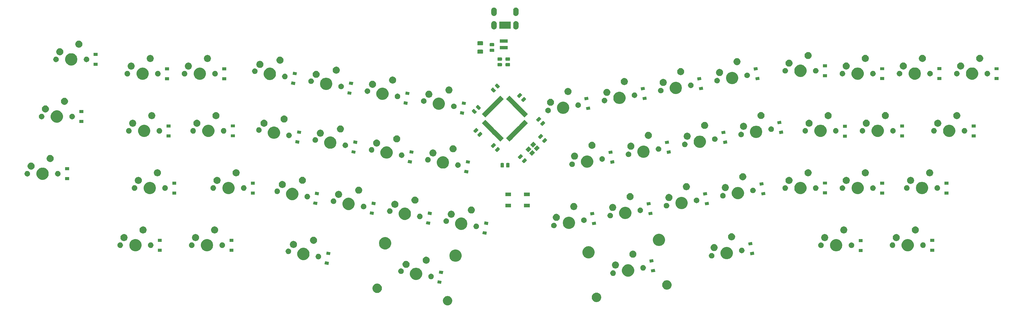
<source format=gbs>
G04 #@! TF.GenerationSoftware,KiCad,Pcbnew,(5.1.4)-1*
G04 #@! TF.CreationDate,2020-11-12T07:58:55-08:00*
G04 #@! TF.ProjectId,ariesuRev2,61726965-7375-4526-9576-322e6b696361,2*
G04 #@! TF.SameCoordinates,Original*
G04 #@! TF.FileFunction,Soldermask,Bot*
G04 #@! TF.FilePolarity,Negative*
%FSLAX46Y46*%
G04 Gerber Fmt 4.6, Leading zero omitted, Abs format (unit mm)*
G04 Created by KiCad (PCBNEW (5.1.4)-1) date 2020-11-12 07:58:55*
%MOMM*%
%LPD*%
G04 APERTURE LIST*
%ADD10C,0.100000*%
G04 APERTURE END LIST*
D10*
G36*
X187819346Y-188724407D02*
G01*
X187938072Y-188773585D01*
X188105976Y-188843133D01*
X188105977Y-188843134D01*
X188363939Y-189015498D01*
X188583318Y-189234877D01*
X188698488Y-189407242D01*
X188755683Y-189492840D01*
X188874409Y-189779471D01*
X188934935Y-190083756D01*
X188934935Y-190394006D01*
X188874409Y-190698291D01*
X188755683Y-190984922D01*
X188755682Y-190984923D01*
X188583318Y-191242885D01*
X188363939Y-191462264D01*
X188191574Y-191577434D01*
X188105976Y-191634629D01*
X187938072Y-191704177D01*
X187819346Y-191753355D01*
X187667202Y-191783618D01*
X187515060Y-191813881D01*
X187204810Y-191813881D01*
X187052668Y-191783618D01*
X186900524Y-191753355D01*
X186781798Y-191704177D01*
X186613894Y-191634629D01*
X186528296Y-191577434D01*
X186355931Y-191462264D01*
X186136552Y-191242885D01*
X185964188Y-190984923D01*
X185964187Y-190984922D01*
X185845461Y-190698291D01*
X185784935Y-190394006D01*
X185784935Y-190083756D01*
X185845461Y-189779471D01*
X185964187Y-189492840D01*
X186021382Y-189407242D01*
X186136552Y-189234877D01*
X186355931Y-189015498D01*
X186613893Y-188843134D01*
X186613894Y-188843133D01*
X186781798Y-188773585D01*
X186900524Y-188724407D01*
X187204810Y-188663881D01*
X187515060Y-188663881D01*
X187819346Y-188724407D01*
X187819346Y-188724407D01*
G37*
G36*
X237256872Y-187576544D02*
G01*
X237409016Y-187606807D01*
X237436902Y-187618358D01*
X237695646Y-187725533D01*
X237695647Y-187725534D01*
X237953609Y-187897898D01*
X238172988Y-188117277D01*
X238288158Y-188289642D01*
X238345353Y-188375240D01*
X238464079Y-188661871D01*
X238524605Y-188966156D01*
X238524605Y-189276406D01*
X238464079Y-189580691D01*
X238345353Y-189867322D01*
X238345352Y-189867323D01*
X238172988Y-190125285D01*
X237953609Y-190344664D01*
X237879763Y-190394006D01*
X237695646Y-190517029D01*
X237527742Y-190586577D01*
X237409016Y-190635755D01*
X237104730Y-190696281D01*
X236794480Y-190696281D01*
X236642338Y-190666018D01*
X236490194Y-190635755D01*
X236371468Y-190586577D01*
X236203564Y-190517029D01*
X236019447Y-190394006D01*
X235945601Y-190344664D01*
X235726222Y-190125285D01*
X235553858Y-189867323D01*
X235553857Y-189867322D01*
X235435131Y-189580691D01*
X235374605Y-189276406D01*
X235374605Y-188966156D01*
X235435131Y-188661871D01*
X235553857Y-188375240D01*
X235611052Y-188289642D01*
X235726222Y-188117277D01*
X235945601Y-187897898D01*
X236203563Y-187725534D01*
X236203564Y-187725533D01*
X236462308Y-187618358D01*
X236490194Y-187606807D01*
X236794480Y-187546281D01*
X237104730Y-187546281D01*
X237256872Y-187576544D01*
X237256872Y-187576544D01*
G37*
G36*
X164368611Y-184589410D02*
G01*
X164487337Y-184638588D01*
X164655241Y-184708136D01*
X164655242Y-184708137D01*
X164913204Y-184880501D01*
X165132583Y-185099880D01*
X165247753Y-185272245D01*
X165304948Y-185357843D01*
X165423674Y-185644474D01*
X165484200Y-185948759D01*
X165484200Y-186259009D01*
X165423674Y-186563294D01*
X165304948Y-186849925D01*
X165304947Y-186849926D01*
X165132583Y-187107888D01*
X164913204Y-187327267D01*
X164740839Y-187442437D01*
X164655241Y-187499632D01*
X164487337Y-187569180D01*
X164368611Y-187618358D01*
X164064325Y-187678884D01*
X163754075Y-187678884D01*
X163449789Y-187618358D01*
X163331063Y-187569180D01*
X163163159Y-187499632D01*
X163077561Y-187442437D01*
X162905196Y-187327267D01*
X162685817Y-187107888D01*
X162513453Y-186849926D01*
X162513452Y-186849925D01*
X162394726Y-186563294D01*
X162334200Y-186259009D01*
X162334200Y-185948759D01*
X162394726Y-185644474D01*
X162513452Y-185357843D01*
X162570647Y-185272245D01*
X162685817Y-185099880D01*
X162905196Y-184880501D01*
X163163158Y-184708137D01*
X163163159Y-184708136D01*
X163331063Y-184638588D01*
X163449789Y-184589410D01*
X163754075Y-184528884D01*
X164064325Y-184528884D01*
X164368611Y-184589410D01*
X164368611Y-184589410D01*
G37*
G36*
X260636405Y-183427384D02*
G01*
X260859751Y-183471810D01*
X260978477Y-183520988D01*
X261146381Y-183590536D01*
X261146382Y-183590537D01*
X261404344Y-183762901D01*
X261623723Y-183982280D01*
X261738893Y-184154645D01*
X261796088Y-184240243D01*
X261914814Y-184526874D01*
X261975340Y-184831159D01*
X261975340Y-185141409D01*
X261914814Y-185445694D01*
X261796088Y-185732325D01*
X261796087Y-185732326D01*
X261623723Y-185990288D01*
X261404344Y-186209667D01*
X261330498Y-186259009D01*
X261146381Y-186382032D01*
X260978477Y-186451580D01*
X260859751Y-186500758D01*
X260555465Y-186561284D01*
X260245215Y-186561284D01*
X259940929Y-186500758D01*
X259822203Y-186451580D01*
X259654299Y-186382032D01*
X259470182Y-186259009D01*
X259396336Y-186209667D01*
X259176957Y-185990288D01*
X259004593Y-185732326D01*
X259004592Y-185732325D01*
X258885866Y-185445694D01*
X258825340Y-185141409D01*
X258825340Y-184831159D01*
X258885866Y-184526874D01*
X259004592Y-184240243D01*
X259061787Y-184154645D01*
X259176957Y-183982280D01*
X259396336Y-183762901D01*
X259654298Y-183590537D01*
X259654299Y-183590536D01*
X259822203Y-183520988D01*
X259940929Y-183471810D01*
X260164275Y-183427384D01*
X260245215Y-183411284D01*
X260555465Y-183411284D01*
X260636405Y-183427384D01*
X260636405Y-183427384D01*
G37*
G36*
X185340267Y-183653474D02*
G01*
X185166271Y-184640252D01*
X183884051Y-184414162D01*
X184058047Y-183427384D01*
X185340267Y-183653474D01*
X185340267Y-183653474D01*
G37*
G36*
X177443974Y-179326184D02*
G01*
X177661974Y-179416483D01*
X177816123Y-179480333D01*
X178151048Y-179704123D01*
X178435877Y-179988952D01*
X178659667Y-180323877D01*
X178718843Y-180466742D01*
X178813816Y-180696026D01*
X178892400Y-181091094D01*
X178892400Y-181493906D01*
X178813816Y-181888974D01*
X178723517Y-182106974D01*
X178659667Y-182261123D01*
X178435877Y-182596048D01*
X178151048Y-182880877D01*
X177816123Y-183104667D01*
X177661974Y-183168517D01*
X177443974Y-183258816D01*
X177048906Y-183337400D01*
X176646094Y-183337400D01*
X176251026Y-183258816D01*
X176033026Y-183168517D01*
X175878877Y-183104667D01*
X175543952Y-182880877D01*
X175259123Y-182596048D01*
X175035333Y-182261123D01*
X174971483Y-182106974D01*
X174881184Y-181888974D01*
X174802600Y-181493906D01*
X174802600Y-181091094D01*
X174881184Y-180696026D01*
X174976157Y-180466742D01*
X175035333Y-180323877D01*
X175259123Y-179988952D01*
X175543952Y-179704123D01*
X175878877Y-179480333D01*
X176033026Y-179416483D01*
X176251026Y-179326184D01*
X176646094Y-179247600D01*
X177048906Y-179247600D01*
X177443974Y-179326184D01*
X177443974Y-179326184D01*
G37*
G36*
X182120427Y-181284218D02*
G01*
X182288949Y-181354022D01*
X182440614Y-181455361D01*
X182569595Y-181584342D01*
X182670934Y-181736007D01*
X182740738Y-181904529D01*
X182776323Y-182083430D01*
X182776323Y-182265836D01*
X182740738Y-182444737D01*
X182670934Y-182613259D01*
X182569595Y-182764924D01*
X182440614Y-182893905D01*
X182288949Y-182995244D01*
X182120427Y-183065048D01*
X181941526Y-183100633D01*
X181759120Y-183100633D01*
X181580219Y-183065048D01*
X181411697Y-182995244D01*
X181260032Y-182893905D01*
X181131051Y-182764924D01*
X181029712Y-182613259D01*
X180959908Y-182444737D01*
X180924323Y-182265836D01*
X180924323Y-182083430D01*
X180959908Y-181904529D01*
X181029712Y-181736007D01*
X181131051Y-181584342D01*
X181260032Y-181455361D01*
X181411697Y-181354022D01*
X181580219Y-181284218D01*
X181759120Y-181248633D01*
X181941526Y-181248633D01*
X182120427Y-181284218D01*
X182120427Y-181284218D01*
G37*
G36*
X248058514Y-178208584D02*
G01*
X248276514Y-178298883D01*
X248430663Y-178362733D01*
X248765588Y-178586523D01*
X249050417Y-178871352D01*
X249274207Y-179206277D01*
X249296582Y-179260296D01*
X249428356Y-179578426D01*
X249506940Y-179973494D01*
X249506940Y-180376306D01*
X249428356Y-180771374D01*
X249338057Y-180989374D01*
X249274207Y-181143523D01*
X249050417Y-181478448D01*
X248765588Y-181763277D01*
X248430663Y-181987067D01*
X248276514Y-182050917D01*
X248058514Y-182141216D01*
X247663446Y-182219800D01*
X247260634Y-182219800D01*
X246865566Y-182141216D01*
X246647566Y-182050917D01*
X246493417Y-181987067D01*
X246158492Y-181763277D01*
X245873663Y-181478448D01*
X245649873Y-181143523D01*
X245586023Y-180989374D01*
X245495724Y-180771374D01*
X245417140Y-180376306D01*
X245417140Y-179973494D01*
X245495724Y-179578426D01*
X245627498Y-179260296D01*
X245649873Y-179206277D01*
X245873663Y-178871352D01*
X246158492Y-178586523D01*
X246493417Y-178362733D01*
X246647566Y-178298883D01*
X246865566Y-178208584D01*
X247260634Y-178130000D01*
X247663446Y-178130000D01*
X248058514Y-178208584D01*
X248058514Y-178208584D01*
G37*
G36*
X242729321Y-180166618D02*
G01*
X242897843Y-180236422D01*
X243049508Y-180337761D01*
X243178489Y-180466742D01*
X243279828Y-180618407D01*
X243349632Y-180786929D01*
X243385217Y-180965830D01*
X243385217Y-181148236D01*
X243349632Y-181327137D01*
X243279828Y-181495659D01*
X243178489Y-181647324D01*
X243049508Y-181776305D01*
X242897843Y-181877644D01*
X242729321Y-181947448D01*
X242550420Y-181983033D01*
X242368014Y-181983033D01*
X242189113Y-181947448D01*
X242020591Y-181877644D01*
X241868926Y-181776305D01*
X241739945Y-181647324D01*
X241638606Y-181495659D01*
X241568802Y-181327137D01*
X241533217Y-181148236D01*
X241533217Y-180965830D01*
X241568802Y-180786929D01*
X241638606Y-180618407D01*
X241739945Y-180466742D01*
X241868926Y-180337761D01*
X242020591Y-180236422D01*
X242189113Y-180166618D01*
X242368014Y-180131033D01*
X242550420Y-180131033D01*
X242729321Y-180166618D01*
X242729321Y-180166618D01*
G37*
G36*
X185913305Y-180403608D02*
G01*
X185739309Y-181390386D01*
X184457089Y-181164296D01*
X184631085Y-180177518D01*
X185913305Y-180403608D01*
X185913305Y-180403608D01*
G37*
G36*
X172114781Y-179519952D02*
G01*
X172283303Y-179589756D01*
X172434968Y-179691095D01*
X172563949Y-179820076D01*
X172665288Y-179971741D01*
X172735092Y-180140263D01*
X172770677Y-180319164D01*
X172770677Y-180501570D01*
X172735092Y-180680471D01*
X172665288Y-180848993D01*
X172563949Y-181000658D01*
X172434968Y-181129639D01*
X172283303Y-181230978D01*
X172114781Y-181300782D01*
X171935880Y-181336367D01*
X171753474Y-181336367D01*
X171574573Y-181300782D01*
X171406051Y-181230978D01*
X171254386Y-181129639D01*
X171125405Y-181000658D01*
X171024066Y-180848993D01*
X170954262Y-180680471D01*
X170918677Y-180501570D01*
X170918677Y-180319164D01*
X170954262Y-180140263D01*
X171024066Y-179971741D01*
X171125405Y-179820076D01*
X171254386Y-179691095D01*
X171406051Y-179589756D01*
X171574573Y-179519952D01*
X171753474Y-179484367D01*
X171935880Y-179484367D01*
X172114781Y-179519952D01*
X172114781Y-179519952D01*
G37*
G36*
X256525305Y-180604162D02*
G01*
X255243085Y-180830252D01*
X255069089Y-179843474D01*
X256351309Y-179617384D01*
X256525305Y-180604162D01*
X256525305Y-180604162D01*
G37*
G36*
X252734967Y-178402352D02*
G01*
X252903489Y-178472156D01*
X253055154Y-178573495D01*
X253184135Y-178702476D01*
X253285474Y-178854141D01*
X253355278Y-179022663D01*
X253390863Y-179201564D01*
X253390863Y-179383970D01*
X253355278Y-179562871D01*
X253285474Y-179731393D01*
X253184135Y-179883058D01*
X253055154Y-180012039D01*
X252903489Y-180113378D01*
X252734967Y-180183182D01*
X252556066Y-180218767D01*
X252373660Y-180218767D01*
X252194759Y-180183182D01*
X252026237Y-180113378D01*
X251874572Y-180012039D01*
X251745591Y-179883058D01*
X251644252Y-179731393D01*
X251574448Y-179562871D01*
X251538863Y-179383970D01*
X251538863Y-179201564D01*
X251574448Y-179022663D01*
X251644252Y-178854141D01*
X251745591Y-178702476D01*
X251874572Y-178573495D01*
X252026237Y-178472156D01*
X252194759Y-178402352D01*
X252373660Y-178366767D01*
X252556066Y-178366767D01*
X252734967Y-178402352D01*
X252734967Y-178402352D01*
G37*
G36*
X243460416Y-177174152D02*
G01*
X243611883Y-177204281D01*
X243825901Y-177292930D01*
X243825902Y-177292931D01*
X244018510Y-177421627D01*
X244182317Y-177585434D01*
X244268114Y-177713839D01*
X244311014Y-177778043D01*
X244399663Y-177992061D01*
X244444856Y-178219262D01*
X244444856Y-178450914D01*
X244399663Y-178678115D01*
X244311014Y-178892133D01*
X244311013Y-178892134D01*
X244182317Y-179084742D01*
X244018510Y-179248549D01*
X243902319Y-179326185D01*
X243825901Y-179377246D01*
X243611883Y-179465895D01*
X243460416Y-179496024D01*
X243384683Y-179511088D01*
X243153029Y-179511088D01*
X243077296Y-179496024D01*
X242925829Y-179465895D01*
X242711811Y-179377246D01*
X242635393Y-179326185D01*
X242519202Y-179248549D01*
X242355395Y-179084742D01*
X242226699Y-178892134D01*
X242226698Y-178892133D01*
X242138049Y-178678115D01*
X242092856Y-178450914D01*
X242092856Y-178219262D01*
X242138049Y-177992061D01*
X242226698Y-177778043D01*
X242269598Y-177713839D01*
X242355395Y-177585434D01*
X242519202Y-177421627D01*
X242711810Y-177292931D01*
X242711811Y-177292930D01*
X242925829Y-177204281D01*
X243077296Y-177174152D01*
X243153029Y-177159088D01*
X243384683Y-177159088D01*
X243460416Y-177174152D01*
X243460416Y-177174152D01*
G37*
G36*
X173728009Y-176968553D02*
G01*
X173879476Y-176998682D01*
X174093494Y-177087331D01*
X174093495Y-177087332D01*
X174286103Y-177216028D01*
X174449910Y-177379835D01*
X174517103Y-177480397D01*
X174578607Y-177572444D01*
X174667256Y-177786462D01*
X174712449Y-178013663D01*
X174712449Y-178245315D01*
X174667256Y-178472516D01*
X174578607Y-178686534D01*
X174578606Y-178686535D01*
X174449910Y-178879143D01*
X174286103Y-179042950D01*
X174157698Y-179128747D01*
X174093494Y-179171647D01*
X173879476Y-179260296D01*
X173728009Y-179290425D01*
X173652276Y-179305489D01*
X173420622Y-179305489D01*
X173344889Y-179290425D01*
X173193422Y-179260296D01*
X172979404Y-179171647D01*
X172915200Y-179128747D01*
X172786795Y-179042950D01*
X172622988Y-178879143D01*
X172494292Y-178686535D01*
X172494291Y-178686534D01*
X172405642Y-178472516D01*
X172360449Y-178245315D01*
X172360449Y-178013663D01*
X172405642Y-177786462D01*
X172494291Y-177572444D01*
X172555795Y-177480397D01*
X172622988Y-177379835D01*
X172786795Y-177216028D01*
X172979403Y-177087332D01*
X172979404Y-177087331D01*
X173193422Y-176998682D01*
X173344889Y-176968553D01*
X173420622Y-176953489D01*
X173652276Y-176953489D01*
X173728009Y-176968553D01*
X173728009Y-176968553D01*
G37*
G36*
X147825089Y-177330089D02*
G01*
X147651093Y-178316867D01*
X146368873Y-178090777D01*
X146542869Y-177103999D01*
X147825089Y-177330089D01*
X147825089Y-177330089D01*
G37*
G36*
X180422604Y-175569807D02*
G01*
X180574071Y-175599936D01*
X180788089Y-175688585D01*
X180852293Y-175731485D01*
X180980698Y-175817282D01*
X181144505Y-175981089D01*
X181210694Y-176080149D01*
X181273202Y-176173698D01*
X181361851Y-176387716D01*
X181379266Y-176475267D01*
X181402806Y-176593608D01*
X181407044Y-176614917D01*
X181407044Y-176846569D01*
X181361851Y-177073770D01*
X181273202Y-177287788D01*
X181244937Y-177330089D01*
X181144505Y-177480397D01*
X180980698Y-177644204D01*
X180852293Y-177730001D01*
X180788089Y-177772901D01*
X180574071Y-177861550D01*
X180422604Y-177891679D01*
X180346871Y-177906743D01*
X180115217Y-177906743D01*
X180039484Y-177891679D01*
X179888017Y-177861550D01*
X179673999Y-177772901D01*
X179609795Y-177730001D01*
X179481390Y-177644204D01*
X179317583Y-177480397D01*
X179217151Y-177330089D01*
X179188886Y-177287788D01*
X179100237Y-177073770D01*
X179055044Y-176846569D01*
X179055044Y-176614917D01*
X179059283Y-176593608D01*
X179082822Y-176475267D01*
X179100237Y-176387716D01*
X179188886Y-176173698D01*
X179251394Y-176080149D01*
X179317583Y-175981089D01*
X179481390Y-175817282D01*
X179609795Y-175731485D01*
X179673999Y-175688585D01*
X179888017Y-175599936D01*
X180039484Y-175569807D01*
X180115217Y-175554743D01*
X180346871Y-175554743D01*
X180422604Y-175569807D01*
X180422604Y-175569807D01*
G37*
G36*
X255952267Y-177354296D02*
G01*
X254670047Y-177580386D01*
X254496051Y-176593608D01*
X255778271Y-176367518D01*
X255952267Y-177354296D01*
X255952267Y-177354296D01*
G37*
G36*
X190602807Y-173264095D02*
G01*
X190820807Y-173354394D01*
X190974956Y-173418244D01*
X191309881Y-173642034D01*
X191594710Y-173926863D01*
X191818500Y-174261788D01*
X191862959Y-174369123D01*
X191972649Y-174633937D01*
X192051233Y-175029005D01*
X192051233Y-175431817D01*
X191972649Y-175826885D01*
X191907628Y-175983859D01*
X191818500Y-176199034D01*
X191594710Y-176533959D01*
X191309881Y-176818788D01*
X190974956Y-177042578D01*
X190826672Y-177103999D01*
X190602807Y-177196727D01*
X190207739Y-177275311D01*
X189804927Y-177275311D01*
X189409859Y-177196727D01*
X189185994Y-177103999D01*
X189037710Y-177042578D01*
X188702785Y-176818788D01*
X188417956Y-176533959D01*
X188194166Y-176199034D01*
X188105038Y-175983859D01*
X188040017Y-175826885D01*
X187961433Y-175431817D01*
X187961433Y-175029005D01*
X188040017Y-174633937D01*
X188149707Y-174369123D01*
X188194166Y-174261788D01*
X188417956Y-173926863D01*
X188702785Y-173642034D01*
X189037710Y-173418244D01*
X189191859Y-173354394D01*
X189409859Y-173264095D01*
X189804927Y-173185511D01*
X190207739Y-173185511D01*
X190602807Y-173264095D01*
X190602807Y-173264095D01*
G37*
G36*
X139928174Y-172696784D02*
G01*
X140119418Y-172776000D01*
X140300323Y-172850933D01*
X140635248Y-173074723D01*
X140920077Y-173359552D01*
X141143867Y-173694477D01*
X141173234Y-173765375D01*
X141298016Y-174066626D01*
X141376600Y-174461694D01*
X141376600Y-174864506D01*
X141298016Y-175259574D01*
X141207717Y-175477574D01*
X141143867Y-175631723D01*
X140920077Y-175966648D01*
X140635248Y-176251477D01*
X140300323Y-176475267D01*
X140158630Y-176533958D01*
X139928174Y-176629416D01*
X139533106Y-176708000D01*
X139130294Y-176708000D01*
X138735226Y-176629416D01*
X138504770Y-176533958D01*
X138363077Y-176475267D01*
X138028152Y-176251477D01*
X137743323Y-175966648D01*
X137519533Y-175631723D01*
X137455683Y-175477574D01*
X137365384Y-175259574D01*
X137286800Y-174864506D01*
X137286800Y-174461694D01*
X137365384Y-174066626D01*
X137490166Y-173765375D01*
X137519533Y-173694477D01*
X137743323Y-173359552D01*
X138028152Y-173074723D01*
X138363077Y-172850933D01*
X138543982Y-172776000D01*
X138735226Y-172696784D01*
X139130294Y-172618200D01*
X139533106Y-172618200D01*
X139928174Y-172696784D01*
X139928174Y-172696784D01*
G37*
G36*
X144604627Y-174654818D02*
G01*
X144773149Y-174724622D01*
X144924814Y-174825961D01*
X145053795Y-174954942D01*
X145155134Y-175106607D01*
X145224938Y-175275129D01*
X145260523Y-175454030D01*
X145260523Y-175636436D01*
X145224938Y-175815337D01*
X145155134Y-175983859D01*
X145053795Y-176135524D01*
X144924814Y-176264505D01*
X144773149Y-176365844D01*
X144604627Y-176435648D01*
X144425726Y-176471233D01*
X144243320Y-176471233D01*
X144064419Y-176435648D01*
X143895897Y-176365844D01*
X143744232Y-176264505D01*
X143615251Y-176135524D01*
X143513912Y-175983859D01*
X143444108Y-175815337D01*
X143408523Y-175636436D01*
X143408523Y-175454030D01*
X143444108Y-175275129D01*
X143513912Y-175106607D01*
X143615251Y-174954942D01*
X143744232Y-174825961D01*
X143895897Y-174724622D01*
X144064419Y-174654818D01*
X144243320Y-174619233D01*
X144425726Y-174619233D01*
X144604627Y-174654818D01*
X144604627Y-174654818D01*
G37*
G36*
X280912792Y-172411089D02*
G01*
X281130792Y-172501388D01*
X281284941Y-172565238D01*
X281619866Y-172789028D01*
X281904695Y-173073857D01*
X282128485Y-173408782D01*
X282188243Y-173553052D01*
X282282634Y-173780931D01*
X282361218Y-174175999D01*
X282361218Y-174578811D01*
X282282634Y-174973879D01*
X282192335Y-175191879D01*
X282128485Y-175346028D01*
X281904695Y-175680953D01*
X281619866Y-175965782D01*
X281284941Y-176189572D01*
X281135488Y-176251477D01*
X280912792Y-176343721D01*
X280517724Y-176422305D01*
X280114912Y-176422305D01*
X279719844Y-176343721D01*
X279497148Y-176251477D01*
X279347695Y-176189572D01*
X279012770Y-175965782D01*
X278727941Y-175680953D01*
X278504151Y-175346028D01*
X278440301Y-175191879D01*
X278350002Y-174973879D01*
X278271418Y-174578811D01*
X278271418Y-174175999D01*
X278350002Y-173780931D01*
X278444393Y-173553052D01*
X278504151Y-173408782D01*
X278727941Y-173073857D01*
X279012770Y-172789028D01*
X279347695Y-172565238D01*
X279501844Y-172501388D01*
X279719844Y-172411089D01*
X280114912Y-172332505D01*
X280517724Y-172332505D01*
X280912792Y-172411089D01*
X280912792Y-172411089D01*
G37*
G36*
X275583599Y-174369123D02*
G01*
X275752121Y-174438927D01*
X275903786Y-174540266D01*
X276032767Y-174669247D01*
X276134106Y-174820912D01*
X276203910Y-174989434D01*
X276239495Y-175168335D01*
X276239495Y-175350741D01*
X276203910Y-175529642D01*
X276134106Y-175698164D01*
X276032767Y-175849829D01*
X275903786Y-175978810D01*
X275752121Y-176080149D01*
X275583599Y-176149953D01*
X275404698Y-176185538D01*
X275222292Y-176185538D01*
X275043391Y-176149953D01*
X274874869Y-176080149D01*
X274723204Y-175978810D01*
X274594223Y-175849829D01*
X274492884Y-175698164D01*
X274423080Y-175529642D01*
X274387495Y-175350741D01*
X274387495Y-175168335D01*
X274423080Y-174989434D01*
X274492884Y-174820912D01*
X274594223Y-174669247D01*
X274723204Y-174540266D01*
X274874869Y-174438927D01*
X275043391Y-174369123D01*
X275222292Y-174333538D01*
X275404698Y-174333538D01*
X275583599Y-174369123D01*
X275583599Y-174369123D01*
G37*
G36*
X234899681Y-172146495D02*
G01*
X235015734Y-172194566D01*
X235271830Y-172300644D01*
X235606755Y-172524434D01*
X235891584Y-172809263D01*
X236115374Y-173144188D01*
X236179224Y-173298337D01*
X236269523Y-173516337D01*
X236348107Y-173911405D01*
X236348107Y-174314217D01*
X236269523Y-174709285D01*
X236179224Y-174927285D01*
X236115374Y-175081434D01*
X235891584Y-175416359D01*
X235606755Y-175701188D01*
X235271830Y-175924978D01*
X235171229Y-175966648D01*
X234899681Y-176079127D01*
X234504613Y-176157711D01*
X234101801Y-176157711D01*
X233706733Y-176079127D01*
X233435185Y-175966648D01*
X233334584Y-175924978D01*
X232999659Y-175701188D01*
X232714830Y-175416359D01*
X232491040Y-175081434D01*
X232427190Y-174927285D01*
X232336891Y-174709285D01*
X232258307Y-174314217D01*
X232258307Y-173911405D01*
X232336891Y-173516337D01*
X232427190Y-173298337D01*
X232491040Y-173144188D01*
X232714830Y-172809263D01*
X232999659Y-172524434D01*
X233334584Y-172300644D01*
X233590680Y-172194566D01*
X233706733Y-172146495D01*
X234101801Y-172067911D01*
X234504613Y-172067911D01*
X234899681Y-172146495D01*
X234899681Y-172146495D01*
G37*
G36*
X249272879Y-173570074D02*
G01*
X249424346Y-173600203D01*
X249638364Y-173688852D01*
X249702568Y-173731752D01*
X249830973Y-173817549D01*
X249994780Y-173981356D01*
X250080577Y-174109761D01*
X250123477Y-174173965D01*
X250212126Y-174387983D01*
X250222259Y-174438927D01*
X250257319Y-174615183D01*
X250257319Y-174846837D01*
X250253804Y-174864506D01*
X250212126Y-175074037D01*
X250123477Y-175288055D01*
X250123476Y-175288056D01*
X249994780Y-175480664D01*
X249830973Y-175644471D01*
X249702568Y-175730268D01*
X249638364Y-175773168D01*
X249424346Y-175861817D01*
X249272879Y-175891946D01*
X249197146Y-175907010D01*
X248965492Y-175907010D01*
X248889759Y-175891946D01*
X248738292Y-175861817D01*
X248524274Y-175773168D01*
X248460070Y-175730268D01*
X248331665Y-175644471D01*
X248167858Y-175480664D01*
X248039162Y-175288056D01*
X248039161Y-175288055D01*
X247950512Y-175074037D01*
X247908834Y-174864506D01*
X247905319Y-174846837D01*
X247905319Y-174615183D01*
X247940379Y-174438927D01*
X247950512Y-174387983D01*
X248039161Y-174173965D01*
X248082061Y-174109761D01*
X248167858Y-173981356D01*
X248331665Y-173817549D01*
X248460070Y-173731752D01*
X248524274Y-173688852D01*
X248738292Y-173600203D01*
X248889759Y-173570074D01*
X248965492Y-173555010D01*
X249197146Y-173555010D01*
X249272879Y-173570074D01*
X249272879Y-173570074D01*
G37*
G36*
X289520527Y-174880217D02*
G01*
X288238307Y-175106307D01*
X288064311Y-174119529D01*
X289346531Y-173893439D01*
X289520527Y-174880217D01*
X289520527Y-174880217D01*
G37*
G36*
X148398127Y-174080223D02*
G01*
X148224131Y-175067001D01*
X146941911Y-174840911D01*
X147115907Y-173854133D01*
X148398127Y-174080223D01*
X148398127Y-174080223D01*
G37*
G36*
X134598981Y-172890552D02*
G01*
X134767503Y-172960356D01*
X134919168Y-173061695D01*
X135048149Y-173190676D01*
X135149488Y-173342341D01*
X135219292Y-173510863D01*
X135254877Y-173689764D01*
X135254877Y-173872170D01*
X135219292Y-174051071D01*
X135149488Y-174219593D01*
X135048149Y-174371258D01*
X134919168Y-174500239D01*
X134767503Y-174601578D01*
X134598981Y-174671382D01*
X134420080Y-174706967D01*
X134237674Y-174706967D01*
X134058773Y-174671382D01*
X133890251Y-174601578D01*
X133738586Y-174500239D01*
X133609605Y-174371258D01*
X133508266Y-174219593D01*
X133438462Y-174051071D01*
X133402877Y-173872170D01*
X133402877Y-173689764D01*
X133438462Y-173510863D01*
X133508266Y-173342341D01*
X133609605Y-173190676D01*
X133738586Y-173061695D01*
X133890251Y-172960356D01*
X134058773Y-172890552D01*
X134237674Y-172854967D01*
X134420080Y-172854967D01*
X134598981Y-172890552D01*
X134598981Y-172890552D01*
G37*
G36*
X285589245Y-172604857D02*
G01*
X285757767Y-172674661D01*
X285909432Y-172776000D01*
X286038413Y-172904981D01*
X286139752Y-173056646D01*
X286209556Y-173225168D01*
X286245141Y-173404069D01*
X286245141Y-173586475D01*
X286209556Y-173765376D01*
X286139752Y-173933898D01*
X286038413Y-174085563D01*
X285909432Y-174214544D01*
X285757767Y-174315883D01*
X285589245Y-174385687D01*
X285410344Y-174421272D01*
X285227938Y-174421272D01*
X285049037Y-174385687D01*
X284880515Y-174315883D01*
X284728850Y-174214544D01*
X284599869Y-174085563D01*
X284498530Y-173933898D01*
X284428726Y-173765376D01*
X284393141Y-173586475D01*
X284393141Y-173404069D01*
X284428726Y-173225168D01*
X284498530Y-173056646D01*
X284599869Y-172904981D01*
X284728850Y-172776000D01*
X284880515Y-172674661D01*
X285049037Y-172604857D01*
X285227938Y-172569272D01*
X285410344Y-172569272D01*
X285589245Y-172604857D01*
X285589245Y-172604857D01*
G37*
G36*
X325579878Y-173988405D02*
G01*
X324277878Y-173988405D01*
X324277878Y-172986405D01*
X325579878Y-172986405D01*
X325579878Y-173988405D01*
X325579878Y-173988405D01*
G37*
G36*
X349405078Y-173942685D02*
G01*
X348103078Y-173942685D01*
X348103078Y-172940685D01*
X349405078Y-172940685D01*
X349405078Y-173942685D01*
X349405078Y-173942685D01*
G37*
G36*
X92154500Y-173918500D02*
G01*
X90852500Y-173918500D01*
X90852500Y-172916500D01*
X92154500Y-172916500D01*
X92154500Y-173918500D01*
X92154500Y-173918500D01*
G37*
G36*
X116030500Y-173918500D02*
G01*
X114728500Y-173918500D01*
X114728500Y-172916500D01*
X116030500Y-172916500D01*
X116030500Y-173918500D01*
X116030500Y-173918500D01*
G37*
G36*
X317366872Y-169784729D02*
G01*
X317517144Y-169846974D01*
X317739021Y-169938878D01*
X318073946Y-170162668D01*
X318358775Y-170447497D01*
X318582565Y-170782422D01*
X318614960Y-170860631D01*
X318736714Y-171154571D01*
X318815298Y-171549639D01*
X318815298Y-171952451D01*
X318736714Y-172347519D01*
X318685849Y-172470317D01*
X318582565Y-172719668D01*
X318358775Y-173054593D01*
X318073946Y-173339422D01*
X317739021Y-173563212D01*
X317649716Y-173600203D01*
X317366872Y-173717361D01*
X316971804Y-173795945D01*
X316568992Y-173795945D01*
X316173924Y-173717361D01*
X315891080Y-173600203D01*
X315801775Y-173563212D01*
X315466850Y-173339422D01*
X315182021Y-173054593D01*
X314958231Y-172719668D01*
X314854947Y-172470317D01*
X314804082Y-172347519D01*
X314725498Y-171952451D01*
X314725498Y-171549639D01*
X314804082Y-171154571D01*
X314925836Y-170860631D01*
X314958231Y-170782422D01*
X315182021Y-170447497D01*
X315466850Y-170162668D01*
X315801775Y-169938878D01*
X316023652Y-169846974D01*
X316173924Y-169784729D01*
X316568992Y-169706145D01*
X316971804Y-169706145D01*
X317366872Y-169784729D01*
X317366872Y-169784729D01*
G37*
G36*
X83997374Y-169775784D02*
G01*
X84169246Y-169846976D01*
X84369523Y-169929933D01*
X84704448Y-170153723D01*
X84989277Y-170438552D01*
X85213067Y-170773477D01*
X85245462Y-170851686D01*
X85367216Y-171145626D01*
X85445800Y-171540694D01*
X85445800Y-171943506D01*
X85367216Y-172338574D01*
X85312646Y-172470317D01*
X85213067Y-172710723D01*
X84989277Y-173045648D01*
X84704448Y-173330477D01*
X84369523Y-173554267D01*
X84258623Y-173600203D01*
X83997374Y-173708416D01*
X83602306Y-173787000D01*
X83199494Y-173787000D01*
X82804426Y-173708416D01*
X82543177Y-173600203D01*
X82432277Y-173554267D01*
X82097352Y-173330477D01*
X81812523Y-173045648D01*
X81588733Y-172710723D01*
X81489154Y-172470317D01*
X81434584Y-172338574D01*
X81356000Y-171943506D01*
X81356000Y-171540694D01*
X81434584Y-171145626D01*
X81556338Y-170851686D01*
X81588733Y-170773477D01*
X81812523Y-170438552D01*
X82097352Y-170153723D01*
X82432277Y-169929933D01*
X82632554Y-169846976D01*
X82804426Y-169775784D01*
X83199494Y-169697200D01*
X83602306Y-169697200D01*
X83997374Y-169775784D01*
X83997374Y-169775784D01*
G37*
G36*
X107822574Y-169775784D02*
G01*
X107994446Y-169846976D01*
X108194723Y-169929933D01*
X108529648Y-170153723D01*
X108814477Y-170438552D01*
X109038267Y-170773477D01*
X109070662Y-170851686D01*
X109192416Y-171145626D01*
X109271000Y-171540694D01*
X109271000Y-171943506D01*
X109192416Y-172338574D01*
X109137846Y-172470317D01*
X109038267Y-172710723D01*
X108814477Y-173045648D01*
X108529648Y-173330477D01*
X108194723Y-173554267D01*
X108083823Y-173600203D01*
X107822574Y-173708416D01*
X107427506Y-173787000D01*
X107024694Y-173787000D01*
X106629626Y-173708416D01*
X106368377Y-173600203D01*
X106257477Y-173554267D01*
X105922552Y-173330477D01*
X105637723Y-173045648D01*
X105413933Y-172710723D01*
X105314354Y-172470317D01*
X105259784Y-172338574D01*
X105181200Y-171943506D01*
X105181200Y-171540694D01*
X105259784Y-171145626D01*
X105381538Y-170851686D01*
X105413933Y-170773477D01*
X105637723Y-170438552D01*
X105922552Y-170153723D01*
X106257477Y-169929933D01*
X106457754Y-169846976D01*
X106629626Y-169775784D01*
X107024694Y-169697200D01*
X107427506Y-169697200D01*
X107822574Y-169775784D01*
X107822574Y-169775784D01*
G37*
G36*
X341197152Y-169774569D02*
G01*
X341415152Y-169864868D01*
X341569301Y-169928718D01*
X341904226Y-170152508D01*
X342189055Y-170437337D01*
X342412845Y-170772262D01*
X342463273Y-170894007D01*
X342566994Y-171144411D01*
X342645578Y-171539479D01*
X342645578Y-171942291D01*
X342566994Y-172337359D01*
X342516129Y-172460157D01*
X342412845Y-172709508D01*
X342189055Y-173044433D01*
X341904226Y-173329262D01*
X341569301Y-173553052D01*
X341488610Y-173586475D01*
X341197152Y-173707201D01*
X340802084Y-173785785D01*
X340399272Y-173785785D01*
X340004204Y-173707201D01*
X339712746Y-173586475D01*
X339632055Y-173553052D01*
X339297130Y-173329262D01*
X339012301Y-173044433D01*
X338788511Y-172709508D01*
X338685227Y-172460157D01*
X338634362Y-172337359D01*
X338555778Y-171942291D01*
X338555778Y-171539479D01*
X338634362Y-171144411D01*
X338738083Y-170894007D01*
X338788511Y-170772262D01*
X339012301Y-170437337D01*
X339297130Y-170152508D01*
X339632055Y-169928718D01*
X339786204Y-169864868D01*
X340004204Y-169774569D01*
X340399272Y-169695985D01*
X340802084Y-169695985D01*
X341197152Y-169774569D01*
X341197152Y-169774569D01*
G37*
G36*
X276314694Y-171376657D02*
G01*
X276466161Y-171406786D01*
X276680179Y-171495435D01*
X276680180Y-171495436D01*
X276872788Y-171624132D01*
X277036595Y-171787939D01*
X277082366Y-171856441D01*
X277165292Y-171980548D01*
X277253941Y-172194566D01*
X277253941Y-172194568D01*
X277299134Y-172421766D01*
X277299134Y-172653420D01*
X277285956Y-172719668D01*
X277253941Y-172880620D01*
X277165292Y-173094638D01*
X277165291Y-173094639D01*
X277036595Y-173287247D01*
X276872788Y-173451054D01*
X276744383Y-173536851D01*
X276680179Y-173579751D01*
X276466161Y-173668400D01*
X276335063Y-173694477D01*
X276238961Y-173713593D01*
X276007307Y-173713593D01*
X275911205Y-173694477D01*
X275780107Y-173668400D01*
X275566089Y-173579751D01*
X275501885Y-173536851D01*
X275373480Y-173451054D01*
X275209673Y-173287247D01*
X275080977Y-173094639D01*
X275080976Y-173094638D01*
X274992327Y-172880620D01*
X274960312Y-172719668D01*
X274947134Y-172653420D01*
X274947134Y-172421766D01*
X274992327Y-172194568D01*
X274992327Y-172194566D01*
X275080976Y-171980548D01*
X275163902Y-171856441D01*
X275209673Y-171787939D01*
X275373480Y-171624132D01*
X275566088Y-171495436D01*
X275566089Y-171495435D01*
X275780107Y-171406786D01*
X275931574Y-171376657D01*
X276007307Y-171361593D01*
X276238961Y-171361593D01*
X276314694Y-171376657D01*
X276314694Y-171376657D01*
G37*
G36*
X167152072Y-169129097D02*
G01*
X167293991Y-169187882D01*
X167524221Y-169283246D01*
X167859146Y-169507036D01*
X168143975Y-169791865D01*
X168367765Y-170126790D01*
X168405201Y-170217169D01*
X168521914Y-170498939D01*
X168600498Y-170894007D01*
X168600498Y-171296819D01*
X168521914Y-171691887D01*
X168459273Y-171843116D01*
X168367765Y-172064036D01*
X168143975Y-172398961D01*
X167859146Y-172683790D01*
X167524221Y-172907580D01*
X167444298Y-172940685D01*
X167152072Y-173061729D01*
X166757004Y-173140313D01*
X166354192Y-173140313D01*
X165959124Y-173061729D01*
X165666898Y-172940685D01*
X165586975Y-172907580D01*
X165252050Y-172683790D01*
X164967221Y-172398961D01*
X164743431Y-172064036D01*
X164651923Y-171843116D01*
X164589282Y-171691887D01*
X164510698Y-171296819D01*
X164510698Y-170894007D01*
X164589282Y-170498939D01*
X164705995Y-170217169D01*
X164743431Y-170126790D01*
X164967221Y-169791865D01*
X165252050Y-169507036D01*
X165586975Y-169283246D01*
X165817205Y-169187882D01*
X165959124Y-169129097D01*
X166354192Y-169050513D01*
X166757004Y-169050513D01*
X167152072Y-169129097D01*
X167152072Y-169129097D01*
G37*
G36*
X311960502Y-170860630D02*
G01*
X312129024Y-170930434D01*
X312280689Y-171031773D01*
X312409670Y-171160754D01*
X312511009Y-171312419D01*
X312580813Y-171480941D01*
X312616398Y-171659842D01*
X312616398Y-171842248D01*
X312580813Y-172021149D01*
X312511009Y-172189671D01*
X312409670Y-172341336D01*
X312280689Y-172470317D01*
X312129024Y-172571656D01*
X311960502Y-172641460D01*
X311781601Y-172677045D01*
X311599195Y-172677045D01*
X311420294Y-172641460D01*
X311251772Y-172571656D01*
X311100107Y-172470317D01*
X310971126Y-172341336D01*
X310869787Y-172189671D01*
X310799983Y-172021149D01*
X310764398Y-171842248D01*
X310764398Y-171659842D01*
X310799983Y-171480941D01*
X310869787Y-171312419D01*
X310971126Y-171160754D01*
X311100107Y-171031773D01*
X311251772Y-170930434D01*
X311420294Y-170860630D01*
X311599195Y-170825045D01*
X311781601Y-170825045D01*
X311960502Y-170860630D01*
X311960502Y-170860630D01*
G37*
G36*
X322120502Y-170860630D02*
G01*
X322289024Y-170930434D01*
X322440689Y-171031773D01*
X322569670Y-171160754D01*
X322671009Y-171312419D01*
X322740813Y-171480941D01*
X322776398Y-171659842D01*
X322776398Y-171842248D01*
X322740813Y-172021149D01*
X322671009Y-172189671D01*
X322569670Y-172341336D01*
X322440689Y-172470317D01*
X322289024Y-172571656D01*
X322120502Y-172641460D01*
X321941601Y-172677045D01*
X321759195Y-172677045D01*
X321580294Y-172641460D01*
X321411772Y-172571656D01*
X321260107Y-172470317D01*
X321131126Y-172341336D01*
X321029787Y-172189671D01*
X320959983Y-172021149D01*
X320924398Y-171842248D01*
X320924398Y-171659842D01*
X320959983Y-171480941D01*
X321029787Y-171312419D01*
X321131126Y-171160754D01*
X321260107Y-171031773D01*
X321411772Y-170930434D01*
X321580294Y-170860630D01*
X321759195Y-170825045D01*
X321941601Y-170825045D01*
X322120502Y-170860630D01*
X322120502Y-170860630D01*
G37*
G36*
X136212209Y-170339153D02*
G01*
X136363676Y-170369282D01*
X136577694Y-170457931D01*
X136577695Y-170457932D01*
X136770303Y-170586628D01*
X136934110Y-170750435D01*
X137001303Y-170850997D01*
X137062807Y-170943044D01*
X137151456Y-171157062D01*
X137196649Y-171384263D01*
X137196649Y-171615915D01*
X137151456Y-171843116D01*
X137062807Y-172057134D01*
X137062806Y-172057135D01*
X136934110Y-172249743D01*
X136770303Y-172413550D01*
X136641898Y-172499347D01*
X136577694Y-172542247D01*
X136363676Y-172630896D01*
X136212209Y-172661025D01*
X136136476Y-172676089D01*
X135904822Y-172676089D01*
X135829089Y-172661025D01*
X135677622Y-172630896D01*
X135463604Y-172542247D01*
X135399400Y-172499347D01*
X135270995Y-172413550D01*
X135107188Y-172249743D01*
X134978492Y-172057135D01*
X134978491Y-172057134D01*
X134889842Y-171843116D01*
X134844649Y-171615915D01*
X134844649Y-171384263D01*
X134889842Y-171157062D01*
X134978491Y-170943044D01*
X135039995Y-170850997D01*
X135107188Y-170750435D01*
X135270995Y-170586628D01*
X135463603Y-170457932D01*
X135463604Y-170457931D01*
X135677622Y-170369282D01*
X135829089Y-170339153D01*
X135904822Y-170324089D01*
X136136476Y-170324089D01*
X136212209Y-170339153D01*
X136212209Y-170339153D01*
G37*
G36*
X78591004Y-170851685D02*
G01*
X78759526Y-170921489D01*
X78911191Y-171022828D01*
X79040172Y-171151809D01*
X79141511Y-171303474D01*
X79211315Y-171471996D01*
X79246900Y-171650897D01*
X79246900Y-171833303D01*
X79211315Y-172012204D01*
X79141511Y-172180726D01*
X79040172Y-172332391D01*
X78911191Y-172461372D01*
X78759526Y-172562711D01*
X78591004Y-172632515D01*
X78412103Y-172668100D01*
X78229697Y-172668100D01*
X78050796Y-172632515D01*
X77882274Y-172562711D01*
X77730609Y-172461372D01*
X77601628Y-172332391D01*
X77500289Y-172180726D01*
X77430485Y-172012204D01*
X77394900Y-171833303D01*
X77394900Y-171650897D01*
X77430485Y-171471996D01*
X77500289Y-171303474D01*
X77601628Y-171151809D01*
X77730609Y-171022828D01*
X77882274Y-170921489D01*
X78050796Y-170851685D01*
X78229697Y-170816100D01*
X78412103Y-170816100D01*
X78591004Y-170851685D01*
X78591004Y-170851685D01*
G37*
G36*
X112576204Y-170851685D02*
G01*
X112744726Y-170921489D01*
X112896391Y-171022828D01*
X113025372Y-171151809D01*
X113126711Y-171303474D01*
X113196515Y-171471996D01*
X113232100Y-171650897D01*
X113232100Y-171833303D01*
X113196515Y-172012204D01*
X113126711Y-172180726D01*
X113025372Y-172332391D01*
X112896391Y-172461372D01*
X112744726Y-172562711D01*
X112576204Y-172632515D01*
X112397303Y-172668100D01*
X112214897Y-172668100D01*
X112035996Y-172632515D01*
X111867474Y-172562711D01*
X111715809Y-172461372D01*
X111586828Y-172332391D01*
X111485489Y-172180726D01*
X111415685Y-172012204D01*
X111380100Y-171833303D01*
X111380100Y-171650897D01*
X111415685Y-171471996D01*
X111485489Y-171303474D01*
X111586828Y-171151809D01*
X111715809Y-171022828D01*
X111867474Y-170921489D01*
X112035996Y-170851685D01*
X112214897Y-170816100D01*
X112397303Y-170816100D01*
X112576204Y-170851685D01*
X112576204Y-170851685D01*
G37*
G36*
X88751004Y-170851685D02*
G01*
X88919526Y-170921489D01*
X89071191Y-171022828D01*
X89200172Y-171151809D01*
X89301511Y-171303474D01*
X89371315Y-171471996D01*
X89406900Y-171650897D01*
X89406900Y-171833303D01*
X89371315Y-172012204D01*
X89301511Y-172180726D01*
X89200172Y-172332391D01*
X89071191Y-172461372D01*
X88919526Y-172562711D01*
X88751004Y-172632515D01*
X88572103Y-172668100D01*
X88389697Y-172668100D01*
X88210796Y-172632515D01*
X88042274Y-172562711D01*
X87890609Y-172461372D01*
X87761628Y-172332391D01*
X87660289Y-172180726D01*
X87590485Y-172012204D01*
X87554900Y-171833303D01*
X87554900Y-171650897D01*
X87590485Y-171471996D01*
X87660289Y-171303474D01*
X87761628Y-171151809D01*
X87890609Y-171022828D01*
X88042274Y-170921489D01*
X88210796Y-170851685D01*
X88389697Y-170816100D01*
X88572103Y-170816100D01*
X88751004Y-170851685D01*
X88751004Y-170851685D01*
G37*
G36*
X102416204Y-170851685D02*
G01*
X102584726Y-170921489D01*
X102736391Y-171022828D01*
X102865372Y-171151809D01*
X102966711Y-171303474D01*
X103036515Y-171471996D01*
X103072100Y-171650897D01*
X103072100Y-171833303D01*
X103036515Y-172012204D01*
X102966711Y-172180726D01*
X102865372Y-172332391D01*
X102736391Y-172461372D01*
X102584726Y-172562711D01*
X102416204Y-172632515D01*
X102237303Y-172668100D01*
X102054897Y-172668100D01*
X101875996Y-172632515D01*
X101707474Y-172562711D01*
X101555809Y-172461372D01*
X101426828Y-172332391D01*
X101325489Y-172180726D01*
X101255685Y-172012204D01*
X101220100Y-171833303D01*
X101220100Y-171650897D01*
X101255685Y-171471996D01*
X101325489Y-171303474D01*
X101426828Y-171151809D01*
X101555809Y-171022828D01*
X101707474Y-170921489D01*
X101875996Y-170851685D01*
X102054897Y-170816100D01*
X102237303Y-170816100D01*
X102416204Y-170851685D01*
X102416204Y-170851685D01*
G37*
G36*
X335790782Y-170850470D02*
G01*
X335959304Y-170920274D01*
X336110969Y-171021613D01*
X336239950Y-171150594D01*
X336341289Y-171302259D01*
X336411093Y-171470781D01*
X336446678Y-171649682D01*
X336446678Y-171832088D01*
X336411093Y-172010989D01*
X336341289Y-172179511D01*
X336239950Y-172331176D01*
X336110969Y-172460157D01*
X335959304Y-172561496D01*
X335790782Y-172631300D01*
X335611881Y-172666885D01*
X335429475Y-172666885D01*
X335250574Y-172631300D01*
X335082052Y-172561496D01*
X334930387Y-172460157D01*
X334801406Y-172331176D01*
X334700067Y-172179511D01*
X334630263Y-172010989D01*
X334594678Y-171832088D01*
X334594678Y-171649682D01*
X334630263Y-171470781D01*
X334700067Y-171302259D01*
X334801406Y-171150594D01*
X334930387Y-171021613D01*
X335082052Y-170920274D01*
X335250574Y-170850470D01*
X335429475Y-170814885D01*
X335611881Y-170814885D01*
X335790782Y-170850470D01*
X335790782Y-170850470D01*
G37*
G36*
X345950782Y-170850470D02*
G01*
X346119304Y-170920274D01*
X346270969Y-171021613D01*
X346399950Y-171150594D01*
X346501289Y-171302259D01*
X346571093Y-171470781D01*
X346606678Y-171649682D01*
X346606678Y-171832088D01*
X346571093Y-172010989D01*
X346501289Y-172179511D01*
X346399950Y-172331176D01*
X346270969Y-172460157D01*
X346119304Y-172561496D01*
X345950782Y-172631300D01*
X345771881Y-172666885D01*
X345589475Y-172666885D01*
X345410574Y-172631300D01*
X345242052Y-172561496D01*
X345090387Y-172460157D01*
X344961406Y-172331176D01*
X344860067Y-172179511D01*
X344790263Y-172010989D01*
X344754678Y-171832088D01*
X344754678Y-171649682D01*
X344790263Y-171470781D01*
X344860067Y-171302259D01*
X344961406Y-171150594D01*
X345090387Y-171021613D01*
X345242052Y-170920274D01*
X345410574Y-170850470D01*
X345589475Y-170814885D01*
X345771881Y-170814885D01*
X345950782Y-170850470D01*
X345950782Y-170850470D01*
G37*
G36*
X258350416Y-168011497D02*
G01*
X258494776Y-168071293D01*
X258722565Y-168165646D01*
X259057490Y-168389436D01*
X259342319Y-168674265D01*
X259566109Y-169009190D01*
X259598038Y-169086274D01*
X259720258Y-169381339D01*
X259798842Y-169776407D01*
X259798842Y-170179219D01*
X259720258Y-170574287D01*
X259634045Y-170782423D01*
X259566109Y-170946436D01*
X259342319Y-171281361D01*
X259057490Y-171566190D01*
X258722565Y-171789980D01*
X258594283Y-171843116D01*
X258350416Y-171944129D01*
X257955348Y-172022713D01*
X257552536Y-172022713D01*
X257157468Y-171944129D01*
X256913601Y-171843116D01*
X256785319Y-171789980D01*
X256450394Y-171566190D01*
X256165565Y-171281361D01*
X255941775Y-170946436D01*
X255873839Y-170782423D01*
X255787626Y-170574287D01*
X255709042Y-170179219D01*
X255709042Y-169776407D01*
X255787626Y-169381339D01*
X255909846Y-169086274D01*
X255941775Y-169009190D01*
X256165565Y-168674265D01*
X256450394Y-168389436D01*
X256785319Y-168165646D01*
X257013108Y-168071293D01*
X257157468Y-168011497D01*
X257552536Y-167932913D01*
X257955348Y-167932913D01*
X258350416Y-168011497D01*
X258350416Y-168011497D01*
G37*
G36*
X288947489Y-171630351D02*
G01*
X287665269Y-171856441D01*
X287491273Y-170869663D01*
X288773493Y-170643573D01*
X288947489Y-171630351D01*
X288947489Y-171630351D01*
G37*
G36*
X142906804Y-168940407D02*
G01*
X143058271Y-168970536D01*
X143272289Y-169059185D01*
X143336493Y-169102085D01*
X143464898Y-169187882D01*
X143628705Y-169351689D01*
X143648516Y-169381339D01*
X143757402Y-169544298D01*
X143846051Y-169758316D01*
X143876180Y-169909783D01*
X143891244Y-169985516D01*
X143891244Y-170217170D01*
X143876180Y-170292903D01*
X143846051Y-170444370D01*
X143757402Y-170658388D01*
X143757401Y-170658389D01*
X143628705Y-170850997D01*
X143464898Y-171014804D01*
X143439500Y-171031774D01*
X143272289Y-171143501D01*
X143058271Y-171232150D01*
X142906804Y-171262279D01*
X142831071Y-171277343D01*
X142599417Y-171277343D01*
X142523684Y-171262279D01*
X142372217Y-171232150D01*
X142158199Y-171143501D01*
X141990988Y-171031774D01*
X141965590Y-171014804D01*
X141801783Y-170850997D01*
X141673087Y-170658389D01*
X141673086Y-170658388D01*
X141584437Y-170444370D01*
X141554308Y-170292903D01*
X141539244Y-170217170D01*
X141539244Y-169985516D01*
X141554308Y-169909783D01*
X141584437Y-169758316D01*
X141673086Y-169544298D01*
X141781972Y-169381339D01*
X141801783Y-169351689D01*
X141965590Y-169187882D01*
X142093995Y-169102085D01*
X142158199Y-169059185D01*
X142372217Y-168970536D01*
X142523684Y-168940407D01*
X142599417Y-168925343D01*
X142831071Y-168925343D01*
X142906804Y-168940407D01*
X142906804Y-168940407D01*
G37*
G36*
X325579878Y-170688405D02*
G01*
X324277878Y-170688405D01*
X324277878Y-169686405D01*
X325579878Y-169686405D01*
X325579878Y-170688405D01*
X325579878Y-170688405D01*
G37*
G36*
X349405078Y-170642685D02*
G01*
X348103078Y-170642685D01*
X348103078Y-169640685D01*
X349405078Y-169640685D01*
X349405078Y-170642685D01*
X349405078Y-170642685D01*
G37*
G36*
X92154500Y-170618500D02*
G01*
X90852500Y-170618500D01*
X90852500Y-169616500D01*
X92154500Y-169616500D01*
X92154500Y-170618500D01*
X92154500Y-170618500D01*
G37*
G36*
X116030500Y-170618500D02*
G01*
X114728500Y-170618500D01*
X114728500Y-169616500D01*
X116030500Y-169616500D01*
X116030500Y-170618500D01*
X116030500Y-170618500D01*
G37*
G36*
X313151958Y-168050109D02*
G01*
X313303425Y-168080238D01*
X313517443Y-168168887D01*
X313517444Y-168168888D01*
X313710052Y-168297584D01*
X313873859Y-168461391D01*
X313959656Y-168589796D01*
X314002556Y-168654000D01*
X314091205Y-168868018D01*
X314111597Y-168970536D01*
X314136398Y-169095218D01*
X314136398Y-169326872D01*
X314125564Y-169381338D01*
X314091205Y-169554072D01*
X314002556Y-169768090D01*
X313996998Y-169776408D01*
X313873859Y-169960699D01*
X313710052Y-170124506D01*
X313581647Y-170210303D01*
X313517443Y-170253203D01*
X313303425Y-170341852D01*
X313165525Y-170369282D01*
X313076225Y-170387045D01*
X312844571Y-170387045D01*
X312755271Y-170369282D01*
X312617371Y-170341852D01*
X312403353Y-170253203D01*
X312339149Y-170210303D01*
X312210744Y-170124506D01*
X312046937Y-169960699D01*
X311923798Y-169776408D01*
X311918240Y-169768090D01*
X311829591Y-169554072D01*
X311795232Y-169381338D01*
X311784398Y-169326872D01*
X311784398Y-169095218D01*
X311809199Y-168970536D01*
X311829591Y-168868018D01*
X311918240Y-168654000D01*
X311961140Y-168589796D01*
X312046937Y-168461391D01*
X312210744Y-168297584D01*
X312403352Y-168168888D01*
X312403353Y-168168887D01*
X312617371Y-168080238D01*
X312768838Y-168050109D01*
X312844571Y-168035045D01*
X313076225Y-168035045D01*
X313151958Y-168050109D01*
X313151958Y-168050109D01*
G37*
G36*
X79751696Y-168035045D02*
G01*
X79933927Y-168071293D01*
X80147945Y-168159942D01*
X80183739Y-168183859D01*
X80340554Y-168288639D01*
X80504361Y-168452446D01*
X80590158Y-168580851D01*
X80633058Y-168645055D01*
X80721707Y-168859073D01*
X80734889Y-168925343D01*
X80766659Y-169085059D01*
X80766900Y-169086274D01*
X80766900Y-169317926D01*
X80721707Y-169545127D01*
X80633058Y-169759145D01*
X80611195Y-169791865D01*
X80504361Y-169951754D01*
X80340554Y-170115561D01*
X80212149Y-170201358D01*
X80147945Y-170244258D01*
X79933927Y-170332907D01*
X79782460Y-170363036D01*
X79706727Y-170378100D01*
X79475073Y-170378100D01*
X79399340Y-170363036D01*
X79247873Y-170332907D01*
X79033855Y-170244258D01*
X78969651Y-170201358D01*
X78841246Y-170115561D01*
X78677439Y-169951754D01*
X78570605Y-169791865D01*
X78548742Y-169759145D01*
X78460093Y-169545127D01*
X78414900Y-169317926D01*
X78414900Y-169086274D01*
X78415142Y-169085059D01*
X78446911Y-168925343D01*
X78460093Y-168859073D01*
X78548742Y-168645055D01*
X78591642Y-168580851D01*
X78677439Y-168452446D01*
X78841246Y-168288639D01*
X78998061Y-168183859D01*
X79033855Y-168159942D01*
X79247873Y-168071293D01*
X79430104Y-168035045D01*
X79475073Y-168026100D01*
X79706727Y-168026100D01*
X79751696Y-168035045D01*
X79751696Y-168035045D01*
G37*
G36*
X103576896Y-168035045D02*
G01*
X103759127Y-168071293D01*
X103973145Y-168159942D01*
X104008939Y-168183859D01*
X104165754Y-168288639D01*
X104329561Y-168452446D01*
X104415358Y-168580851D01*
X104458258Y-168645055D01*
X104546907Y-168859073D01*
X104560089Y-168925343D01*
X104591859Y-169085059D01*
X104592100Y-169086274D01*
X104592100Y-169317926D01*
X104546907Y-169545127D01*
X104458258Y-169759145D01*
X104436395Y-169791865D01*
X104329561Y-169951754D01*
X104165754Y-170115561D01*
X104037349Y-170201358D01*
X103973145Y-170244258D01*
X103759127Y-170332907D01*
X103607660Y-170363036D01*
X103531927Y-170378100D01*
X103300273Y-170378100D01*
X103224540Y-170363036D01*
X103073073Y-170332907D01*
X102859055Y-170244258D01*
X102794851Y-170201358D01*
X102666446Y-170115561D01*
X102502639Y-169951754D01*
X102395805Y-169791865D01*
X102373942Y-169759145D01*
X102285293Y-169545127D01*
X102240100Y-169317926D01*
X102240100Y-169086274D01*
X102240342Y-169085059D01*
X102272111Y-168925343D01*
X102285293Y-168859073D01*
X102373942Y-168645055D01*
X102416842Y-168580851D01*
X102502639Y-168452446D01*
X102666446Y-168288639D01*
X102823261Y-168183859D01*
X102859055Y-168159942D01*
X103073073Y-168071293D01*
X103255304Y-168035045D01*
X103300273Y-168026100D01*
X103531927Y-168026100D01*
X103576896Y-168035045D01*
X103576896Y-168035045D01*
G37*
G36*
X336957582Y-168035045D02*
G01*
X337133705Y-168070078D01*
X337347723Y-168158727D01*
X337411927Y-168201627D01*
X337540332Y-168287424D01*
X337704139Y-168451231D01*
X337789936Y-168579636D01*
X337832836Y-168643840D01*
X337921485Y-168857858D01*
X337943898Y-168970536D01*
X337966678Y-169085058D01*
X337966678Y-169316712D01*
X337953823Y-169381338D01*
X337921485Y-169543912D01*
X337832836Y-169757930D01*
X337789936Y-169822134D01*
X337704139Y-169950539D01*
X337540332Y-170114346D01*
X337443244Y-170179218D01*
X337347723Y-170243043D01*
X337133705Y-170331692D01*
X336982238Y-170361821D01*
X336906505Y-170376885D01*
X336674851Y-170376885D01*
X336599118Y-170361821D01*
X336447651Y-170331692D01*
X336233633Y-170243043D01*
X336138112Y-170179218D01*
X336041024Y-170114346D01*
X335877217Y-169950539D01*
X335791420Y-169822134D01*
X335748520Y-169757930D01*
X335659871Y-169543912D01*
X335627533Y-169381338D01*
X335614678Y-169316712D01*
X335614678Y-169085058D01*
X335637458Y-168970536D01*
X335659871Y-168857858D01*
X335748520Y-168643840D01*
X335791420Y-168579636D01*
X335877217Y-168451231D01*
X336041024Y-168287424D01*
X336169429Y-168201627D01*
X336233633Y-168158727D01*
X336447651Y-168070078D01*
X336623774Y-168035045D01*
X336674851Y-168024885D01*
X336906505Y-168024885D01*
X336957582Y-168035045D01*
X336957582Y-168035045D01*
G37*
G36*
X282127157Y-167772579D02*
G01*
X282278624Y-167802708D01*
X282492642Y-167891357D01*
X282492643Y-167891358D01*
X282685251Y-168020054D01*
X282849058Y-168183861D01*
X282919068Y-168288639D01*
X282977755Y-168376470D01*
X283066404Y-168590488D01*
X283066404Y-168590490D01*
X283111597Y-168817688D01*
X283111597Y-169049342D01*
X283104492Y-169085059D01*
X283066404Y-169276542D01*
X282977755Y-169490560D01*
X282942106Y-169543912D01*
X282849058Y-169683169D01*
X282685251Y-169846976D01*
X282562915Y-169928718D01*
X282492642Y-169975673D01*
X282278624Y-170064322D01*
X282127157Y-170094451D01*
X282051424Y-170109515D01*
X281819770Y-170109515D01*
X281744037Y-170094451D01*
X281592570Y-170064322D01*
X281378552Y-169975673D01*
X281308279Y-169928718D01*
X281185943Y-169846976D01*
X281022136Y-169683169D01*
X280929088Y-169543912D01*
X280893439Y-169490560D01*
X280804790Y-169276542D01*
X280766702Y-169085059D01*
X280759597Y-169049342D01*
X280759597Y-168817688D01*
X280804790Y-168590490D01*
X280804790Y-168590488D01*
X280893439Y-168376470D01*
X280952126Y-168288639D01*
X281022136Y-168183861D01*
X281185943Y-168020054D01*
X281378551Y-167891358D01*
X281378552Y-167891357D01*
X281592570Y-167802708D01*
X281744037Y-167772579D01*
X281819770Y-167757515D01*
X282051424Y-167757515D01*
X282127157Y-167772579D01*
X282127157Y-167772579D01*
G37*
G36*
X200403089Y-167297089D02*
G01*
X200229093Y-168283867D01*
X198946873Y-168057777D01*
X199120869Y-167070999D01*
X200403089Y-167297089D01*
X200403089Y-167297089D01*
G37*
G36*
X319501958Y-165510109D02*
G01*
X319653425Y-165540238D01*
X319867443Y-165628887D01*
X319867444Y-165628888D01*
X320060052Y-165757584D01*
X320223859Y-165921391D01*
X320278150Y-166002644D01*
X320352556Y-166114000D01*
X320441205Y-166328018D01*
X320454539Y-166395053D01*
X320486004Y-166553235D01*
X320486398Y-166555219D01*
X320486398Y-166786871D01*
X320441205Y-167014072D01*
X320352556Y-167228090D01*
X320352555Y-167228091D01*
X320223859Y-167420699D01*
X320060052Y-167584506D01*
X319931647Y-167670303D01*
X319867443Y-167713203D01*
X319653425Y-167801852D01*
X319501958Y-167831981D01*
X319426225Y-167847045D01*
X319194571Y-167847045D01*
X319118838Y-167831981D01*
X318967371Y-167801852D01*
X318753353Y-167713203D01*
X318689149Y-167670303D01*
X318560744Y-167584506D01*
X318396937Y-167420699D01*
X318268241Y-167228091D01*
X318268240Y-167228090D01*
X318179591Y-167014072D01*
X318134398Y-166786871D01*
X318134398Y-166555219D01*
X318134793Y-166553235D01*
X318166257Y-166395053D01*
X318179591Y-166328018D01*
X318268240Y-166114000D01*
X318342646Y-166002644D01*
X318396937Y-165921391D01*
X318560744Y-165757584D01*
X318753352Y-165628888D01*
X318753353Y-165628887D01*
X318967371Y-165540238D01*
X319118838Y-165510109D01*
X319194571Y-165495045D01*
X319426225Y-165495045D01*
X319501958Y-165510109D01*
X319501958Y-165510109D01*
G37*
G36*
X86101696Y-165495045D02*
G01*
X86283927Y-165531293D01*
X86497945Y-165619942D01*
X86562149Y-165662842D01*
X86690554Y-165748639D01*
X86854361Y-165912446D01*
X86914629Y-166002644D01*
X86983058Y-166105055D01*
X87071707Y-166319073D01*
X87076824Y-166344800D01*
X87116659Y-166545059D01*
X87116900Y-166546274D01*
X87116900Y-166777926D01*
X87071707Y-167005127D01*
X86983058Y-167219145D01*
X86983057Y-167219146D01*
X86854361Y-167411754D01*
X86690554Y-167575561D01*
X86562149Y-167661358D01*
X86497945Y-167704258D01*
X86283927Y-167792907D01*
X86132460Y-167823036D01*
X86056727Y-167838100D01*
X85825073Y-167838100D01*
X85749340Y-167823036D01*
X85597873Y-167792907D01*
X85383855Y-167704258D01*
X85319651Y-167661358D01*
X85191246Y-167575561D01*
X85027439Y-167411754D01*
X84898743Y-167219146D01*
X84898742Y-167219145D01*
X84810093Y-167005127D01*
X84764900Y-166777926D01*
X84764900Y-166546274D01*
X84765142Y-166545059D01*
X84804976Y-166344800D01*
X84810093Y-166319073D01*
X84898742Y-166105055D01*
X84967171Y-166002644D01*
X85027439Y-165912446D01*
X85191246Y-165748639D01*
X85319651Y-165662842D01*
X85383855Y-165619942D01*
X85597873Y-165531293D01*
X85780104Y-165495045D01*
X85825073Y-165486100D01*
X86056727Y-165486100D01*
X86101696Y-165495045D01*
X86101696Y-165495045D01*
G37*
G36*
X109926896Y-165495045D02*
G01*
X110109127Y-165531293D01*
X110323145Y-165619942D01*
X110387349Y-165662842D01*
X110515754Y-165748639D01*
X110679561Y-165912446D01*
X110739829Y-166002644D01*
X110808258Y-166105055D01*
X110896907Y-166319073D01*
X110902024Y-166344800D01*
X110941859Y-166545059D01*
X110942100Y-166546274D01*
X110942100Y-166777926D01*
X110896907Y-167005127D01*
X110808258Y-167219145D01*
X110808257Y-167219146D01*
X110679561Y-167411754D01*
X110515754Y-167575561D01*
X110387349Y-167661358D01*
X110323145Y-167704258D01*
X110109127Y-167792907D01*
X109957660Y-167823036D01*
X109881927Y-167838100D01*
X109650273Y-167838100D01*
X109574540Y-167823036D01*
X109423073Y-167792907D01*
X109209055Y-167704258D01*
X109144851Y-167661358D01*
X109016446Y-167575561D01*
X108852639Y-167411754D01*
X108723943Y-167219146D01*
X108723942Y-167219145D01*
X108635293Y-167005127D01*
X108590100Y-166777926D01*
X108590100Y-166546274D01*
X108590342Y-166545059D01*
X108630176Y-166344800D01*
X108635293Y-166319073D01*
X108723942Y-166105055D01*
X108792371Y-166002644D01*
X108852639Y-165912446D01*
X109016446Y-165748639D01*
X109144851Y-165662842D01*
X109209055Y-165619942D01*
X109423073Y-165531293D01*
X109605304Y-165495045D01*
X109650273Y-165486100D01*
X109881927Y-165486100D01*
X109926896Y-165495045D01*
X109926896Y-165495045D01*
G37*
G36*
X343307582Y-165495045D02*
G01*
X343483705Y-165530078D01*
X343697723Y-165618727D01*
X343700614Y-165620659D01*
X343890332Y-165747424D01*
X344054139Y-165911231D01*
X344115219Y-166002644D01*
X344182836Y-166103840D01*
X344271485Y-166317858D01*
X344286840Y-166395053D01*
X344316678Y-166545058D01*
X344316678Y-166776712D01*
X344316436Y-166777927D01*
X344271485Y-167003912D01*
X344182836Y-167217930D01*
X344139936Y-167282134D01*
X344054139Y-167410539D01*
X343890332Y-167574346D01*
X343875129Y-167584504D01*
X343697723Y-167703043D01*
X343483705Y-167791692D01*
X343332238Y-167821821D01*
X343256505Y-167836885D01*
X343024851Y-167836885D01*
X342949118Y-167821821D01*
X342797651Y-167791692D01*
X342583633Y-167703043D01*
X342406227Y-167584504D01*
X342391024Y-167574346D01*
X342227217Y-167410539D01*
X342141420Y-167282134D01*
X342098520Y-167217930D01*
X342009871Y-167003912D01*
X341964920Y-166777927D01*
X341964678Y-166776712D01*
X341964678Y-166545058D01*
X341994516Y-166395053D01*
X342009871Y-166317858D01*
X342098520Y-166103840D01*
X342166137Y-166002644D01*
X342227217Y-165911231D01*
X342391024Y-165747424D01*
X342580742Y-165620659D01*
X342583633Y-165618727D01*
X342797651Y-165530078D01*
X342973774Y-165495045D01*
X343024851Y-165484885D01*
X343256505Y-165484885D01*
X343307582Y-165495045D01*
X343307582Y-165495045D01*
G37*
G36*
X192488394Y-162620604D02*
G01*
X192706394Y-162710903D01*
X192860543Y-162774753D01*
X193195468Y-162998543D01*
X193480297Y-163283372D01*
X193704087Y-163618297D01*
X193766510Y-163769000D01*
X193858236Y-163990446D01*
X193936820Y-164385514D01*
X193936820Y-164788326D01*
X193858236Y-165183394D01*
X193767937Y-165401394D01*
X193704087Y-165555543D01*
X193480297Y-165890468D01*
X193195468Y-166175297D01*
X192860543Y-166399087D01*
X192706394Y-166462937D01*
X192488394Y-166553236D01*
X192093326Y-166631820D01*
X191690514Y-166631820D01*
X191295446Y-166553236D01*
X191077446Y-166462937D01*
X190923297Y-166399087D01*
X190588372Y-166175297D01*
X190303543Y-165890468D01*
X190079753Y-165555543D01*
X190015903Y-165401394D01*
X189925604Y-165183394D01*
X189847020Y-164788326D01*
X189847020Y-164385514D01*
X189925604Y-163990446D01*
X190017330Y-163769000D01*
X190079753Y-163618297D01*
X190303543Y-163283372D01*
X190588372Y-162998543D01*
X190923297Y-162774753D01*
X191077446Y-162710903D01*
X191295446Y-162620604D01*
X191690514Y-162542020D01*
X192093326Y-162542020D01*
X192488394Y-162620604D01*
X192488394Y-162620604D01*
G37*
G36*
X197164847Y-164578638D02*
G01*
X197333369Y-164648442D01*
X197485034Y-164749781D01*
X197614015Y-164878762D01*
X197715354Y-165030427D01*
X197785158Y-165198949D01*
X197820743Y-165377850D01*
X197820743Y-165560256D01*
X197785158Y-165739157D01*
X197715354Y-165907679D01*
X197614015Y-166059344D01*
X197485034Y-166188325D01*
X197333369Y-166289664D01*
X197164847Y-166359468D01*
X196985946Y-166395053D01*
X196803540Y-166395053D01*
X196624639Y-166359468D01*
X196456117Y-166289664D01*
X196304452Y-166188325D01*
X196175471Y-166059344D01*
X196074132Y-165907679D01*
X196004328Y-165739157D01*
X195968743Y-165560256D01*
X195968743Y-165377850D01*
X196004328Y-165198949D01*
X196074132Y-165030427D01*
X196175471Y-164878762D01*
X196304452Y-164749781D01*
X196456117Y-164648442D01*
X196624639Y-164578638D01*
X196803540Y-164543053D01*
X196985946Y-164543053D01*
X197164847Y-164578638D01*
X197164847Y-164578638D01*
G37*
G36*
X228363354Y-162333584D02*
G01*
X228581354Y-162423883D01*
X228735503Y-162487733D01*
X229070428Y-162711523D01*
X229355257Y-162996352D01*
X229579047Y-163331277D01*
X229621879Y-163434683D01*
X229733196Y-163703426D01*
X229811780Y-164098494D01*
X229811780Y-164501306D01*
X229733196Y-164896374D01*
X229642897Y-165114374D01*
X229579047Y-165268523D01*
X229355257Y-165603448D01*
X229070428Y-165888277D01*
X228735503Y-166112067D01*
X228582852Y-166175297D01*
X228363354Y-166266216D01*
X227968286Y-166344800D01*
X227565474Y-166344800D01*
X227170406Y-166266216D01*
X226950908Y-166175297D01*
X226798257Y-166112067D01*
X226463332Y-165888277D01*
X226178503Y-165603448D01*
X225954713Y-165268523D01*
X225890863Y-165114374D01*
X225800564Y-164896374D01*
X225721980Y-164501306D01*
X225721980Y-164098494D01*
X225800564Y-163703426D01*
X225911881Y-163434683D01*
X225954713Y-163331277D01*
X226178503Y-162996352D01*
X226463332Y-162711523D01*
X226798257Y-162487733D01*
X226952406Y-162423883D01*
X227170406Y-162333584D01*
X227565474Y-162255000D01*
X227968286Y-162255000D01*
X228363354Y-162333584D01*
X228363354Y-162333584D01*
G37*
G36*
X223034161Y-164291618D02*
G01*
X223202683Y-164361422D01*
X223354348Y-164462761D01*
X223483329Y-164591742D01*
X223584668Y-164743407D01*
X223654472Y-164911929D01*
X223690057Y-165090830D01*
X223690057Y-165273236D01*
X223654472Y-165452137D01*
X223584668Y-165620659D01*
X223483329Y-165772324D01*
X223354348Y-165901305D01*
X223202683Y-166002644D01*
X223034161Y-166072448D01*
X222855260Y-166108033D01*
X222672854Y-166108033D01*
X222493953Y-166072448D01*
X222325431Y-166002644D01*
X222173766Y-165901305D01*
X222044785Y-165772324D01*
X221943446Y-165620659D01*
X221873642Y-165452137D01*
X221838057Y-165273236D01*
X221838057Y-165090830D01*
X221873642Y-164911929D01*
X221943446Y-164743407D01*
X222044785Y-164591742D01*
X222173766Y-164462761D01*
X222325431Y-164361422D01*
X222493953Y-164291618D01*
X222672854Y-164256033D01*
X222855260Y-164256033D01*
X223034161Y-164291618D01*
X223034161Y-164291618D01*
G37*
G36*
X236815527Y-164847217D02*
G01*
X235533307Y-165073307D01*
X235359311Y-164086529D01*
X236641531Y-163860439D01*
X236815527Y-164847217D01*
X236815527Y-164847217D01*
G37*
G36*
X200976127Y-164047223D02*
G01*
X200802131Y-165034001D01*
X199519911Y-164807911D01*
X199693907Y-163821133D01*
X200976127Y-164047223D01*
X200976127Y-164047223D01*
G37*
G36*
X181607089Y-163995089D02*
G01*
X181433093Y-164981867D01*
X180150873Y-164755777D01*
X180324869Y-163768999D01*
X181607089Y-163995089D01*
X181607089Y-163995089D01*
G37*
G36*
X187159201Y-162814372D02*
G01*
X187327723Y-162884176D01*
X187479388Y-162985515D01*
X187608369Y-163114496D01*
X187709708Y-163266161D01*
X187779512Y-163434683D01*
X187815097Y-163613584D01*
X187815097Y-163795990D01*
X187779512Y-163974891D01*
X187709708Y-164143413D01*
X187608369Y-164295078D01*
X187479388Y-164424059D01*
X187327723Y-164525398D01*
X187159201Y-164595202D01*
X186980300Y-164630787D01*
X186797894Y-164630787D01*
X186618993Y-164595202D01*
X186450471Y-164525398D01*
X186298806Y-164424059D01*
X186169825Y-164295078D01*
X186068486Y-164143413D01*
X185998682Y-163974891D01*
X185963097Y-163795990D01*
X185963097Y-163613584D01*
X185998682Y-163434683D01*
X186068486Y-163266161D01*
X186169825Y-163114496D01*
X186298806Y-162985515D01*
X186450471Y-162884176D01*
X186618993Y-162814372D01*
X186797894Y-162778787D01*
X186980300Y-162778787D01*
X187159201Y-162814372D01*
X187159201Y-162814372D01*
G37*
G36*
X233039807Y-162527352D02*
G01*
X233208329Y-162597156D01*
X233359994Y-162698495D01*
X233488975Y-162827476D01*
X233590314Y-162979141D01*
X233660118Y-163147663D01*
X233695703Y-163326564D01*
X233695703Y-163508970D01*
X233660118Y-163687871D01*
X233590314Y-163856393D01*
X233488975Y-164008058D01*
X233359994Y-164137039D01*
X233208329Y-164238378D01*
X233039807Y-164308182D01*
X232860906Y-164343767D01*
X232678500Y-164343767D01*
X232499599Y-164308182D01*
X232331077Y-164238378D01*
X232179412Y-164137039D01*
X232050431Y-164008058D01*
X231949092Y-163856393D01*
X231879288Y-163687871D01*
X231843703Y-163508970D01*
X231843703Y-163326564D01*
X231879288Y-163147663D01*
X231949092Y-162979141D01*
X232050431Y-162827476D01*
X232179412Y-162698495D01*
X232331077Y-162597156D01*
X232499599Y-162527352D01*
X232678500Y-162491767D01*
X232860906Y-162491767D01*
X233039807Y-162527352D01*
X233039807Y-162527352D01*
G37*
G36*
X223765256Y-161299152D02*
G01*
X223916723Y-161329281D01*
X224130741Y-161417930D01*
X224130742Y-161417931D01*
X224323350Y-161546627D01*
X224487157Y-161710434D01*
X224572954Y-161838839D01*
X224615854Y-161903043D01*
X224704503Y-162117061D01*
X224710577Y-162147597D01*
X224749696Y-162344261D01*
X224749696Y-162575915D01*
X224734632Y-162651648D01*
X224704503Y-162803115D01*
X224615854Y-163017133D01*
X224615853Y-163017134D01*
X224487157Y-163209742D01*
X224323350Y-163373549D01*
X224194945Y-163459346D01*
X224130741Y-163502246D01*
X223916723Y-163590895D01*
X223765256Y-163621024D01*
X223689523Y-163636088D01*
X223457869Y-163636088D01*
X223382136Y-163621024D01*
X223230669Y-163590895D01*
X223016651Y-163502246D01*
X222952447Y-163459346D01*
X222824042Y-163373549D01*
X222660235Y-163209742D01*
X222531539Y-163017134D01*
X222531538Y-163017133D01*
X222442889Y-162803115D01*
X222412760Y-162651648D01*
X222397696Y-162575915D01*
X222397696Y-162344261D01*
X222436815Y-162147597D01*
X222442889Y-162117061D01*
X222531538Y-161903043D01*
X222574438Y-161838839D01*
X222660235Y-161710434D01*
X222824042Y-161546627D01*
X223016650Y-161417931D01*
X223016651Y-161417930D01*
X223230669Y-161329281D01*
X223382136Y-161299152D01*
X223457869Y-161284088D01*
X223689523Y-161284088D01*
X223765256Y-161299152D01*
X223765256Y-161299152D01*
G37*
G36*
X173710174Y-159310984D02*
G01*
X173909539Y-159393564D01*
X174082323Y-159465133D01*
X174417248Y-159688923D01*
X174702077Y-159973752D01*
X174925867Y-160308677D01*
X174989717Y-160462826D01*
X175080016Y-160680826D01*
X175158600Y-161075894D01*
X175158600Y-161478706D01*
X175080016Y-161873774D01*
X174989717Y-162091774D01*
X174925867Y-162245923D01*
X174702077Y-162580848D01*
X174417248Y-162865677D01*
X174082323Y-163089467D01*
X173941825Y-163147663D01*
X173710174Y-163243616D01*
X173315106Y-163322200D01*
X172912294Y-163322200D01*
X172517226Y-163243616D01*
X172285575Y-163147663D01*
X172145077Y-163089467D01*
X171810152Y-162865677D01*
X171525323Y-162580848D01*
X171301533Y-162245923D01*
X171237683Y-162091774D01*
X171147384Y-161873774D01*
X171068800Y-161478706D01*
X171068800Y-161075894D01*
X171147384Y-160680826D01*
X171237683Y-160462826D01*
X171301533Y-160308677D01*
X171525323Y-159973752D01*
X171810152Y-159688923D01*
X172145077Y-159465133D01*
X172317861Y-159393564D01*
X172517226Y-159310984D01*
X172912294Y-159232400D01*
X173315106Y-159232400D01*
X173710174Y-159310984D01*
X173710174Y-159310984D01*
G37*
G36*
X178386627Y-161269018D02*
G01*
X178555149Y-161338822D01*
X178706814Y-161440161D01*
X178835795Y-161569142D01*
X178937134Y-161720807D01*
X179006938Y-161889329D01*
X179042523Y-162068230D01*
X179042523Y-162250636D01*
X179006938Y-162429537D01*
X178937134Y-162598059D01*
X178835795Y-162749724D01*
X178706814Y-162878705D01*
X178555149Y-162980044D01*
X178386627Y-163049848D01*
X178207726Y-163085433D01*
X178025320Y-163085433D01*
X177846419Y-163049848D01*
X177677897Y-162980044D01*
X177526232Y-162878705D01*
X177397251Y-162749724D01*
X177295912Y-162598059D01*
X177226108Y-162429537D01*
X177190523Y-162250636D01*
X177190523Y-162068230D01*
X177226108Y-161889329D01*
X177295912Y-161720807D01*
X177397251Y-161569142D01*
X177526232Y-161440161D01*
X177677897Y-161338822D01*
X177846419Y-161269018D01*
X178025320Y-161233433D01*
X178207726Y-161233433D01*
X178386627Y-161269018D01*
X178386627Y-161269018D01*
G37*
G36*
X247123794Y-159029044D02*
G01*
X247341794Y-159119343D01*
X247495943Y-159183193D01*
X247830868Y-159406983D01*
X248115697Y-159691812D01*
X248339487Y-160026737D01*
X248380215Y-160125063D01*
X248493636Y-160398886D01*
X248572220Y-160793954D01*
X248572220Y-161196766D01*
X248493636Y-161591834D01*
X248403337Y-161809834D01*
X248339487Y-161963983D01*
X248115697Y-162298908D01*
X247830868Y-162583737D01*
X247495943Y-162807527D01*
X247447779Y-162827477D01*
X247123794Y-162961676D01*
X246728726Y-163040260D01*
X246325914Y-163040260D01*
X245930846Y-162961676D01*
X245606861Y-162827477D01*
X245558697Y-162807527D01*
X245223772Y-162583737D01*
X244938943Y-162298908D01*
X244715153Y-161963983D01*
X244651303Y-161809834D01*
X244561004Y-161591834D01*
X244482420Y-161196766D01*
X244482420Y-160793954D01*
X244561004Y-160398886D01*
X244674425Y-160125063D01*
X244715153Y-160026737D01*
X244938943Y-159691812D01*
X245223772Y-159406983D01*
X245558697Y-159183193D01*
X245712846Y-159119343D01*
X245930846Y-159029044D01*
X246325914Y-158950460D01*
X246728726Y-158950460D01*
X247123794Y-159029044D01*
X247123794Y-159029044D01*
G37*
G36*
X241794601Y-160987078D02*
G01*
X241963123Y-161056882D01*
X242114788Y-161158221D01*
X242243769Y-161287202D01*
X242345108Y-161438867D01*
X242414912Y-161607389D01*
X242450497Y-161786290D01*
X242450497Y-161968696D01*
X242414912Y-162147597D01*
X242345108Y-162316119D01*
X242243769Y-162467784D01*
X242114788Y-162596765D01*
X241963123Y-162698104D01*
X241794601Y-162767908D01*
X241615700Y-162803493D01*
X241433294Y-162803493D01*
X241254393Y-162767908D01*
X241085871Y-162698104D01*
X240934206Y-162596765D01*
X240805225Y-162467784D01*
X240703886Y-162316119D01*
X240634082Y-162147597D01*
X240598497Y-161968696D01*
X240598497Y-161786290D01*
X240634082Y-161607389D01*
X240703886Y-161438867D01*
X240805225Y-161287202D01*
X240934206Y-161158221D01*
X241085871Y-161056882D01*
X241254393Y-160987078D01*
X241433294Y-160951493D01*
X241615700Y-160951493D01*
X241794601Y-160987078D01*
X241794601Y-160987078D01*
G37*
G36*
X188772429Y-160262973D02*
G01*
X188923896Y-160293102D01*
X189137914Y-160381751D01*
X189163558Y-160398886D01*
X189330523Y-160510448D01*
X189494330Y-160674255D01*
X189541749Y-160745223D01*
X189623027Y-160866864D01*
X189711676Y-161080882D01*
X189734727Y-161196766D01*
X189756869Y-161308082D01*
X189756869Y-161539736D01*
X189743412Y-161607389D01*
X189711676Y-161766936D01*
X189623027Y-161980954D01*
X189623026Y-161980955D01*
X189494330Y-162173563D01*
X189330523Y-162337370D01*
X189202118Y-162423167D01*
X189137914Y-162466067D01*
X188923896Y-162554716D01*
X188817326Y-162575914D01*
X188696696Y-162599909D01*
X188465042Y-162599909D01*
X188344412Y-162575914D01*
X188237842Y-162554716D01*
X188023824Y-162466067D01*
X187959620Y-162423167D01*
X187831215Y-162337370D01*
X187667408Y-162173563D01*
X187538712Y-161980955D01*
X187538711Y-161980954D01*
X187450062Y-161766936D01*
X187418326Y-161607389D01*
X187404869Y-161539736D01*
X187404869Y-161308082D01*
X187427011Y-161196766D01*
X187450062Y-161080882D01*
X187538711Y-160866864D01*
X187619989Y-160745223D01*
X187667408Y-160674255D01*
X187831215Y-160510448D01*
X187998180Y-160398886D01*
X188023824Y-160381751D01*
X188237842Y-160293102D01*
X188389309Y-160262973D01*
X188465042Y-160247909D01*
X188696696Y-160247909D01*
X188772429Y-160262973D01*
X188772429Y-160262973D01*
G37*
G36*
X236242489Y-161597351D02*
G01*
X234960269Y-161823441D01*
X234786273Y-160836663D01*
X236068493Y-160610573D01*
X236242489Y-161597351D01*
X236242489Y-161597351D01*
G37*
G36*
X255611527Y-161545217D02*
G01*
X254329307Y-161771307D01*
X254155311Y-160784529D01*
X255437531Y-160558439D01*
X255611527Y-161545217D01*
X255611527Y-161545217D01*
G37*
G36*
X182180127Y-160745223D02*
G01*
X182006131Y-161732001D01*
X180723911Y-161505911D01*
X180897907Y-160519133D01*
X182180127Y-160745223D01*
X182180127Y-160745223D01*
G37*
G36*
X162836489Y-160693089D02*
G01*
X162662493Y-161679867D01*
X161380273Y-161453777D01*
X161554269Y-160466999D01*
X162836489Y-160693089D01*
X162836489Y-160693089D01*
G37*
G36*
X168380981Y-159504752D02*
G01*
X168549503Y-159574556D01*
X168701168Y-159675895D01*
X168830149Y-159804876D01*
X168931488Y-159956541D01*
X169001292Y-160125063D01*
X169036877Y-160303964D01*
X169036877Y-160486370D01*
X169001292Y-160665271D01*
X168931488Y-160833793D01*
X168830149Y-160985458D01*
X168701168Y-161114439D01*
X168549503Y-161215778D01*
X168380981Y-161285582D01*
X168202080Y-161321167D01*
X168019674Y-161321167D01*
X167840773Y-161285582D01*
X167672251Y-161215778D01*
X167520586Y-161114439D01*
X167391605Y-160985458D01*
X167290266Y-160833793D01*
X167220462Y-160665271D01*
X167184877Y-160486370D01*
X167184877Y-160303964D01*
X167220462Y-160125063D01*
X167290266Y-159956541D01*
X167391605Y-159804876D01*
X167520586Y-159675895D01*
X167672251Y-159574556D01*
X167840773Y-159504752D01*
X168019674Y-159469167D01*
X168202080Y-159469167D01*
X168380981Y-159504752D01*
X168380981Y-159504752D01*
G37*
G36*
X195465594Y-158863943D02*
G01*
X195618491Y-158894356D01*
X195832509Y-158983005D01*
X195832510Y-158983006D01*
X196025118Y-159111702D01*
X196188925Y-159275509D01*
X196212629Y-159310985D01*
X196317622Y-159468118D01*
X196406271Y-159682136D01*
X196430685Y-159804876D01*
X196450642Y-159905202D01*
X196451464Y-159909337D01*
X196451464Y-160140989D01*
X196406271Y-160368190D01*
X196317622Y-160582208D01*
X196317621Y-160582209D01*
X196188925Y-160774817D01*
X196025118Y-160938624D01*
X195927813Y-161003641D01*
X195832509Y-161067321D01*
X195618491Y-161155970D01*
X195467024Y-161186099D01*
X195391291Y-161201163D01*
X195159637Y-161201163D01*
X195083904Y-161186099D01*
X194932437Y-161155970D01*
X194718419Y-161067321D01*
X194623115Y-161003641D01*
X194525810Y-160938624D01*
X194362003Y-160774817D01*
X194233307Y-160582209D01*
X194233306Y-160582208D01*
X194144657Y-160368190D01*
X194099464Y-160140989D01*
X194099464Y-159909337D01*
X194100287Y-159905202D01*
X194120243Y-159804876D01*
X194144657Y-159682136D01*
X194233306Y-159468118D01*
X194338299Y-159310985D01*
X194362003Y-159275509D01*
X194525810Y-159111702D01*
X194718418Y-158983006D01*
X194718419Y-158983005D01*
X194932437Y-158894356D01*
X195085334Y-158863943D01*
X195159637Y-158849163D01*
X195391291Y-158849163D01*
X195465594Y-158863943D01*
X195465594Y-158863943D01*
G37*
G36*
X251800247Y-159222812D02*
G01*
X251968769Y-159292616D01*
X252120434Y-159393955D01*
X252249415Y-159522936D01*
X252350754Y-159674601D01*
X252420558Y-159843123D01*
X252456143Y-160022024D01*
X252456143Y-160204430D01*
X252420558Y-160383331D01*
X252350754Y-160551853D01*
X252249415Y-160703518D01*
X252120434Y-160832499D01*
X251968769Y-160933838D01*
X251800247Y-161003642D01*
X251621346Y-161039227D01*
X251438940Y-161039227D01*
X251260039Y-161003642D01*
X251091517Y-160933838D01*
X250939852Y-160832499D01*
X250810871Y-160703518D01*
X250709532Y-160551853D01*
X250639728Y-160383331D01*
X250604143Y-160204430D01*
X250604143Y-160022024D01*
X250639728Y-159843123D01*
X250709532Y-159674601D01*
X250810871Y-159522936D01*
X250939852Y-159393955D01*
X251091517Y-159292616D01*
X251260039Y-159222812D01*
X251438940Y-159187227D01*
X251621346Y-159187227D01*
X251800247Y-159222812D01*
X251800247Y-159222812D01*
G37*
G36*
X242525696Y-157994612D02*
G01*
X242677163Y-158024741D01*
X242891181Y-158113390D01*
X242891182Y-158113391D01*
X243083790Y-158242087D01*
X243247597Y-158405894D01*
X243281956Y-158457316D01*
X243376294Y-158598503D01*
X243464943Y-158812521D01*
X243475171Y-158863943D01*
X243510136Y-159039721D01*
X243510136Y-159271375D01*
X243505911Y-159292616D01*
X243464943Y-159498575D01*
X243376294Y-159712593D01*
X243376293Y-159712594D01*
X243247597Y-159905202D01*
X243083790Y-160069009D01*
X242999899Y-160125063D01*
X242891181Y-160197706D01*
X242677163Y-160286355D01*
X242564937Y-160308678D01*
X242449963Y-160331548D01*
X242218309Y-160331548D01*
X242103335Y-160308678D01*
X241991109Y-160286355D01*
X241777091Y-160197706D01*
X241668373Y-160125063D01*
X241584482Y-160069009D01*
X241420675Y-159905202D01*
X241291979Y-159712594D01*
X241291978Y-159712593D01*
X241203329Y-159498575D01*
X241162361Y-159292616D01*
X241158136Y-159271375D01*
X241158136Y-159039721D01*
X241193101Y-158863943D01*
X241203329Y-158812521D01*
X241291978Y-158598503D01*
X241386316Y-158457316D01*
X241420675Y-158405894D01*
X241584482Y-158242087D01*
X241777090Y-158113391D01*
X241777091Y-158113390D01*
X241991109Y-158024741D01*
X242142576Y-157994612D01*
X242218309Y-157979548D01*
X242449963Y-157979548D01*
X242525696Y-157994612D01*
X242525696Y-157994612D01*
G37*
G36*
X229577719Y-157695074D02*
G01*
X229729186Y-157725203D01*
X229943204Y-157813852D01*
X230002812Y-157853681D01*
X230135813Y-157942549D01*
X230299620Y-158106356D01*
X230329969Y-158151777D01*
X230428317Y-158298965D01*
X230516966Y-158512983D01*
X230533977Y-158598502D01*
X230562159Y-158740183D01*
X230562159Y-158971837D01*
X230559937Y-158983006D01*
X230516966Y-159199037D01*
X230428317Y-159413055D01*
X230405152Y-159447724D01*
X230299620Y-159605664D01*
X230135813Y-159769471D01*
X230025583Y-159843124D01*
X229943204Y-159898168D01*
X229729186Y-159986817D01*
X229577719Y-160016946D01*
X229501986Y-160032010D01*
X229270332Y-160032010D01*
X229194599Y-160016946D01*
X229043132Y-159986817D01*
X228829114Y-159898168D01*
X228746735Y-159843124D01*
X228636505Y-159769471D01*
X228472698Y-159605664D01*
X228367166Y-159447724D01*
X228344001Y-159413055D01*
X228255352Y-159199037D01*
X228212381Y-158983006D01*
X228210159Y-158971837D01*
X228210159Y-158740183D01*
X228238341Y-158598502D01*
X228255352Y-158512983D01*
X228344001Y-158298965D01*
X228442349Y-158151777D01*
X228472698Y-158106356D01*
X228636505Y-157942549D01*
X228769506Y-157853681D01*
X228829114Y-157813852D01*
X229043132Y-157725203D01*
X229194599Y-157695074D01*
X229270332Y-157680010D01*
X229501986Y-157680010D01*
X229577719Y-157695074D01*
X229577719Y-157695074D01*
G37*
G36*
X154964974Y-156008984D02*
G01*
X155139811Y-156081404D01*
X155337123Y-156163133D01*
X155672048Y-156386923D01*
X155956877Y-156671752D01*
X156180667Y-157006677D01*
X156244517Y-157160826D01*
X156334816Y-157378826D01*
X156413400Y-157773894D01*
X156413400Y-158176706D01*
X156334816Y-158571774D01*
X156244517Y-158789774D01*
X156180667Y-158943923D01*
X155956877Y-159278848D01*
X155672048Y-159563677D01*
X155337123Y-159787467D01*
X155295091Y-159804877D01*
X154964974Y-159941616D01*
X154569906Y-160020200D01*
X154167094Y-160020200D01*
X153772026Y-159941616D01*
X153441909Y-159804877D01*
X153399877Y-159787467D01*
X153064952Y-159563677D01*
X152780123Y-159278848D01*
X152556333Y-158943923D01*
X152492483Y-158789774D01*
X152402184Y-158571774D01*
X152323600Y-158176706D01*
X152323600Y-157773894D01*
X152402184Y-157378826D01*
X152492483Y-157160826D01*
X152556333Y-157006677D01*
X152780123Y-156671752D01*
X153064952Y-156386923D01*
X153399877Y-156163133D01*
X153597189Y-156081404D01*
X153772026Y-156008984D01*
X154167094Y-155930400D01*
X154569906Y-155930400D01*
X154964974Y-156008984D01*
X154964974Y-156008984D01*
G37*
G36*
X159641427Y-157967018D02*
G01*
X159809949Y-158036822D01*
X159961614Y-158138161D01*
X160090595Y-158267142D01*
X160191934Y-158418807D01*
X160261738Y-158587329D01*
X160297323Y-158766230D01*
X160297323Y-158948636D01*
X160261738Y-159127537D01*
X160191934Y-159296059D01*
X160090595Y-159447724D01*
X159961614Y-159576705D01*
X159809949Y-159678044D01*
X159641427Y-159747848D01*
X159462526Y-159783433D01*
X159280120Y-159783433D01*
X159101219Y-159747848D01*
X158932697Y-159678044D01*
X158781032Y-159576705D01*
X158652051Y-159447724D01*
X158550712Y-159296059D01*
X158480908Y-159127537D01*
X158445323Y-158948636D01*
X158445323Y-158766230D01*
X158480908Y-158587329D01*
X158550712Y-158418807D01*
X158652051Y-158267142D01*
X158781032Y-158138161D01*
X158932697Y-158036822D01*
X159101219Y-157967018D01*
X159280120Y-157931433D01*
X159462526Y-157931433D01*
X159641427Y-157967018D01*
X159641427Y-157967018D01*
G37*
G36*
X265861374Y-155724504D02*
G01*
X266048668Y-155802084D01*
X266233523Y-155878653D01*
X266568448Y-156102443D01*
X266853277Y-156387272D01*
X267077067Y-156722197D01*
X267118847Y-156823063D01*
X267231216Y-157094346D01*
X267309800Y-157489414D01*
X267309800Y-157892226D01*
X267231216Y-158287294D01*
X267140917Y-158505294D01*
X267077067Y-158659443D01*
X266853277Y-158994368D01*
X266568448Y-159279197D01*
X266233523Y-159502987D01*
X266185359Y-159522937D01*
X265861374Y-159657136D01*
X265466306Y-159735720D01*
X265063494Y-159735720D01*
X264668426Y-159657136D01*
X264344441Y-159522937D01*
X264296277Y-159502987D01*
X263961352Y-159279197D01*
X263676523Y-158994368D01*
X263452733Y-158659443D01*
X263388883Y-158505294D01*
X263298584Y-158287294D01*
X263220000Y-157892226D01*
X263220000Y-157489414D01*
X263298584Y-157094346D01*
X263410953Y-156823063D01*
X263452733Y-156722197D01*
X263676523Y-156387272D01*
X263961352Y-156102443D01*
X264296277Y-155878653D01*
X264481132Y-155802084D01*
X264668426Y-155724504D01*
X265063494Y-155645920D01*
X265466306Y-155645920D01*
X265861374Y-155724504D01*
X265861374Y-155724504D01*
G37*
G36*
X260532181Y-157682538D02*
G01*
X260700703Y-157752342D01*
X260852368Y-157853681D01*
X260981349Y-157982662D01*
X261082688Y-158134327D01*
X261152492Y-158302849D01*
X261188077Y-158481750D01*
X261188077Y-158664156D01*
X261152492Y-158843057D01*
X261082688Y-159011579D01*
X260981349Y-159163244D01*
X260852368Y-159292225D01*
X260700703Y-159393564D01*
X260532181Y-159463368D01*
X260353280Y-159498953D01*
X260170874Y-159498953D01*
X259991973Y-159463368D01*
X259823451Y-159393564D01*
X259671786Y-159292225D01*
X259542805Y-159163244D01*
X259441466Y-159011579D01*
X259371662Y-158843057D01*
X259336077Y-158664156D01*
X259336077Y-158481750D01*
X259371662Y-158302849D01*
X259441466Y-158134327D01*
X259542805Y-157982662D01*
X259671786Y-157853681D01*
X259823451Y-157752342D01*
X259991973Y-157682538D01*
X260170874Y-157646953D01*
X260353280Y-157646953D01*
X260532181Y-157682538D01*
X260532181Y-157682538D01*
G37*
G36*
X169994209Y-156953353D02*
G01*
X170145676Y-156983482D01*
X170359694Y-157072131D01*
X170369661Y-157078791D01*
X170552303Y-157200828D01*
X170716110Y-157364635D01*
X170783303Y-157465197D01*
X170844807Y-157557244D01*
X170933456Y-157771262D01*
X170941928Y-157813853D01*
X170972395Y-157967019D01*
X170978649Y-157998463D01*
X170978649Y-158230115D01*
X170933456Y-158457316D01*
X170844807Y-158671334D01*
X170844806Y-158671335D01*
X170716110Y-158863943D01*
X170552303Y-159027750D01*
X170428256Y-159110635D01*
X170359694Y-159156447D01*
X170145676Y-159245096D01*
X170013567Y-159271374D01*
X169918476Y-159290289D01*
X169686822Y-159290289D01*
X169591731Y-159271374D01*
X169459622Y-159245096D01*
X169245604Y-159156447D01*
X169177042Y-159110635D01*
X169052995Y-159027750D01*
X168889188Y-158863943D01*
X168760492Y-158671335D01*
X168760491Y-158671334D01*
X168671842Y-158457316D01*
X168626649Y-158230115D01*
X168626649Y-157998463D01*
X168632904Y-157967019D01*
X168663370Y-157813853D01*
X168671842Y-157771262D01*
X168760491Y-157557244D01*
X168821995Y-157465197D01*
X168889188Y-157364635D01*
X169052995Y-157200828D01*
X169235637Y-157078791D01*
X169245604Y-157072131D01*
X169459622Y-156983482D01*
X169611089Y-156953353D01*
X169686822Y-156938289D01*
X169918476Y-156938289D01*
X169994209Y-156953353D01*
X169994209Y-156953353D01*
G37*
G36*
X214698928Y-159110635D02*
G01*
X212796928Y-159110635D01*
X212796928Y-157908635D01*
X214698928Y-157908635D01*
X214698928Y-159110635D01*
X214698928Y-159110635D01*
G37*
G36*
X208498928Y-159110635D02*
G01*
X206596928Y-159110635D01*
X206596928Y-157908635D01*
X208498928Y-157908635D01*
X208498928Y-159110635D01*
X208498928Y-159110635D01*
G37*
G36*
X255038489Y-158295351D02*
G01*
X253756269Y-158521441D01*
X253582273Y-157534663D01*
X254864493Y-157308573D01*
X255038489Y-158295351D01*
X255038489Y-158295351D01*
G37*
G36*
X274407527Y-158243217D02*
G01*
X273125307Y-158469307D01*
X272951311Y-157482529D01*
X274233531Y-157256439D01*
X274407527Y-158243217D01*
X274407527Y-158243217D01*
G37*
G36*
X163409527Y-157443223D02*
G01*
X163235531Y-158430001D01*
X161953311Y-158203911D01*
X162127307Y-157217133D01*
X163409527Y-157443223D01*
X163409527Y-157443223D01*
G37*
G36*
X144015089Y-157391089D02*
G01*
X143841093Y-158377867D01*
X142558873Y-158151777D01*
X142732869Y-157164999D01*
X144015089Y-157391089D01*
X144015089Y-157391089D01*
G37*
G36*
X149635781Y-156202752D02*
G01*
X149804303Y-156272556D01*
X149955968Y-156373895D01*
X150084949Y-156502876D01*
X150186288Y-156654541D01*
X150256092Y-156823063D01*
X150291677Y-157001964D01*
X150291677Y-157184370D01*
X150256092Y-157363271D01*
X150186288Y-157531793D01*
X150084949Y-157683458D01*
X149955968Y-157812439D01*
X149804303Y-157913778D01*
X149635781Y-157983582D01*
X149456880Y-158019167D01*
X149274474Y-158019167D01*
X149095573Y-157983582D01*
X148927051Y-157913778D01*
X148775386Y-157812439D01*
X148646405Y-157683458D01*
X148545066Y-157531793D01*
X148475262Y-157363271D01*
X148439677Y-157184370D01*
X148439677Y-157001964D01*
X148475262Y-156823063D01*
X148545066Y-156654541D01*
X148646405Y-156502876D01*
X148775386Y-156373895D01*
X148927051Y-156272556D01*
X149095573Y-156202752D01*
X149274474Y-156167167D01*
X149456880Y-156167167D01*
X149635781Y-156202752D01*
X149635781Y-156202752D01*
G37*
G36*
X176688804Y-155554607D02*
G01*
X176840271Y-155584736D01*
X177054289Y-155673385D01*
X177093250Y-155699418D01*
X177246898Y-155802082D01*
X177410705Y-155965889D01*
X177487889Y-156081404D01*
X177539402Y-156158498D01*
X177628051Y-156372516D01*
X177673244Y-156599717D01*
X177673244Y-156831369D01*
X177628051Y-157058570D01*
X177539402Y-157272588D01*
X177515357Y-157308574D01*
X177410705Y-157465197D01*
X177246898Y-157629004D01*
X177165403Y-157683457D01*
X177054289Y-157757701D01*
X176840271Y-157846350D01*
X176688804Y-157876479D01*
X176613071Y-157891543D01*
X176381417Y-157891543D01*
X176305684Y-157876479D01*
X176154217Y-157846350D01*
X175940199Y-157757701D01*
X175829085Y-157683457D01*
X175747590Y-157629004D01*
X175583783Y-157465197D01*
X175479131Y-157308574D01*
X175455086Y-157272588D01*
X175366437Y-157058570D01*
X175321244Y-156831369D01*
X175321244Y-156599717D01*
X175366437Y-156372516D01*
X175455086Y-156158498D01*
X175506599Y-156081404D01*
X175583783Y-155965889D01*
X175747590Y-155802082D01*
X175901238Y-155699418D01*
X175940199Y-155673385D01*
X176154217Y-155584736D01*
X176305684Y-155554607D01*
X176381417Y-155539543D01*
X176613071Y-155539543D01*
X176688804Y-155554607D01*
X176688804Y-155554607D01*
G37*
G36*
X270537827Y-155918272D02*
G01*
X270706349Y-155988076D01*
X270858014Y-156089415D01*
X270986995Y-156218396D01*
X271088334Y-156370061D01*
X271158138Y-156538583D01*
X271193723Y-156717484D01*
X271193723Y-156899890D01*
X271158138Y-157078791D01*
X271088334Y-157247313D01*
X270986995Y-157398978D01*
X270858014Y-157527959D01*
X270706349Y-157629298D01*
X270537827Y-157699102D01*
X270358926Y-157734687D01*
X270176520Y-157734687D01*
X269997619Y-157699102D01*
X269829097Y-157629298D01*
X269677432Y-157527959D01*
X269548451Y-157398978D01*
X269447112Y-157247313D01*
X269377308Y-157078791D01*
X269341723Y-156899890D01*
X269341723Y-156717484D01*
X269377308Y-156538583D01*
X269447112Y-156370061D01*
X269548451Y-156218396D01*
X269677432Y-156089415D01*
X269829097Y-155988076D01*
X269997619Y-155918272D01*
X270176520Y-155882687D01*
X270358926Y-155882687D01*
X270537827Y-155918272D01*
X270537827Y-155918272D01*
G37*
G36*
X261220587Y-154681581D02*
G01*
X261414743Y-154720201D01*
X261628761Y-154808850D01*
X261669636Y-154836162D01*
X261821370Y-154937547D01*
X261985177Y-155101354D01*
X262056731Y-155208443D01*
X262113874Y-155293963D01*
X262202523Y-155507981D01*
X262213257Y-155561945D01*
X262247716Y-155735181D01*
X262247716Y-155966835D01*
X262245084Y-155980065D01*
X262202523Y-156194035D01*
X262113874Y-156408053D01*
X262088621Y-156445847D01*
X261985177Y-156600662D01*
X261821370Y-156764469D01*
X261721245Y-156831370D01*
X261628761Y-156893166D01*
X261414743Y-156981815D01*
X261289753Y-157006677D01*
X261187543Y-157027008D01*
X260955889Y-157027008D01*
X260853679Y-157006677D01*
X260728689Y-156981815D01*
X260514671Y-156893166D01*
X260422187Y-156831370D01*
X260322062Y-156764469D01*
X260158255Y-156600662D01*
X260054811Y-156445847D01*
X260029558Y-156408053D01*
X259940909Y-156194035D01*
X259898348Y-155980065D01*
X259895716Y-155966835D01*
X259895716Y-155735181D01*
X259930175Y-155561945D01*
X259940909Y-155507981D01*
X260029558Y-155293963D01*
X260086701Y-155208443D01*
X260158255Y-155101354D01*
X260322062Y-154937547D01*
X260473796Y-154836162D01*
X260514671Y-154808850D01*
X260728689Y-154720201D01*
X260922845Y-154681581D01*
X260955889Y-154675008D01*
X261187543Y-154675008D01*
X261220587Y-154681581D01*
X261220587Y-154681581D01*
G37*
G36*
X248292524Y-154381457D02*
G01*
X248489626Y-154420663D01*
X248703644Y-154509312D01*
X248756082Y-154544350D01*
X248896253Y-154638009D01*
X249060060Y-154801816D01*
X249108763Y-154874706D01*
X249188757Y-154994425D01*
X249277406Y-155208443D01*
X249292700Y-155285330D01*
X249317625Y-155410635D01*
X249322599Y-155435644D01*
X249322599Y-155667296D01*
X249277406Y-155894497D01*
X249188757Y-156108515D01*
X249188756Y-156108516D01*
X249060060Y-156301124D01*
X248896253Y-156464931D01*
X248786023Y-156538584D01*
X248703644Y-156593628D01*
X248489626Y-156682277D01*
X248338159Y-156712406D01*
X248262426Y-156727470D01*
X248030772Y-156727470D01*
X247955039Y-156712406D01*
X247803572Y-156682277D01*
X247589554Y-156593628D01*
X247507175Y-156538584D01*
X247396945Y-156464931D01*
X247233138Y-156301124D01*
X247104442Y-156108516D01*
X247104441Y-156108515D01*
X247015792Y-155894497D01*
X246970599Y-155667296D01*
X246970599Y-155435644D01*
X246975574Y-155410635D01*
X247000498Y-155285330D01*
X247015792Y-155208443D01*
X247104441Y-154994425D01*
X247184435Y-154874706D01*
X247233138Y-154801816D01*
X247396945Y-154638009D01*
X247537116Y-154544350D01*
X247589554Y-154509312D01*
X247803572Y-154420663D01*
X248000674Y-154381457D01*
X248030772Y-154375470D01*
X248262426Y-154375470D01*
X248292524Y-154381457D01*
X248292524Y-154381457D01*
G37*
G36*
X136219774Y-152706984D02*
G01*
X136376562Y-152771928D01*
X136591923Y-152861133D01*
X136926848Y-153084923D01*
X137211677Y-153369752D01*
X137435467Y-153704677D01*
X137499317Y-153858826D01*
X137589616Y-154076826D01*
X137668200Y-154471894D01*
X137668200Y-154874706D01*
X137589616Y-155269774D01*
X137499317Y-155487774D01*
X137435467Y-155641923D01*
X137211677Y-155976848D01*
X136926848Y-156261677D01*
X136591923Y-156485467D01*
X136437774Y-156549317D01*
X136219774Y-156639616D01*
X135824706Y-156718200D01*
X135421894Y-156718200D01*
X135026826Y-156639616D01*
X134808826Y-156549317D01*
X134654677Y-156485467D01*
X134319752Y-156261677D01*
X134034923Y-155976848D01*
X133811133Y-155641923D01*
X133747283Y-155487774D01*
X133656984Y-155269774D01*
X133578400Y-154874706D01*
X133578400Y-154471894D01*
X133656984Y-154076826D01*
X133747283Y-153858826D01*
X133811133Y-153704677D01*
X134034923Y-153369752D01*
X134319752Y-153084923D01*
X134654677Y-152861133D01*
X134870038Y-152771928D01*
X135026826Y-152706984D01*
X135421894Y-152628400D01*
X135824706Y-152628400D01*
X136219774Y-152706984D01*
X136219774Y-152706984D01*
G37*
G36*
X140896227Y-154665018D02*
G01*
X141064749Y-154734822D01*
X141216414Y-154836161D01*
X141345395Y-154965142D01*
X141446734Y-155116807D01*
X141516538Y-155285329D01*
X141552123Y-155464230D01*
X141552123Y-155646636D01*
X141516538Y-155825537D01*
X141446734Y-155994059D01*
X141345395Y-156145724D01*
X141216414Y-156274705D01*
X141064749Y-156376044D01*
X140896227Y-156445848D01*
X140717326Y-156481433D01*
X140534920Y-156481433D01*
X140356019Y-156445848D01*
X140187497Y-156376044D01*
X140035832Y-156274705D01*
X139906851Y-156145724D01*
X139805512Y-155994059D01*
X139735708Y-155825537D01*
X139700123Y-155646636D01*
X139700123Y-155464230D01*
X139735708Y-155285329D01*
X139805512Y-155116807D01*
X139906851Y-154965142D01*
X140035832Y-154836161D01*
X140187497Y-154734822D01*
X140356019Y-154665018D01*
X140534920Y-154629433D01*
X140717326Y-154629433D01*
X140896227Y-154665018D01*
X140896227Y-154665018D01*
G37*
G36*
X284639594Y-152412344D02*
G01*
X284801288Y-152479320D01*
X285011743Y-152566493D01*
X285346668Y-152790283D01*
X285631497Y-153075112D01*
X285855287Y-153410037D01*
X285893104Y-153501336D01*
X286009436Y-153782186D01*
X286088020Y-154177254D01*
X286088020Y-154580066D01*
X286009436Y-154975134D01*
X285919137Y-155193134D01*
X285855287Y-155347283D01*
X285631497Y-155682208D01*
X285346668Y-155967037D01*
X285011743Y-156190827D01*
X284857594Y-156254677D01*
X284639594Y-156344976D01*
X284244526Y-156423560D01*
X283841714Y-156423560D01*
X283446646Y-156344976D01*
X283228646Y-156254677D01*
X283074497Y-156190827D01*
X282739572Y-155967037D01*
X282454743Y-155682208D01*
X282230953Y-155347283D01*
X282167103Y-155193134D01*
X282076804Y-154975134D01*
X281998220Y-154580066D01*
X281998220Y-154177254D01*
X282076804Y-153782186D01*
X282193136Y-153501336D01*
X282230953Y-153410037D01*
X282454743Y-153075112D01*
X282739572Y-152790283D01*
X283074497Y-152566493D01*
X283284952Y-152479320D01*
X283446646Y-152412344D01*
X283841714Y-152333760D01*
X284244526Y-152333760D01*
X284639594Y-152412344D01*
X284639594Y-152412344D01*
G37*
G36*
X279310401Y-154370378D02*
G01*
X279478923Y-154440182D01*
X279630588Y-154541521D01*
X279759569Y-154670502D01*
X279860908Y-154822167D01*
X279930712Y-154990689D01*
X279966297Y-155169590D01*
X279966297Y-155351996D01*
X279930712Y-155530897D01*
X279860908Y-155699419D01*
X279759569Y-155851084D01*
X279630588Y-155980065D01*
X279478923Y-156081404D01*
X279310401Y-156151208D01*
X279131500Y-156186793D01*
X278949094Y-156186793D01*
X278770193Y-156151208D01*
X278601671Y-156081404D01*
X278450006Y-155980065D01*
X278321025Y-155851084D01*
X278219686Y-155699419D01*
X278149882Y-155530897D01*
X278114297Y-155351996D01*
X278114297Y-155169590D01*
X278149882Y-154990689D01*
X278219686Y-154822167D01*
X278321025Y-154670502D01*
X278450006Y-154541521D01*
X278601671Y-154440182D01*
X278770193Y-154370378D01*
X278949094Y-154334793D01*
X279131500Y-154334793D01*
X279310401Y-154370378D01*
X279310401Y-154370378D01*
G37*
G36*
X151238922Y-153649347D02*
G01*
X151400476Y-153681482D01*
X151614494Y-153770131D01*
X151678698Y-153813031D01*
X151807103Y-153898828D01*
X151970910Y-154062635D01*
X152038103Y-154163197D01*
X152099607Y-154255244D01*
X152188256Y-154469262D01*
X152202629Y-154541521D01*
X152233449Y-154696462D01*
X152233449Y-154928116D01*
X152230843Y-154941217D01*
X152188256Y-155155316D01*
X152099607Y-155369334D01*
X152099606Y-155369335D01*
X151970910Y-155561943D01*
X151807103Y-155725750D01*
X151678698Y-155811547D01*
X151614494Y-155854447D01*
X151400476Y-155943096D01*
X151280116Y-155967037D01*
X151173276Y-155988289D01*
X150941622Y-155988289D01*
X150834782Y-155967037D01*
X150714422Y-155943096D01*
X150500404Y-155854447D01*
X150436200Y-155811547D01*
X150307795Y-155725750D01*
X150143988Y-155561943D01*
X150015292Y-155369335D01*
X150015291Y-155369334D01*
X149926642Y-155155316D01*
X149884055Y-154941217D01*
X149881449Y-154928116D01*
X149881449Y-154696462D01*
X149912269Y-154541521D01*
X149926642Y-154469262D01*
X150015291Y-154255244D01*
X150076795Y-154163197D01*
X150143988Y-154062635D01*
X150307795Y-153898828D01*
X150436200Y-153813031D01*
X150500404Y-153770131D01*
X150714422Y-153681482D01*
X150875976Y-153649347D01*
X150941622Y-153636289D01*
X151173276Y-153636289D01*
X151238922Y-153649347D01*
X151238922Y-153649347D01*
G37*
G36*
X208498928Y-155410635D02*
G01*
X206596928Y-155410635D01*
X206596928Y-154208635D01*
X208498928Y-154208635D01*
X208498928Y-155410635D01*
X208498928Y-155410635D01*
G37*
G36*
X214698928Y-155410635D02*
G01*
X212796928Y-155410635D01*
X212796928Y-154208635D01*
X214698928Y-154208635D01*
X214698928Y-155410635D01*
X214698928Y-155410635D01*
G37*
G36*
X273834489Y-154993351D02*
G01*
X272552269Y-155219441D01*
X272378273Y-154232663D01*
X273660493Y-154006573D01*
X273834489Y-154993351D01*
X273834489Y-154993351D01*
G37*
G36*
X293203527Y-154941217D02*
G01*
X291921307Y-155167307D01*
X291747311Y-154180529D01*
X293029531Y-153954439D01*
X293203527Y-154941217D01*
X293203527Y-154941217D01*
G37*
G36*
X144588127Y-154141223D02*
G01*
X144414131Y-155128001D01*
X143131911Y-154901911D01*
X143305907Y-153915133D01*
X144588127Y-154141223D01*
X144588127Y-154141223D01*
G37*
G36*
X354175198Y-154897765D02*
G01*
X352873198Y-154897765D01*
X352873198Y-153895765D01*
X354175198Y-153895765D01*
X354175198Y-154897765D01*
X354175198Y-154897765D01*
G37*
G36*
X332742678Y-154887605D02*
G01*
X331440678Y-154887605D01*
X331440678Y-153885605D01*
X332742678Y-153885605D01*
X332742678Y-154887605D01*
X332742678Y-154887605D01*
G37*
G36*
X96980500Y-154868500D02*
G01*
X95678500Y-154868500D01*
X95678500Y-153866500D01*
X96980500Y-153866500D01*
X96980500Y-154868500D01*
X96980500Y-154868500D01*
G37*
G36*
X123142500Y-154868500D02*
G01*
X121840500Y-154868500D01*
X121840500Y-153866500D01*
X123142500Y-153866500D01*
X123142500Y-154868500D01*
X123142500Y-154868500D01*
G37*
G36*
X313687598Y-154836805D02*
G01*
X312385598Y-154836805D01*
X312385598Y-153834805D01*
X313687598Y-153834805D01*
X313687598Y-154836805D01*
X313687598Y-154836805D01*
G37*
G36*
X324534752Y-150729649D02*
G01*
X324752752Y-150819948D01*
X324906901Y-150883798D01*
X325241826Y-151107588D01*
X325526655Y-151392417D01*
X325750445Y-151727342D01*
X325782840Y-151805551D01*
X325904594Y-152099491D01*
X325983178Y-152494559D01*
X325983178Y-152897371D01*
X325904594Y-153292439D01*
X325818066Y-153501336D01*
X325750445Y-153664588D01*
X325526655Y-153999513D01*
X325241826Y-154284342D01*
X324906901Y-154508132D01*
X324752752Y-154571982D01*
X324534752Y-154662281D01*
X324139684Y-154740865D01*
X323736872Y-154740865D01*
X323341804Y-154662281D01*
X323123804Y-154571982D01*
X322969655Y-154508132D01*
X322634730Y-154284342D01*
X322349901Y-153999513D01*
X322126111Y-153664588D01*
X322058490Y-153501336D01*
X321971962Y-153292439D01*
X321893378Y-152897371D01*
X321893378Y-152494559D01*
X321971962Y-152099491D01*
X322093716Y-151805551D01*
X322126111Y-151727342D01*
X322349901Y-151392417D01*
X322634730Y-151107588D01*
X322969655Y-150883798D01*
X323123804Y-150819948D01*
X323341804Y-150729649D01*
X323736872Y-150651065D01*
X324139684Y-150651065D01*
X324534752Y-150729649D01*
X324534752Y-150729649D01*
G37*
G36*
X305479672Y-150729649D02*
G01*
X305697672Y-150819948D01*
X305851821Y-150883798D01*
X306186746Y-151107588D01*
X306471575Y-151392417D01*
X306695365Y-151727342D01*
X306727760Y-151805551D01*
X306849514Y-152099491D01*
X306928098Y-152494559D01*
X306928098Y-152897371D01*
X306849514Y-153292439D01*
X306762986Y-153501336D01*
X306695365Y-153664588D01*
X306471575Y-153999513D01*
X306186746Y-154284342D01*
X305851821Y-154508132D01*
X305697672Y-154571982D01*
X305479672Y-154662281D01*
X305084604Y-154740865D01*
X304681792Y-154740865D01*
X304286724Y-154662281D01*
X304068724Y-154571982D01*
X303914575Y-154508132D01*
X303579650Y-154284342D01*
X303294821Y-153999513D01*
X303071031Y-153664588D01*
X303003410Y-153501336D01*
X302916882Y-153292439D01*
X302838298Y-152897371D01*
X302838298Y-152494559D01*
X302916882Y-152099491D01*
X303038636Y-151805551D01*
X303071031Y-151727342D01*
X303294821Y-151392417D01*
X303579650Y-151107588D01*
X303914575Y-150883798D01*
X304068724Y-150819948D01*
X304286724Y-150729649D01*
X304681792Y-150651065D01*
X305084604Y-150651065D01*
X305479672Y-150729649D01*
X305479672Y-150729649D01*
G37*
G36*
X114985374Y-150725784D02*
G01*
X115203374Y-150816083D01*
X115357523Y-150879933D01*
X115692448Y-151103723D01*
X115977277Y-151388552D01*
X116201067Y-151723477D01*
X116235063Y-151805551D01*
X116355216Y-152095626D01*
X116433800Y-152490694D01*
X116433800Y-152893506D01*
X116355216Y-153288574D01*
X116267087Y-153501336D01*
X116201067Y-153660723D01*
X115977277Y-153995648D01*
X115692448Y-154280477D01*
X115357523Y-154504267D01*
X115203374Y-154568117D01*
X114985374Y-154658416D01*
X114590306Y-154737000D01*
X114187494Y-154737000D01*
X113792426Y-154658416D01*
X113574426Y-154568117D01*
X113420277Y-154504267D01*
X113085352Y-154280477D01*
X112800523Y-153995648D01*
X112576733Y-153660723D01*
X112510713Y-153501336D01*
X112422584Y-153288574D01*
X112344000Y-152893506D01*
X112344000Y-152490694D01*
X112422584Y-152095626D01*
X112542737Y-151805551D01*
X112576733Y-151723477D01*
X112800523Y-151388552D01*
X113085352Y-151103723D01*
X113420277Y-150879933D01*
X113574426Y-150816083D01*
X113792426Y-150725784D01*
X114187494Y-150647200D01*
X114590306Y-150647200D01*
X114985374Y-150725784D01*
X114985374Y-150725784D01*
G37*
G36*
X88772574Y-150725784D02*
G01*
X88990574Y-150816083D01*
X89144723Y-150879933D01*
X89479648Y-151103723D01*
X89764477Y-151388552D01*
X89988267Y-151723477D01*
X90022263Y-151805551D01*
X90142416Y-152095626D01*
X90221000Y-152490694D01*
X90221000Y-152893506D01*
X90142416Y-153288574D01*
X90054287Y-153501336D01*
X89988267Y-153660723D01*
X89764477Y-153995648D01*
X89479648Y-154280477D01*
X89144723Y-154504267D01*
X88990574Y-154568117D01*
X88772574Y-154658416D01*
X88377506Y-154737000D01*
X87974694Y-154737000D01*
X87579626Y-154658416D01*
X87361626Y-154568117D01*
X87207477Y-154504267D01*
X86872552Y-154280477D01*
X86587723Y-153995648D01*
X86363933Y-153660723D01*
X86297913Y-153501336D01*
X86209784Y-153288574D01*
X86131200Y-152893506D01*
X86131200Y-152490694D01*
X86209784Y-152095626D01*
X86329937Y-151805551D01*
X86363933Y-151723477D01*
X86587723Y-151388552D01*
X86872552Y-151103723D01*
X87207477Y-150879933D01*
X87361626Y-150816083D01*
X87579626Y-150725784D01*
X87974694Y-150647200D01*
X88377506Y-150647200D01*
X88772574Y-150725784D01*
X88772574Y-150725784D01*
G37*
G36*
X345962192Y-150714409D02*
G01*
X346073786Y-150760633D01*
X346334341Y-150868558D01*
X346669266Y-151092348D01*
X346954095Y-151377177D01*
X347101487Y-151597765D01*
X347177885Y-151712102D01*
X347332034Y-152084251D01*
X347410618Y-152479319D01*
X347410618Y-152882131D01*
X347332034Y-153277199D01*
X347271670Y-153422930D01*
X347177885Y-153649348D01*
X346954095Y-153984273D01*
X346669266Y-154269102D01*
X346334341Y-154492892D01*
X346216937Y-154541522D01*
X345962192Y-154647041D01*
X345567124Y-154725625D01*
X345164312Y-154725625D01*
X344769244Y-154647041D01*
X344514499Y-154541522D01*
X344397095Y-154492892D01*
X344062170Y-154269102D01*
X343777341Y-153984273D01*
X343553551Y-153649348D01*
X343459766Y-153422930D01*
X343399402Y-153277199D01*
X343320818Y-152882131D01*
X343320818Y-152479319D01*
X343399402Y-152084251D01*
X343553551Y-151712102D01*
X343629949Y-151597765D01*
X343777341Y-151377177D01*
X344062170Y-151092348D01*
X344397095Y-150868558D01*
X344657650Y-150760633D01*
X344769244Y-150714409D01*
X345164312Y-150635825D01*
X345567124Y-150635825D01*
X345962192Y-150714409D01*
X345962192Y-150714409D01*
G37*
G36*
X130890581Y-152900752D02*
G01*
X131059103Y-152970556D01*
X131210768Y-153071895D01*
X131339749Y-153200876D01*
X131441088Y-153352541D01*
X131510892Y-153521063D01*
X131546477Y-153699964D01*
X131546477Y-153882370D01*
X131510892Y-154061271D01*
X131441088Y-154229793D01*
X131339749Y-154381458D01*
X131210768Y-154510439D01*
X131059103Y-154611778D01*
X130890581Y-154681582D01*
X130711680Y-154717167D01*
X130529274Y-154717167D01*
X130350373Y-154681582D01*
X130181851Y-154611778D01*
X130030186Y-154510439D01*
X129901205Y-154381458D01*
X129799866Y-154229793D01*
X129730062Y-154061271D01*
X129694477Y-153882370D01*
X129694477Y-153699964D01*
X129730062Y-153521063D01*
X129799866Y-153352541D01*
X129901205Y-153200876D01*
X130030186Y-153071895D01*
X130181851Y-152970556D01*
X130350373Y-152900752D01*
X130529274Y-152865167D01*
X130711680Y-152865167D01*
X130890581Y-152900752D01*
X130890581Y-152900752D01*
G37*
G36*
X157890775Y-152242099D02*
G01*
X158095071Y-152282736D01*
X158309089Y-152371385D01*
X158309090Y-152371386D01*
X158501698Y-152500082D01*
X158665505Y-152663889D01*
X158747877Y-152787168D01*
X158794202Y-152856498D01*
X158882851Y-153070516D01*
X158892565Y-153119351D01*
X158928044Y-153297716D01*
X158928044Y-153529370D01*
X158919735Y-153571140D01*
X158882851Y-153756570D01*
X158794202Y-153970588D01*
X158770157Y-154006574D01*
X158665505Y-154163197D01*
X158501698Y-154327004D01*
X158411994Y-154386942D01*
X158309089Y-154455701D01*
X158095071Y-154544350D01*
X157943604Y-154574479D01*
X157867871Y-154589543D01*
X157636217Y-154589543D01*
X157560484Y-154574479D01*
X157409017Y-154544350D01*
X157194999Y-154455701D01*
X157092094Y-154386942D01*
X157002390Y-154327004D01*
X156838583Y-154163197D01*
X156733931Y-154006574D01*
X156709886Y-153970588D01*
X156621237Y-153756570D01*
X156584353Y-153571140D01*
X156576044Y-153529370D01*
X156576044Y-153297716D01*
X156611523Y-153119351D01*
X156621237Y-153070516D01*
X156709886Y-152856498D01*
X156756211Y-152787168D01*
X156838583Y-152663889D01*
X157002390Y-152500082D01*
X157194998Y-152371386D01*
X157194999Y-152371385D01*
X157409017Y-152282736D01*
X157613313Y-152242099D01*
X157636217Y-152237543D01*
X157867871Y-152237543D01*
X157890775Y-152242099D01*
X157890775Y-152242099D01*
G37*
G36*
X289316047Y-152606112D02*
G01*
X289484569Y-152675916D01*
X289636234Y-152777255D01*
X289765215Y-152906236D01*
X289866554Y-153057901D01*
X289936358Y-153226423D01*
X289971943Y-153405324D01*
X289971943Y-153587730D01*
X289936358Y-153766631D01*
X289866554Y-153935153D01*
X289765215Y-154086818D01*
X289636234Y-154215799D01*
X289484569Y-154317138D01*
X289316047Y-154386942D01*
X289137146Y-154422527D01*
X288954740Y-154422527D01*
X288775839Y-154386942D01*
X288607317Y-154317138D01*
X288455652Y-154215799D01*
X288326671Y-154086818D01*
X288225332Y-153935153D01*
X288155528Y-153766631D01*
X288119943Y-153587730D01*
X288119943Y-153405324D01*
X288155528Y-153226423D01*
X288225332Y-153057901D01*
X288326671Y-152906236D01*
X288455652Y-152777255D01*
X288607317Y-152675916D01*
X288775839Y-152606112D01*
X288954740Y-152570527D01*
X289137146Y-152570527D01*
X289316047Y-152606112D01*
X289316047Y-152606112D01*
G37*
G36*
X280037799Y-151377177D02*
G01*
X280192963Y-151408041D01*
X280406981Y-151496690D01*
X280406982Y-151496691D01*
X280599590Y-151625387D01*
X280763397Y-151789194D01*
X280820967Y-151875354D01*
X280892094Y-151981803D01*
X280980743Y-152195821D01*
X280993498Y-152259945D01*
X281025936Y-152423021D01*
X281025936Y-152654675D01*
X281015531Y-152706984D01*
X280980743Y-152881875D01*
X280892094Y-153095893D01*
X280892093Y-153095894D01*
X280763397Y-153288502D01*
X280599590Y-153452309D01*
X280471185Y-153538106D01*
X280406981Y-153581006D01*
X280192963Y-153669655D01*
X280041496Y-153699784D01*
X279965763Y-153714848D01*
X279734109Y-153714848D01*
X279658376Y-153699784D01*
X279506909Y-153669655D01*
X279292891Y-153581006D01*
X279228687Y-153538106D01*
X279100282Y-153452309D01*
X278936475Y-153288502D01*
X278807779Y-153095894D01*
X278807778Y-153095893D01*
X278719129Y-152881875D01*
X278684341Y-152706984D01*
X278673936Y-152654675D01*
X278673936Y-152423021D01*
X278706374Y-152259945D01*
X278719129Y-152195821D01*
X278807778Y-151981803D01*
X278878905Y-151875354D01*
X278936475Y-151789194D01*
X279100282Y-151625387D01*
X279292890Y-151496691D01*
X279292891Y-151496690D01*
X279506909Y-151408041D01*
X279662073Y-151377177D01*
X279734109Y-151362848D01*
X279965763Y-151362848D01*
X280037799Y-151377177D01*
X280037799Y-151377177D01*
G37*
G36*
X310233302Y-151805550D02*
G01*
X310401824Y-151875354D01*
X310553489Y-151976693D01*
X310682470Y-152105674D01*
X310783809Y-152257339D01*
X310853613Y-152425861D01*
X310889198Y-152604762D01*
X310889198Y-152787168D01*
X310853613Y-152966069D01*
X310783809Y-153134591D01*
X310682470Y-153286256D01*
X310553489Y-153415237D01*
X310401824Y-153516576D01*
X310233302Y-153586380D01*
X310054401Y-153621965D01*
X309871995Y-153621965D01*
X309693094Y-153586380D01*
X309524572Y-153516576D01*
X309372907Y-153415237D01*
X309243926Y-153286256D01*
X309142587Y-153134591D01*
X309072783Y-152966069D01*
X309037198Y-152787168D01*
X309037198Y-152604762D01*
X309072783Y-152425861D01*
X309142587Y-152257339D01*
X309243926Y-152105674D01*
X309372907Y-151976693D01*
X309524572Y-151875354D01*
X309693094Y-151805550D01*
X309871995Y-151769965D01*
X310054401Y-151769965D01*
X310233302Y-151805550D01*
X310233302Y-151805550D01*
G37*
G36*
X319128382Y-151805550D02*
G01*
X319296904Y-151875354D01*
X319448569Y-151976693D01*
X319577550Y-152105674D01*
X319678889Y-152257339D01*
X319748693Y-152425861D01*
X319784278Y-152604762D01*
X319784278Y-152787168D01*
X319748693Y-152966069D01*
X319678889Y-153134591D01*
X319577550Y-153286256D01*
X319448569Y-153415237D01*
X319296904Y-153516576D01*
X319128382Y-153586380D01*
X318949481Y-153621965D01*
X318767075Y-153621965D01*
X318588174Y-153586380D01*
X318419652Y-153516576D01*
X318267987Y-153415237D01*
X318139006Y-153286256D01*
X318037667Y-153134591D01*
X317967863Y-152966069D01*
X317932278Y-152787168D01*
X317932278Y-152604762D01*
X317967863Y-152425861D01*
X318037667Y-152257339D01*
X318139006Y-152105674D01*
X318267987Y-151976693D01*
X318419652Y-151875354D01*
X318588174Y-151805550D01*
X318767075Y-151769965D01*
X318949481Y-151769965D01*
X319128382Y-151805550D01*
X319128382Y-151805550D01*
G37*
G36*
X329288382Y-151805550D02*
G01*
X329456904Y-151875354D01*
X329608569Y-151976693D01*
X329737550Y-152105674D01*
X329838889Y-152257339D01*
X329908693Y-152425861D01*
X329944278Y-152604762D01*
X329944278Y-152787168D01*
X329908693Y-152966069D01*
X329838889Y-153134591D01*
X329737550Y-153286256D01*
X329608569Y-153415237D01*
X329456904Y-153516576D01*
X329288382Y-153586380D01*
X329109481Y-153621965D01*
X328927075Y-153621965D01*
X328748174Y-153586380D01*
X328579652Y-153516576D01*
X328427987Y-153415237D01*
X328299006Y-153286256D01*
X328197667Y-153134591D01*
X328127863Y-152966069D01*
X328092278Y-152787168D01*
X328092278Y-152604762D01*
X328127863Y-152425861D01*
X328197667Y-152257339D01*
X328299006Y-152105674D01*
X328427987Y-151976693D01*
X328579652Y-151875354D01*
X328748174Y-151805550D01*
X328927075Y-151769965D01*
X329109481Y-151769965D01*
X329288382Y-151805550D01*
X329288382Y-151805550D01*
G37*
G36*
X300073302Y-151805550D02*
G01*
X300241824Y-151875354D01*
X300393489Y-151976693D01*
X300522470Y-152105674D01*
X300623809Y-152257339D01*
X300693613Y-152425861D01*
X300729198Y-152604762D01*
X300729198Y-152787168D01*
X300693613Y-152966069D01*
X300623809Y-153134591D01*
X300522470Y-153286256D01*
X300393489Y-153415237D01*
X300241824Y-153516576D01*
X300073302Y-153586380D01*
X299894401Y-153621965D01*
X299711995Y-153621965D01*
X299533094Y-153586380D01*
X299364572Y-153516576D01*
X299212907Y-153415237D01*
X299083926Y-153286256D01*
X298982587Y-153134591D01*
X298912783Y-152966069D01*
X298877198Y-152787168D01*
X298877198Y-152604762D01*
X298912783Y-152425861D01*
X298982587Y-152257339D01*
X299083926Y-152105674D01*
X299212907Y-151976693D01*
X299364572Y-151875354D01*
X299533094Y-151805550D01*
X299711995Y-151769965D01*
X299894401Y-151769965D01*
X300073302Y-151805550D01*
X300073302Y-151805550D01*
G37*
G36*
X83366204Y-151801685D02*
G01*
X83534726Y-151871489D01*
X83686391Y-151972828D01*
X83815372Y-152101809D01*
X83916711Y-152253474D01*
X83986515Y-152421996D01*
X84022100Y-152600897D01*
X84022100Y-152783303D01*
X83986515Y-152962204D01*
X83916711Y-153130726D01*
X83815372Y-153282391D01*
X83686391Y-153411372D01*
X83534726Y-153512711D01*
X83366204Y-153582515D01*
X83187303Y-153618100D01*
X83004897Y-153618100D01*
X82825996Y-153582515D01*
X82657474Y-153512711D01*
X82505809Y-153411372D01*
X82376828Y-153282391D01*
X82275489Y-153130726D01*
X82205685Y-152962204D01*
X82170100Y-152783303D01*
X82170100Y-152600897D01*
X82205685Y-152421996D01*
X82275489Y-152253474D01*
X82376828Y-152101809D01*
X82505809Y-151972828D01*
X82657474Y-151871489D01*
X82825996Y-151801685D01*
X83004897Y-151766100D01*
X83187303Y-151766100D01*
X83366204Y-151801685D01*
X83366204Y-151801685D01*
G37*
G36*
X119739004Y-151801685D02*
G01*
X119907526Y-151871489D01*
X120059191Y-151972828D01*
X120188172Y-152101809D01*
X120289511Y-152253474D01*
X120359315Y-152421996D01*
X120394900Y-152600897D01*
X120394900Y-152783303D01*
X120359315Y-152962204D01*
X120289511Y-153130726D01*
X120188172Y-153282391D01*
X120059191Y-153411372D01*
X119907526Y-153512711D01*
X119739004Y-153582515D01*
X119560103Y-153618100D01*
X119377697Y-153618100D01*
X119198796Y-153582515D01*
X119030274Y-153512711D01*
X118878609Y-153411372D01*
X118749628Y-153282391D01*
X118648289Y-153130726D01*
X118578485Y-152962204D01*
X118542900Y-152783303D01*
X118542900Y-152600897D01*
X118578485Y-152421996D01*
X118648289Y-152253474D01*
X118749628Y-152101809D01*
X118878609Y-151972828D01*
X119030274Y-151871489D01*
X119198796Y-151801685D01*
X119377697Y-151766100D01*
X119560103Y-151766100D01*
X119739004Y-151801685D01*
X119739004Y-151801685D01*
G37*
G36*
X109579004Y-151801685D02*
G01*
X109747526Y-151871489D01*
X109899191Y-151972828D01*
X110028172Y-152101809D01*
X110129511Y-152253474D01*
X110199315Y-152421996D01*
X110234900Y-152600897D01*
X110234900Y-152783303D01*
X110199315Y-152962204D01*
X110129511Y-153130726D01*
X110028172Y-153282391D01*
X109899191Y-153411372D01*
X109747526Y-153512711D01*
X109579004Y-153582515D01*
X109400103Y-153618100D01*
X109217697Y-153618100D01*
X109038796Y-153582515D01*
X108870274Y-153512711D01*
X108718609Y-153411372D01*
X108589628Y-153282391D01*
X108488289Y-153130726D01*
X108418485Y-152962204D01*
X108382900Y-152783303D01*
X108382900Y-152600897D01*
X108418485Y-152421996D01*
X108488289Y-152253474D01*
X108589628Y-152101809D01*
X108718609Y-151972828D01*
X108870274Y-151871489D01*
X109038796Y-151801685D01*
X109217697Y-151766100D01*
X109400103Y-151766100D01*
X109579004Y-151801685D01*
X109579004Y-151801685D01*
G37*
G36*
X93526204Y-151801685D02*
G01*
X93694726Y-151871489D01*
X93846391Y-151972828D01*
X93975372Y-152101809D01*
X94076711Y-152253474D01*
X94146515Y-152421996D01*
X94182100Y-152600897D01*
X94182100Y-152783303D01*
X94146515Y-152962204D01*
X94076711Y-153130726D01*
X93975372Y-153282391D01*
X93846391Y-153411372D01*
X93694726Y-153512711D01*
X93526204Y-153582515D01*
X93347303Y-153618100D01*
X93164897Y-153618100D01*
X92985996Y-153582515D01*
X92817474Y-153512711D01*
X92665809Y-153411372D01*
X92536828Y-153282391D01*
X92435489Y-153130726D01*
X92365685Y-152962204D01*
X92330100Y-152783303D01*
X92330100Y-152600897D01*
X92365685Y-152421996D01*
X92435489Y-152253474D01*
X92536828Y-152101809D01*
X92665809Y-151972828D01*
X92817474Y-151871489D01*
X92985996Y-151801685D01*
X93164897Y-151766100D01*
X93347303Y-151766100D01*
X93526204Y-151801685D01*
X93526204Y-151801685D01*
G37*
G36*
X340555822Y-151790310D02*
G01*
X340724344Y-151860114D01*
X340876009Y-151961453D01*
X341004990Y-152090434D01*
X341106329Y-152242099D01*
X341176133Y-152410621D01*
X341211718Y-152589522D01*
X341211718Y-152771928D01*
X341176133Y-152950829D01*
X341106329Y-153119351D01*
X341004990Y-153271016D01*
X340876009Y-153399997D01*
X340724344Y-153501336D01*
X340555822Y-153571140D01*
X340376921Y-153606725D01*
X340194515Y-153606725D01*
X340015614Y-153571140D01*
X339847092Y-153501336D01*
X339695427Y-153399997D01*
X339566446Y-153271016D01*
X339465107Y-153119351D01*
X339395303Y-152950829D01*
X339359718Y-152771928D01*
X339359718Y-152589522D01*
X339395303Y-152410621D01*
X339465107Y-152242099D01*
X339566446Y-152090434D01*
X339695427Y-151961453D01*
X339847092Y-151860114D01*
X340015614Y-151790310D01*
X340194515Y-151754725D01*
X340376921Y-151754725D01*
X340555822Y-151790310D01*
X340555822Y-151790310D01*
G37*
G36*
X350715822Y-151790310D02*
G01*
X350884344Y-151860114D01*
X351036009Y-151961453D01*
X351164990Y-152090434D01*
X351266329Y-152242099D01*
X351336133Y-152410621D01*
X351371718Y-152589522D01*
X351371718Y-152771928D01*
X351336133Y-152950829D01*
X351266329Y-153119351D01*
X351164990Y-153271016D01*
X351036009Y-153399997D01*
X350884344Y-153501336D01*
X350715822Y-153571140D01*
X350536921Y-153606725D01*
X350354515Y-153606725D01*
X350175614Y-153571140D01*
X350007092Y-153501336D01*
X349855427Y-153399997D01*
X349726446Y-153271016D01*
X349625107Y-153119351D01*
X349555303Y-152950829D01*
X349519718Y-152771928D01*
X349519718Y-152589522D01*
X349555303Y-152410621D01*
X349625107Y-152242099D01*
X349726446Y-152090434D01*
X349855427Y-151961453D01*
X350007092Y-151860114D01*
X350175614Y-151790310D01*
X350354515Y-151754725D01*
X350536921Y-151754725D01*
X350715822Y-151790310D01*
X350715822Y-151790310D01*
G37*
G36*
X267075739Y-151085994D02*
G01*
X267227206Y-151116123D01*
X267441224Y-151204772D01*
X267441225Y-151204773D01*
X267633833Y-151333469D01*
X267797640Y-151497276D01*
X267864784Y-151597765D01*
X267926337Y-151689885D01*
X268014986Y-151903903D01*
X268028696Y-151972828D01*
X268060179Y-152131103D01*
X268060179Y-152362757D01*
X268050658Y-152410621D01*
X268014986Y-152589957D01*
X267926337Y-152803975D01*
X267926336Y-152803976D01*
X267797640Y-152996584D01*
X267633833Y-153160391D01*
X267535007Y-153226424D01*
X267441224Y-153289088D01*
X267227206Y-153377737D01*
X267075739Y-153407866D01*
X267000006Y-153422930D01*
X266768352Y-153422930D01*
X266692619Y-153407866D01*
X266541152Y-153377737D01*
X266327134Y-153289088D01*
X266233351Y-153226424D01*
X266134525Y-153160391D01*
X265970718Y-152996584D01*
X265842022Y-152803976D01*
X265842021Y-152803975D01*
X265753372Y-152589957D01*
X265717700Y-152410621D01*
X265708179Y-152362757D01*
X265708179Y-152131103D01*
X265739662Y-151972828D01*
X265753372Y-151903903D01*
X265842021Y-151689885D01*
X265903574Y-151597765D01*
X265970718Y-151497276D01*
X266134525Y-151333469D01*
X266327133Y-151204773D01*
X266327134Y-151204772D01*
X266541152Y-151116123D01*
X266692619Y-151085994D01*
X266768352Y-151070930D01*
X267000006Y-151070930D01*
X267075739Y-151085994D01*
X267075739Y-151085994D01*
G37*
G36*
X132503809Y-150349353D02*
G01*
X132655276Y-150379482D01*
X132869294Y-150468131D01*
X132933498Y-150511031D01*
X133061903Y-150596828D01*
X133225710Y-150760635D01*
X133305422Y-150879933D01*
X133354407Y-150953244D01*
X133443056Y-151167262D01*
X133466059Y-151282907D01*
X133487074Y-151388553D01*
X133488249Y-151394463D01*
X133488249Y-151626115D01*
X133443056Y-151853316D01*
X133354407Y-152067334D01*
X133354406Y-152067335D01*
X133225710Y-152259943D01*
X133061903Y-152423750D01*
X132933498Y-152509547D01*
X132869294Y-152552447D01*
X132655276Y-152641096D01*
X132503809Y-152671225D01*
X132428076Y-152686289D01*
X132196422Y-152686289D01*
X132120689Y-152671225D01*
X131969222Y-152641096D01*
X131755204Y-152552447D01*
X131691000Y-152509547D01*
X131562595Y-152423750D01*
X131398788Y-152259943D01*
X131270092Y-152067335D01*
X131270091Y-152067334D01*
X131181442Y-151853316D01*
X131136249Y-151626115D01*
X131136249Y-151394463D01*
X131137425Y-151388553D01*
X131158439Y-151282907D01*
X131181442Y-151167262D01*
X131270091Y-150953244D01*
X131319076Y-150879933D01*
X131398788Y-150760635D01*
X131562595Y-150596828D01*
X131691000Y-150511031D01*
X131755204Y-150468131D01*
X131969222Y-150379482D01*
X132120689Y-150349353D01*
X132196422Y-150334289D01*
X132428076Y-150334289D01*
X132503809Y-150349353D01*
X132503809Y-150349353D01*
G37*
G36*
X292630489Y-151691351D02*
G01*
X291348269Y-151917441D01*
X291174273Y-150930663D01*
X292456493Y-150704573D01*
X292630489Y-151691351D01*
X292630489Y-151691351D01*
G37*
G36*
X354175198Y-151597765D02*
G01*
X352873198Y-151597765D01*
X352873198Y-150595765D01*
X354175198Y-150595765D01*
X354175198Y-151597765D01*
X354175198Y-151597765D01*
G37*
G36*
X332742678Y-151587605D02*
G01*
X331440678Y-151587605D01*
X331440678Y-150585605D01*
X332742678Y-150585605D01*
X332742678Y-151587605D01*
X332742678Y-151587605D01*
G37*
G36*
X123142500Y-151568500D02*
G01*
X121840500Y-151568500D01*
X121840500Y-150566500D01*
X123142500Y-150566500D01*
X123142500Y-151568500D01*
X123142500Y-151568500D01*
G37*
G36*
X96980500Y-151568500D02*
G01*
X95678500Y-151568500D01*
X95678500Y-150566500D01*
X96980500Y-150566500D01*
X96980500Y-151568500D01*
X96980500Y-151568500D01*
G37*
G36*
X313687598Y-151536805D02*
G01*
X312385598Y-151536805D01*
X312385598Y-150534805D01*
X313687598Y-150534805D01*
X313687598Y-151536805D01*
X313687598Y-151536805D01*
G37*
G36*
X301264758Y-148995029D02*
G01*
X301416225Y-149025158D01*
X301630243Y-149113807D01*
X301630244Y-149113808D01*
X301822852Y-149242504D01*
X301986659Y-149406311D01*
X302072456Y-149534716D01*
X302115356Y-149598920D01*
X302204005Y-149812938D01*
X302211025Y-149848231D01*
X302246167Y-150024898D01*
X302249198Y-150040139D01*
X302249198Y-150271791D01*
X302204005Y-150498992D01*
X302115356Y-150713010D01*
X302106820Y-150725785D01*
X301986659Y-150905619D01*
X301822852Y-151069426D01*
X301696725Y-151153701D01*
X301630243Y-151198123D01*
X301416225Y-151286772D01*
X301265641Y-151316725D01*
X301189025Y-151331965D01*
X300957371Y-151331965D01*
X300880755Y-151316725D01*
X300730171Y-151286772D01*
X300516153Y-151198123D01*
X300449671Y-151153701D01*
X300323544Y-151069426D01*
X300159737Y-150905619D01*
X300039576Y-150725785D01*
X300031040Y-150713010D01*
X299942391Y-150498992D01*
X299897198Y-150271791D01*
X299897198Y-150040139D01*
X299900230Y-150024898D01*
X299935371Y-149848231D01*
X299942391Y-149812938D01*
X300031040Y-149598920D01*
X300073940Y-149534716D01*
X300159737Y-149406311D01*
X300323544Y-149242504D01*
X300516152Y-149113808D01*
X300516153Y-149113807D01*
X300730171Y-149025158D01*
X300881638Y-148995029D01*
X300957371Y-148979965D01*
X301189025Y-148979965D01*
X301264758Y-148995029D01*
X301264758Y-148995029D01*
G37*
G36*
X320319838Y-148995029D02*
G01*
X320471305Y-149025158D01*
X320685323Y-149113807D01*
X320685324Y-149113808D01*
X320877932Y-149242504D01*
X321041739Y-149406311D01*
X321127536Y-149534716D01*
X321170436Y-149598920D01*
X321259085Y-149812938D01*
X321266105Y-149848231D01*
X321301247Y-150024898D01*
X321304278Y-150040139D01*
X321304278Y-150271791D01*
X321259085Y-150498992D01*
X321170436Y-150713010D01*
X321161900Y-150725785D01*
X321041739Y-150905619D01*
X320877932Y-151069426D01*
X320751805Y-151153701D01*
X320685323Y-151198123D01*
X320471305Y-151286772D01*
X320320721Y-151316725D01*
X320244105Y-151331965D01*
X320012451Y-151331965D01*
X319935835Y-151316725D01*
X319785251Y-151286772D01*
X319571233Y-151198123D01*
X319504751Y-151153701D01*
X319378624Y-151069426D01*
X319214817Y-150905619D01*
X319094656Y-150725785D01*
X319086120Y-150713010D01*
X318997471Y-150498992D01*
X318952278Y-150271791D01*
X318952278Y-150040139D01*
X318955310Y-150024898D01*
X318990451Y-149848231D01*
X318997471Y-149812938D01*
X319086120Y-149598920D01*
X319129020Y-149534716D01*
X319214817Y-149406311D01*
X319378624Y-149242504D01*
X319571232Y-149113808D01*
X319571233Y-149113807D01*
X319785251Y-149025158D01*
X319936718Y-148995029D01*
X320012451Y-148979965D01*
X320244105Y-148979965D01*
X320319838Y-148995029D01*
X320319838Y-148995029D01*
G37*
G36*
X84501357Y-148979965D02*
G01*
X84709127Y-149021293D01*
X84923145Y-149109942D01*
X84987349Y-149152842D01*
X85115754Y-149238639D01*
X85279561Y-149402446D01*
X85282142Y-149406309D01*
X85408258Y-149595055D01*
X85496907Y-149809073D01*
X85504696Y-149848231D01*
X85539838Y-150024899D01*
X85542100Y-150036274D01*
X85542100Y-150267926D01*
X85496907Y-150495127D01*
X85408258Y-150709145D01*
X85373853Y-150760635D01*
X85279561Y-150901754D01*
X85115754Y-151065561D01*
X85040082Y-151116123D01*
X84923145Y-151194258D01*
X84709127Y-151282907D01*
X84557660Y-151313036D01*
X84481927Y-151328100D01*
X84250273Y-151328100D01*
X84174540Y-151313036D01*
X84023073Y-151282907D01*
X83809055Y-151194258D01*
X83692118Y-151116123D01*
X83616446Y-151065561D01*
X83452639Y-150901754D01*
X83358347Y-150760635D01*
X83323942Y-150709145D01*
X83235293Y-150495127D01*
X83190100Y-150267926D01*
X83190100Y-150036274D01*
X83192363Y-150024899D01*
X83227504Y-149848231D01*
X83235293Y-149809073D01*
X83323942Y-149595055D01*
X83450058Y-149406309D01*
X83452639Y-149402446D01*
X83616446Y-149238639D01*
X83744851Y-149152842D01*
X83809055Y-149109942D01*
X84023073Y-149021293D01*
X84230843Y-148979965D01*
X84250273Y-148976100D01*
X84481927Y-148976100D01*
X84501357Y-148979965D01*
X84501357Y-148979965D01*
G37*
G36*
X110714157Y-148979965D02*
G01*
X110921927Y-149021293D01*
X111135945Y-149109942D01*
X111200149Y-149152842D01*
X111328554Y-149238639D01*
X111492361Y-149402446D01*
X111494942Y-149406309D01*
X111621058Y-149595055D01*
X111709707Y-149809073D01*
X111717496Y-149848231D01*
X111752638Y-150024899D01*
X111754900Y-150036274D01*
X111754900Y-150267926D01*
X111709707Y-150495127D01*
X111621058Y-150709145D01*
X111586653Y-150760635D01*
X111492361Y-150901754D01*
X111328554Y-151065561D01*
X111252882Y-151116123D01*
X111135945Y-151194258D01*
X110921927Y-151282907D01*
X110770460Y-151313036D01*
X110694727Y-151328100D01*
X110463073Y-151328100D01*
X110387340Y-151313036D01*
X110235873Y-151282907D01*
X110021855Y-151194258D01*
X109904918Y-151116123D01*
X109829246Y-151065561D01*
X109665439Y-150901754D01*
X109571147Y-150760635D01*
X109536742Y-150709145D01*
X109448093Y-150495127D01*
X109402900Y-150267926D01*
X109402900Y-150036274D01*
X109405163Y-150024899D01*
X109440304Y-149848231D01*
X109448093Y-149809073D01*
X109536742Y-149595055D01*
X109662858Y-149406309D01*
X109665439Y-149402446D01*
X109829246Y-149238639D01*
X109957651Y-149152842D01*
X110021855Y-149109942D01*
X110235873Y-149021293D01*
X110443643Y-148979965D01*
X110463073Y-148976100D01*
X110694727Y-148976100D01*
X110714157Y-148979965D01*
X110714157Y-148979965D01*
G37*
G36*
X341728730Y-148976100D02*
G01*
X341898745Y-149009918D01*
X342112763Y-149098567D01*
X342176967Y-149141467D01*
X342305372Y-149227264D01*
X342469179Y-149391071D01*
X342554976Y-149519476D01*
X342597876Y-149583680D01*
X342686525Y-149797698D01*
X342705315Y-149892161D01*
X342731718Y-150024898D01*
X342731718Y-150256552D01*
X342716654Y-150332285D01*
X342686525Y-150483752D01*
X342597876Y-150697770D01*
X342579157Y-150725785D01*
X342469179Y-150890379D01*
X342305372Y-151054186D01*
X342248258Y-151092348D01*
X342112763Y-151182883D01*
X341898745Y-151271532D01*
X341747278Y-151301661D01*
X341671545Y-151316725D01*
X341439891Y-151316725D01*
X341364158Y-151301661D01*
X341212691Y-151271532D01*
X340998673Y-151182883D01*
X340863178Y-151092348D01*
X340806064Y-151054186D01*
X340642257Y-150890379D01*
X340532279Y-150725785D01*
X340513560Y-150697770D01*
X340424911Y-150483752D01*
X340394782Y-150332285D01*
X340379718Y-150256552D01*
X340379718Y-150024898D01*
X340406121Y-149892161D01*
X340424911Y-149797698D01*
X340513560Y-149583680D01*
X340556460Y-149519476D01*
X340642257Y-149391071D01*
X340806064Y-149227264D01*
X340934469Y-149141467D01*
X340998673Y-149098567D01*
X341212691Y-149009918D01*
X341382706Y-148976100D01*
X341439891Y-148964725D01*
X341671545Y-148964725D01*
X341728730Y-148976100D01*
X341728730Y-148976100D01*
G37*
G36*
X139198404Y-148950607D02*
G01*
X139349871Y-148980736D01*
X139563889Y-149069385D01*
X139563890Y-149069386D01*
X139756498Y-149198082D01*
X139920305Y-149361889D01*
X140006102Y-149490294D01*
X140049002Y-149554498D01*
X140137651Y-149768516D01*
X140146487Y-149812938D01*
X140179107Y-149976927D01*
X140182844Y-149995717D01*
X140182844Y-150227369D01*
X140137651Y-150454570D01*
X140049002Y-150668588D01*
X140019320Y-150713010D01*
X139920305Y-150861197D01*
X139756498Y-151025004D01*
X139655710Y-151092348D01*
X139563889Y-151153701D01*
X139349871Y-151242350D01*
X139203163Y-151271532D01*
X139122671Y-151287543D01*
X138891017Y-151287543D01*
X138810525Y-151271532D01*
X138663817Y-151242350D01*
X138449799Y-151153701D01*
X138357978Y-151092348D01*
X138257190Y-151025004D01*
X138093383Y-150861197D01*
X137994368Y-150713010D01*
X137964686Y-150668588D01*
X137876037Y-150454570D01*
X137830844Y-150227369D01*
X137830844Y-149995717D01*
X137834582Y-149976927D01*
X137867201Y-149812938D01*
X137876037Y-149768516D01*
X137964686Y-149554498D01*
X138007586Y-149490294D01*
X138093383Y-149361889D01*
X138257190Y-149198082D01*
X138449798Y-149069386D01*
X138449799Y-149069385D01*
X138663817Y-148980736D01*
X138815284Y-148950607D01*
X138891017Y-148935543D01*
X139122671Y-148935543D01*
X139198404Y-148950607D01*
X139198404Y-148950607D01*
G37*
G36*
X285853959Y-147773834D02*
G01*
X286005426Y-147803963D01*
X286219444Y-147892612D01*
X286219445Y-147892613D01*
X286412053Y-148021309D01*
X286575860Y-148185116D01*
X286583098Y-148195949D01*
X286704557Y-148377725D01*
X286793206Y-148591743D01*
X286806410Y-148658123D01*
X286838399Y-148818943D01*
X286838399Y-149050597D01*
X286828857Y-149098567D01*
X286793206Y-149277797D01*
X286704557Y-149491815D01*
X286704556Y-149491816D01*
X286575860Y-149684424D01*
X286412053Y-149848231D01*
X286283648Y-149934028D01*
X286219444Y-149976928D01*
X286005426Y-150065577D01*
X285853959Y-150095706D01*
X285778226Y-150110770D01*
X285546572Y-150110770D01*
X285470839Y-150095706D01*
X285319372Y-150065577D01*
X285105354Y-149976928D01*
X285041150Y-149934028D01*
X284912745Y-149848231D01*
X284748938Y-149684424D01*
X284620242Y-149491816D01*
X284620241Y-149491815D01*
X284531592Y-149277797D01*
X284495941Y-149098567D01*
X284486399Y-149050597D01*
X284486399Y-148818943D01*
X284518388Y-148658123D01*
X284531592Y-148591743D01*
X284620241Y-148377725D01*
X284741700Y-148195949D01*
X284748938Y-148185116D01*
X284912745Y-148021309D01*
X285105353Y-147892613D01*
X285105354Y-147892612D01*
X285319372Y-147803963D01*
X285470839Y-147773834D01*
X285546572Y-147758770D01*
X285778226Y-147758770D01*
X285853959Y-147773834D01*
X285853959Y-147773834D01*
G37*
G36*
X61282718Y-150041285D02*
G01*
X59980718Y-150041285D01*
X59980718Y-149039285D01*
X61282718Y-149039285D01*
X61282718Y-150041285D01*
X61282718Y-150041285D01*
G37*
G36*
X53060174Y-145959529D02*
G01*
X53278174Y-146049828D01*
X53432323Y-146113678D01*
X53767248Y-146337468D01*
X54052077Y-146622297D01*
X54275867Y-146957222D01*
X54317991Y-147058919D01*
X54430016Y-147329371D01*
X54508600Y-147724439D01*
X54508600Y-148127251D01*
X54430016Y-148522319D01*
X54379151Y-148645117D01*
X54275867Y-148894468D01*
X54052077Y-149229393D01*
X53767248Y-149514222D01*
X53432323Y-149738012D01*
X53288223Y-149797700D01*
X53060174Y-149892161D01*
X52665106Y-149970745D01*
X52262294Y-149970745D01*
X51867226Y-149892161D01*
X51639177Y-149797700D01*
X51495077Y-149738012D01*
X51160152Y-149514222D01*
X50875323Y-149229393D01*
X50651533Y-148894468D01*
X50548249Y-148645117D01*
X50497384Y-148522319D01*
X50418800Y-148127251D01*
X50418800Y-147724439D01*
X50497384Y-147329371D01*
X50609409Y-147058919D01*
X50651533Y-146957222D01*
X50875323Y-146622297D01*
X51160152Y-146337468D01*
X51495077Y-146113678D01*
X51649226Y-146049828D01*
X51867226Y-145959529D01*
X52262294Y-145880945D01*
X52665106Y-145880945D01*
X53060174Y-145959529D01*
X53060174Y-145959529D01*
G37*
G36*
X57813804Y-147035430D02*
G01*
X57982326Y-147105234D01*
X58133991Y-147206573D01*
X58262972Y-147335554D01*
X58364311Y-147487219D01*
X58434115Y-147655741D01*
X58469700Y-147834642D01*
X58469700Y-148017048D01*
X58434115Y-148195949D01*
X58364311Y-148364471D01*
X58262972Y-148516136D01*
X58133991Y-148645117D01*
X57982326Y-148746456D01*
X57813804Y-148816260D01*
X57634903Y-148851845D01*
X57452497Y-148851845D01*
X57273596Y-148816260D01*
X57105074Y-148746456D01*
X56953409Y-148645117D01*
X56824428Y-148516136D01*
X56723089Y-148364471D01*
X56653285Y-148195949D01*
X56617700Y-148017048D01*
X56617700Y-147834642D01*
X56653285Y-147655741D01*
X56723089Y-147487219D01*
X56824428Y-147335554D01*
X56953409Y-147206573D01*
X57105074Y-147105234D01*
X57273596Y-147035430D01*
X57452497Y-146999845D01*
X57634903Y-146999845D01*
X57813804Y-147035430D01*
X57813804Y-147035430D01*
G37*
G36*
X47653804Y-147035430D02*
G01*
X47822326Y-147105234D01*
X47973991Y-147206573D01*
X48102972Y-147335554D01*
X48204311Y-147487219D01*
X48274115Y-147655741D01*
X48309700Y-147834642D01*
X48309700Y-148017048D01*
X48274115Y-148195949D01*
X48204311Y-148364471D01*
X48102972Y-148516136D01*
X47973991Y-148645117D01*
X47822326Y-148746456D01*
X47653804Y-148816260D01*
X47474903Y-148851845D01*
X47292497Y-148851845D01*
X47113596Y-148816260D01*
X46945074Y-148746456D01*
X46793409Y-148645117D01*
X46664428Y-148516136D01*
X46563089Y-148364471D01*
X46493285Y-148195949D01*
X46457700Y-148017048D01*
X46457700Y-147834642D01*
X46493285Y-147655741D01*
X46563089Y-147487219D01*
X46664428Y-147335554D01*
X46793409Y-147206573D01*
X46945074Y-147105234D01*
X47113596Y-147035430D01*
X47292497Y-146999845D01*
X47474903Y-146999845D01*
X47653804Y-147035430D01*
X47653804Y-147035430D01*
G37*
G36*
X326669838Y-146455029D02*
G01*
X326821305Y-146485158D01*
X327035323Y-146573807D01*
X327035324Y-146573808D01*
X327227932Y-146702504D01*
X327391739Y-146866311D01*
X327452484Y-146957223D01*
X327520436Y-147058920D01*
X327609085Y-147272938D01*
X327609085Y-147272940D01*
X327651247Y-147484898D01*
X327654278Y-147500139D01*
X327654278Y-147731791D01*
X327609085Y-147958992D01*
X327520436Y-148173010D01*
X327477536Y-148237214D01*
X327391739Y-148365619D01*
X327227932Y-148529426D01*
X327099527Y-148615223D01*
X327035323Y-148658123D01*
X326821305Y-148746772D01*
X326670721Y-148776725D01*
X326594105Y-148791965D01*
X326362451Y-148791965D01*
X326285835Y-148776725D01*
X326135251Y-148746772D01*
X325921233Y-148658123D01*
X325857029Y-148615223D01*
X325728624Y-148529426D01*
X325564817Y-148365619D01*
X325479020Y-148237214D01*
X325436120Y-148173010D01*
X325347471Y-147958992D01*
X325302278Y-147731791D01*
X325302278Y-147500139D01*
X325305310Y-147484898D01*
X325347471Y-147272940D01*
X325347471Y-147272938D01*
X325436120Y-147058920D01*
X325504072Y-146957223D01*
X325564817Y-146866311D01*
X325728624Y-146702504D01*
X325921232Y-146573808D01*
X325921233Y-146573807D01*
X326135251Y-146485158D01*
X326286718Y-146455029D01*
X326362451Y-146439965D01*
X326594105Y-146439965D01*
X326669838Y-146455029D01*
X326669838Y-146455029D01*
G37*
G36*
X307614758Y-146455029D02*
G01*
X307766225Y-146485158D01*
X307980243Y-146573807D01*
X307980244Y-146573808D01*
X308172852Y-146702504D01*
X308336659Y-146866311D01*
X308397404Y-146957223D01*
X308465356Y-147058920D01*
X308554005Y-147272938D01*
X308554005Y-147272940D01*
X308596167Y-147484898D01*
X308599198Y-147500139D01*
X308599198Y-147731791D01*
X308554005Y-147958992D01*
X308465356Y-148173010D01*
X308422456Y-148237214D01*
X308336659Y-148365619D01*
X308172852Y-148529426D01*
X308044447Y-148615223D01*
X307980243Y-148658123D01*
X307766225Y-148746772D01*
X307615641Y-148776725D01*
X307539025Y-148791965D01*
X307307371Y-148791965D01*
X307230755Y-148776725D01*
X307080171Y-148746772D01*
X306866153Y-148658123D01*
X306801949Y-148615223D01*
X306673544Y-148529426D01*
X306509737Y-148365619D01*
X306423940Y-148237214D01*
X306381040Y-148173010D01*
X306292391Y-147958992D01*
X306247198Y-147731791D01*
X306247198Y-147500139D01*
X306250230Y-147484898D01*
X306292391Y-147272940D01*
X306292391Y-147272938D01*
X306381040Y-147058920D01*
X306448992Y-146957223D01*
X306509737Y-146866311D01*
X306673544Y-146702504D01*
X306866152Y-146573808D01*
X306866153Y-146573807D01*
X307080171Y-146485158D01*
X307231638Y-146455029D01*
X307307371Y-146439965D01*
X307539025Y-146439965D01*
X307614758Y-146455029D01*
X307614758Y-146455029D01*
G37*
G36*
X117064157Y-146439965D02*
G01*
X117271927Y-146481293D01*
X117485945Y-146569942D01*
X117550149Y-146612842D01*
X117678554Y-146698639D01*
X117842361Y-146862446D01*
X117844942Y-146866309D01*
X117971058Y-147055055D01*
X118059707Y-147269073D01*
X118060476Y-147272940D01*
X118102638Y-147484899D01*
X118104900Y-147496274D01*
X118104900Y-147727926D01*
X118059707Y-147955127D01*
X117971058Y-148169145D01*
X117953148Y-148195949D01*
X117842361Y-148361754D01*
X117678554Y-148525561D01*
X117579505Y-148591743D01*
X117485945Y-148654258D01*
X117271927Y-148742907D01*
X117120460Y-148773036D01*
X117044727Y-148788100D01*
X116813073Y-148788100D01*
X116737340Y-148773036D01*
X116585873Y-148742907D01*
X116371855Y-148654258D01*
X116278295Y-148591743D01*
X116179246Y-148525561D01*
X116015439Y-148361754D01*
X115904652Y-148195949D01*
X115886742Y-148169145D01*
X115798093Y-147955127D01*
X115752900Y-147727926D01*
X115752900Y-147496274D01*
X115755163Y-147484899D01*
X115797324Y-147272940D01*
X115798093Y-147269073D01*
X115886742Y-147055055D01*
X116012858Y-146866309D01*
X116015439Y-146862446D01*
X116179246Y-146698639D01*
X116307651Y-146612842D01*
X116371855Y-146569942D01*
X116585873Y-146481293D01*
X116793643Y-146439965D01*
X116813073Y-146436100D01*
X117044727Y-146436100D01*
X117064157Y-146439965D01*
X117064157Y-146439965D01*
G37*
G36*
X90851357Y-146439965D02*
G01*
X91059127Y-146481293D01*
X91273145Y-146569942D01*
X91337349Y-146612842D01*
X91465754Y-146698639D01*
X91629561Y-146862446D01*
X91632142Y-146866309D01*
X91758258Y-147055055D01*
X91846907Y-147269073D01*
X91847676Y-147272940D01*
X91889838Y-147484899D01*
X91892100Y-147496274D01*
X91892100Y-147727926D01*
X91846907Y-147955127D01*
X91758258Y-148169145D01*
X91740348Y-148195949D01*
X91629561Y-148361754D01*
X91465754Y-148525561D01*
X91366705Y-148591743D01*
X91273145Y-148654258D01*
X91059127Y-148742907D01*
X90907660Y-148773036D01*
X90831927Y-148788100D01*
X90600273Y-148788100D01*
X90524540Y-148773036D01*
X90373073Y-148742907D01*
X90159055Y-148654258D01*
X90065495Y-148591743D01*
X89966446Y-148525561D01*
X89802639Y-148361754D01*
X89691852Y-148195949D01*
X89673942Y-148169145D01*
X89585293Y-147955127D01*
X89540100Y-147727926D01*
X89540100Y-147496274D01*
X89542363Y-147484899D01*
X89584524Y-147272940D01*
X89585293Y-147269073D01*
X89673942Y-147055055D01*
X89800058Y-146866309D01*
X89802639Y-146862446D01*
X89966446Y-146698639D01*
X90094851Y-146612842D01*
X90159055Y-146569942D01*
X90373073Y-146481293D01*
X90580843Y-146439965D01*
X90600273Y-146436100D01*
X90831927Y-146436100D01*
X90851357Y-146439965D01*
X90851357Y-146439965D01*
G37*
G36*
X348038019Y-146428002D02*
G01*
X348248745Y-146469918D01*
X348462763Y-146558567D01*
X348526967Y-146601467D01*
X348655372Y-146687264D01*
X348819179Y-146851071D01*
X348890107Y-146957223D01*
X348947876Y-147043680D01*
X349036525Y-147257698D01*
X349066654Y-147409165D01*
X349081718Y-147484898D01*
X349081718Y-147716552D01*
X349073320Y-147758770D01*
X349036525Y-147943752D01*
X348947876Y-148157770D01*
X348904976Y-148221974D01*
X348819179Y-148350379D01*
X348655372Y-148514186D01*
X348539299Y-148591743D01*
X348462763Y-148642883D01*
X348248745Y-148731532D01*
X348097278Y-148761661D01*
X348021545Y-148776725D01*
X347789891Y-148776725D01*
X347714158Y-148761661D01*
X347562691Y-148731532D01*
X347348673Y-148642883D01*
X347272137Y-148591743D01*
X347156064Y-148514186D01*
X346992257Y-148350379D01*
X346906460Y-148221974D01*
X346863560Y-148157770D01*
X346774911Y-147943752D01*
X346738116Y-147758770D01*
X346729718Y-147716552D01*
X346729718Y-147484898D01*
X346744782Y-147409165D01*
X346774911Y-147257698D01*
X346863560Y-147043680D01*
X346921329Y-146957223D01*
X346992257Y-146851071D01*
X347156064Y-146687264D01*
X347284469Y-146601467D01*
X347348673Y-146558567D01*
X347562691Y-146469918D01*
X347773417Y-146428002D01*
X347789891Y-146424725D01*
X348021545Y-146424725D01*
X348038019Y-146428002D01*
X348038019Y-146428002D01*
G37*
G36*
X194307089Y-146850089D02*
G01*
X194133093Y-147836867D01*
X192850873Y-147610777D01*
X193024869Y-146623999D01*
X194307089Y-146850089D01*
X194307089Y-146850089D01*
G37*
G36*
X61282718Y-146741285D02*
G01*
X59980718Y-146741285D01*
X59980718Y-145739285D01*
X61282718Y-145739285D01*
X61282718Y-146741285D01*
X61282718Y-146741285D01*
G37*
G36*
X48845260Y-144224909D02*
G01*
X48996727Y-144255038D01*
X49210745Y-144343687D01*
X49236522Y-144360911D01*
X49403354Y-144472384D01*
X49567161Y-144636191D01*
X49652958Y-144764596D01*
X49695858Y-144828800D01*
X49784507Y-145042818D01*
X49829700Y-145270019D01*
X49829700Y-145501671D01*
X49784507Y-145728872D01*
X49695858Y-145942890D01*
X49652958Y-146007094D01*
X49567161Y-146135499D01*
X49403354Y-146299306D01*
X49346240Y-146337468D01*
X49210745Y-146428003D01*
X48996727Y-146516652D01*
X48845260Y-146546781D01*
X48769527Y-146561845D01*
X48537873Y-146561845D01*
X48462140Y-146546781D01*
X48310673Y-146516652D01*
X48096655Y-146428003D01*
X47961160Y-146337468D01*
X47904046Y-146299306D01*
X47740239Y-146135499D01*
X47654442Y-146007094D01*
X47611542Y-145942890D01*
X47522893Y-145728872D01*
X47477700Y-145501671D01*
X47477700Y-145270019D01*
X47522893Y-145042818D01*
X47611542Y-144828800D01*
X47654442Y-144764596D01*
X47740239Y-144636191D01*
X47904046Y-144472384D01*
X48070878Y-144360911D01*
X48096655Y-144343687D01*
X48310673Y-144255038D01*
X48462140Y-144224909D01*
X48537873Y-144209845D01*
X48769527Y-144209845D01*
X48845260Y-144224909D01*
X48845260Y-144224909D01*
G37*
G36*
X186397474Y-142204084D02*
G01*
X186601994Y-142288799D01*
X186769623Y-142358233D01*
X187104548Y-142582023D01*
X187389377Y-142866852D01*
X187613167Y-143201777D01*
X187677017Y-143355926D01*
X187767316Y-143573926D01*
X187845900Y-143968994D01*
X187845900Y-144371806D01*
X187767316Y-144766874D01*
X187677017Y-144984874D01*
X187613167Y-145139023D01*
X187389377Y-145473948D01*
X187104548Y-145758777D01*
X186769623Y-145982567D01*
X186615474Y-146046417D01*
X186397474Y-146136716D01*
X186002406Y-146215300D01*
X185599594Y-146215300D01*
X185204526Y-146136716D01*
X184986526Y-146046417D01*
X184832377Y-145982567D01*
X184497452Y-145758777D01*
X184212623Y-145473948D01*
X183988833Y-145139023D01*
X183924983Y-144984874D01*
X183834684Y-144766874D01*
X183756100Y-144371806D01*
X183756100Y-143968994D01*
X183834684Y-143573926D01*
X183924983Y-143355926D01*
X183988833Y-143201777D01*
X184212623Y-142866852D01*
X184497452Y-142582023D01*
X184832377Y-142358233D01*
X185000006Y-142288799D01*
X185204526Y-142204084D01*
X185599594Y-142125500D01*
X186002406Y-142125500D01*
X186397474Y-142204084D01*
X186397474Y-142204084D01*
G37*
G36*
X191073927Y-144162118D02*
G01*
X191242449Y-144231922D01*
X191394114Y-144333261D01*
X191523095Y-144462242D01*
X191624434Y-144613907D01*
X191694238Y-144782429D01*
X191729823Y-144961330D01*
X191729823Y-145143736D01*
X191694238Y-145322637D01*
X191624434Y-145491159D01*
X191523095Y-145642824D01*
X191394114Y-145771805D01*
X191242449Y-145873144D01*
X191073927Y-145942948D01*
X190895026Y-145978533D01*
X190712620Y-145978533D01*
X190533719Y-145942948D01*
X190365197Y-145873144D01*
X190213532Y-145771805D01*
X190084551Y-145642824D01*
X189983212Y-145491159D01*
X189913408Y-145322637D01*
X189877823Y-145143736D01*
X189877823Y-144961330D01*
X189913408Y-144782429D01*
X189983212Y-144613907D01*
X190084551Y-144462242D01*
X190213532Y-144333261D01*
X190365197Y-144231922D01*
X190533719Y-144162118D01*
X190712620Y-144126533D01*
X190895026Y-144126533D01*
X191073927Y-144162118D01*
X191073927Y-144162118D01*
G37*
G36*
X234423794Y-141924684D02*
G01*
X234641198Y-142014736D01*
X234795943Y-142078833D01*
X235130868Y-142302623D01*
X235415697Y-142587452D01*
X235639487Y-142922377D01*
X235686444Y-143035741D01*
X235793636Y-143294526D01*
X235872220Y-143689594D01*
X235872220Y-144092406D01*
X235793636Y-144487474D01*
X235703337Y-144705474D01*
X235639487Y-144859623D01*
X235415697Y-145194548D01*
X235130868Y-145479377D01*
X234795943Y-145703167D01*
X234733890Y-145728870D01*
X234423794Y-145857316D01*
X234028726Y-145935900D01*
X233625914Y-145935900D01*
X233230846Y-145857316D01*
X232920750Y-145728870D01*
X232858697Y-145703167D01*
X232523772Y-145479377D01*
X232238943Y-145194548D01*
X232015153Y-144859623D01*
X231951303Y-144705474D01*
X231861004Y-144487474D01*
X231782420Y-144092406D01*
X231782420Y-143689594D01*
X231861004Y-143294526D01*
X231968196Y-143035741D01*
X232015153Y-142922377D01*
X232238943Y-142587452D01*
X232523772Y-142302623D01*
X232858697Y-142078833D01*
X233013442Y-142014736D01*
X233230846Y-141924684D01*
X233625914Y-141846100D01*
X234028726Y-141846100D01*
X234423794Y-141924684D01*
X234423794Y-141924684D01*
G37*
G36*
X205923146Y-144324450D02*
G01*
X205961816Y-144336181D01*
X205997455Y-144355231D01*
X206028695Y-144380868D01*
X206054332Y-144412108D01*
X206073382Y-144447747D01*
X206085113Y-144486417D01*
X206089678Y-144532773D01*
X206089678Y-145608997D01*
X206085113Y-145655353D01*
X206073382Y-145694023D01*
X206054332Y-145729662D01*
X206028695Y-145760902D01*
X205997455Y-145786539D01*
X205961816Y-145805589D01*
X205923146Y-145817320D01*
X205876790Y-145821885D01*
X205225566Y-145821885D01*
X205179210Y-145817320D01*
X205140540Y-145805589D01*
X205104901Y-145786539D01*
X205073661Y-145760902D01*
X205048024Y-145729662D01*
X205028974Y-145694023D01*
X205017243Y-145655353D01*
X205012678Y-145608997D01*
X205012678Y-144532773D01*
X205017243Y-144486417D01*
X205028974Y-144447747D01*
X205048024Y-144412108D01*
X205073661Y-144380868D01*
X205104901Y-144355231D01*
X205140540Y-144336181D01*
X205179210Y-144324450D01*
X205225566Y-144319885D01*
X205876790Y-144319885D01*
X205923146Y-144324450D01*
X205923146Y-144324450D01*
G37*
G36*
X207798146Y-144324450D02*
G01*
X207836816Y-144336181D01*
X207872455Y-144355231D01*
X207903695Y-144380868D01*
X207929332Y-144412108D01*
X207948382Y-144447747D01*
X207960113Y-144486417D01*
X207964678Y-144532773D01*
X207964678Y-145608997D01*
X207960113Y-145655353D01*
X207948382Y-145694023D01*
X207929332Y-145729662D01*
X207903695Y-145760902D01*
X207872455Y-145786539D01*
X207836816Y-145805589D01*
X207798146Y-145817320D01*
X207751790Y-145821885D01*
X207100566Y-145821885D01*
X207054210Y-145817320D01*
X207015540Y-145805589D01*
X206979901Y-145786539D01*
X206948661Y-145760902D01*
X206923024Y-145729662D01*
X206903974Y-145694023D01*
X206892243Y-145655353D01*
X206887678Y-145608997D01*
X206887678Y-144532773D01*
X206892243Y-144486417D01*
X206903974Y-144447747D01*
X206923024Y-144412108D01*
X206948661Y-144380868D01*
X206979901Y-144355231D01*
X207015540Y-144336181D01*
X207054210Y-144324450D01*
X207100566Y-144319885D01*
X207751790Y-144319885D01*
X207798146Y-144324450D01*
X207798146Y-144324450D01*
G37*
G36*
X229094601Y-143882718D02*
G01*
X229263123Y-143952522D01*
X229414788Y-144053861D01*
X229543769Y-144182842D01*
X229645108Y-144334507D01*
X229714912Y-144503029D01*
X229750497Y-144681930D01*
X229750497Y-144864336D01*
X229714912Y-145043237D01*
X229645108Y-145211759D01*
X229543769Y-145363424D01*
X229414788Y-145492405D01*
X229263123Y-145593744D01*
X229094601Y-145663548D01*
X228915700Y-145699133D01*
X228733294Y-145699133D01*
X228554393Y-145663548D01*
X228385871Y-145593744D01*
X228234206Y-145492405D01*
X228105225Y-145363424D01*
X228003886Y-145211759D01*
X227934082Y-145043237D01*
X227898497Y-144864336D01*
X227898497Y-144681930D01*
X227934082Y-144503029D01*
X228003886Y-144334507D01*
X228105225Y-144182842D01*
X228234206Y-144053861D01*
X228385871Y-143952522D01*
X228554393Y-143882718D01*
X228733294Y-143847133D01*
X228915700Y-143847133D01*
X229094601Y-143882718D01*
X229094601Y-143882718D01*
G37*
G36*
X242911527Y-144400217D02*
G01*
X241629307Y-144626307D01*
X241455311Y-143639529D01*
X242737531Y-143413439D01*
X242911527Y-144400217D01*
X242911527Y-144400217D01*
G37*
G36*
X194880127Y-143600223D02*
G01*
X194706131Y-144587001D01*
X193423911Y-144360911D01*
X193597907Y-143374133D01*
X194880127Y-143600223D01*
X194880127Y-143600223D01*
G37*
G36*
X175511089Y-143548089D02*
G01*
X175337093Y-144534867D01*
X174054873Y-144308777D01*
X174228869Y-143321999D01*
X175511089Y-143548089D01*
X175511089Y-143548089D01*
G37*
G36*
X213114895Y-142739669D02*
G01*
X213153565Y-142751400D01*
X213189204Y-142770450D01*
X213225210Y-142799999D01*
X213265060Y-142839849D01*
X213265066Y-142839854D01*
X213645843Y-143220631D01*
X213645848Y-143220637D01*
X213685698Y-143260487D01*
X213715247Y-143296493D01*
X213734297Y-143332132D01*
X213746028Y-143370802D01*
X213749988Y-143411020D01*
X213746028Y-143451238D01*
X213734297Y-143489908D01*
X213715247Y-143525547D01*
X213685698Y-143561553D01*
X213645848Y-143601403D01*
X213645843Y-143601409D01*
X212964546Y-144282706D01*
X212964540Y-144282711D01*
X212924690Y-144322561D01*
X212888684Y-144352110D01*
X212853045Y-144371160D01*
X212814375Y-144382891D01*
X212774157Y-144386851D01*
X212733939Y-144382891D01*
X212695269Y-144371160D01*
X212659630Y-144352110D01*
X212623624Y-144322561D01*
X212583774Y-144282711D01*
X212583768Y-144282706D01*
X212202991Y-143901929D01*
X212202986Y-143901923D01*
X212163136Y-143862073D01*
X212133587Y-143826067D01*
X212114537Y-143790428D01*
X212102806Y-143751758D01*
X212098846Y-143711540D01*
X212102806Y-143671322D01*
X212114537Y-143632652D01*
X212133587Y-143597013D01*
X212163136Y-143561007D01*
X212202986Y-143521157D01*
X212202991Y-143521151D01*
X212884288Y-142839854D01*
X212884294Y-142839849D01*
X212924144Y-142799999D01*
X212960150Y-142770450D01*
X212995789Y-142751400D01*
X213034459Y-142739669D01*
X213074677Y-142735709D01*
X213114895Y-142739669D01*
X213114895Y-142739669D01*
G37*
G36*
X181068281Y-142397852D02*
G01*
X181236803Y-142467656D01*
X181388468Y-142568995D01*
X181517449Y-142697976D01*
X181618788Y-142849641D01*
X181688592Y-143018163D01*
X181724177Y-143197064D01*
X181724177Y-143379470D01*
X181688592Y-143558371D01*
X181618788Y-143726893D01*
X181517449Y-143878558D01*
X181388468Y-144007539D01*
X181236803Y-144108878D01*
X181068281Y-144178682D01*
X180889380Y-144214267D01*
X180706974Y-144214267D01*
X180528073Y-144178682D01*
X180359551Y-144108878D01*
X180207886Y-144007539D01*
X180078905Y-143878558D01*
X179977566Y-143726893D01*
X179907762Y-143558371D01*
X179872177Y-143379470D01*
X179872177Y-143197064D01*
X179907762Y-143018163D01*
X179977566Y-142849641D01*
X180078905Y-142697976D01*
X180207886Y-142568995D01*
X180359551Y-142467656D01*
X180528073Y-142397852D01*
X180706974Y-142362267D01*
X180889380Y-142362267D01*
X181068281Y-142397852D01*
X181068281Y-142397852D01*
G37*
G36*
X55195260Y-141684909D02*
G01*
X55346727Y-141715038D01*
X55560745Y-141803687D01*
X55560746Y-141803688D01*
X55753354Y-141932384D01*
X55917161Y-142096191D01*
X55983400Y-142195325D01*
X56045858Y-142288800D01*
X56134507Y-142502818D01*
X56158560Y-142623740D01*
X56173327Y-142697977D01*
X56179700Y-142730019D01*
X56179700Y-142961671D01*
X56134507Y-143188872D01*
X56045858Y-143402890D01*
X56016056Y-143447492D01*
X55917161Y-143595499D01*
X55753354Y-143759306D01*
X55648334Y-143829478D01*
X55560745Y-143888003D01*
X55346727Y-143976652D01*
X55195260Y-144006781D01*
X55119527Y-144021845D01*
X54887873Y-144021845D01*
X54812140Y-144006781D01*
X54660673Y-143976652D01*
X54446655Y-143888003D01*
X54359066Y-143829478D01*
X54254046Y-143759306D01*
X54090239Y-143595499D01*
X53991344Y-143447492D01*
X53961542Y-143402890D01*
X53872893Y-143188872D01*
X53827700Y-142961671D01*
X53827700Y-142730019D01*
X53834074Y-142697977D01*
X53848840Y-142623740D01*
X53872893Y-142502818D01*
X53961542Y-142288800D01*
X54024000Y-142195325D01*
X54090239Y-142096191D01*
X54254046Y-141932384D01*
X54446654Y-141803688D01*
X54446655Y-141803687D01*
X54660673Y-141715038D01*
X54812140Y-141684909D01*
X54887873Y-141669845D01*
X55119527Y-141669845D01*
X55195260Y-141684909D01*
X55195260Y-141684909D01*
G37*
G36*
X239100247Y-142118452D02*
G01*
X239268769Y-142188256D01*
X239420434Y-142289595D01*
X239549415Y-142418576D01*
X239650754Y-142570241D01*
X239720558Y-142738763D01*
X239756143Y-142917664D01*
X239756143Y-143100070D01*
X239720558Y-143278971D01*
X239650754Y-143447493D01*
X239549415Y-143599158D01*
X239420434Y-143728139D01*
X239268769Y-143829478D01*
X239100247Y-143899282D01*
X238921346Y-143934867D01*
X238738940Y-143934867D01*
X238560039Y-143899282D01*
X238391517Y-143829478D01*
X238239852Y-143728139D01*
X238110871Y-143599158D01*
X238009532Y-143447493D01*
X237939728Y-143278971D01*
X237904143Y-143100070D01*
X237904143Y-142917664D01*
X237939728Y-142738763D01*
X238009532Y-142570241D01*
X238110871Y-142418576D01*
X238239852Y-142289595D01*
X238391517Y-142188256D01*
X238560039Y-142118452D01*
X238738940Y-142082867D01*
X238921346Y-142082867D01*
X239100247Y-142118452D01*
X239100247Y-142118452D01*
G37*
G36*
X229825696Y-140890252D02*
G01*
X229977163Y-140920381D01*
X230191181Y-141009030D01*
X230215622Y-141025361D01*
X230383790Y-141137727D01*
X230547597Y-141301534D01*
X230597647Y-141376440D01*
X230676294Y-141494143D01*
X230764943Y-141708161D01*
X230783944Y-141803687D01*
X230810136Y-141935361D01*
X230810136Y-142167015D01*
X230805911Y-142188256D01*
X230764943Y-142394215D01*
X230676294Y-142608233D01*
X230633394Y-142672437D01*
X230547597Y-142800842D01*
X230383790Y-142964649D01*
X230291546Y-143026284D01*
X230191181Y-143093346D01*
X229977163Y-143181995D01*
X229825696Y-143212124D01*
X229749963Y-143227188D01*
X229518309Y-143227188D01*
X229442576Y-143212124D01*
X229291109Y-143181995D01*
X229077091Y-143093346D01*
X228976726Y-143026284D01*
X228884482Y-142964649D01*
X228720675Y-142800842D01*
X228634878Y-142672437D01*
X228591978Y-142608233D01*
X228503329Y-142394215D01*
X228462361Y-142188256D01*
X228458136Y-142167015D01*
X228458136Y-141935361D01*
X228484328Y-141803687D01*
X228503329Y-141708161D01*
X228591978Y-141494143D01*
X228670625Y-141376440D01*
X228720675Y-141301534D01*
X228884482Y-141137727D01*
X229052650Y-141025361D01*
X229077091Y-141009030D01*
X229291109Y-140920381D01*
X229442576Y-140890252D01*
X229518309Y-140875188D01*
X229749963Y-140875188D01*
X229825696Y-140890252D01*
X229825696Y-140890252D01*
G37*
G36*
X211789069Y-141413843D02*
G01*
X211827739Y-141425574D01*
X211863378Y-141444624D01*
X211899384Y-141474173D01*
X211939234Y-141514023D01*
X211939240Y-141514028D01*
X212320017Y-141894805D01*
X212320022Y-141894811D01*
X212359872Y-141934661D01*
X212389421Y-141970667D01*
X212408471Y-142006306D01*
X212420202Y-142044976D01*
X212424162Y-142085194D01*
X212420202Y-142125412D01*
X212408471Y-142164082D01*
X212389421Y-142199721D01*
X212359872Y-142235727D01*
X212320022Y-142275577D01*
X212320017Y-142275583D01*
X211638720Y-142956880D01*
X211638714Y-142956885D01*
X211598864Y-142996735D01*
X211562858Y-143026284D01*
X211527219Y-143045334D01*
X211488549Y-143057065D01*
X211448331Y-143061025D01*
X211408113Y-143057065D01*
X211369443Y-143045334D01*
X211333804Y-143026284D01*
X211297798Y-142996735D01*
X211257948Y-142956885D01*
X211257942Y-142956880D01*
X210877165Y-142576103D01*
X210877160Y-142576097D01*
X210837310Y-142536247D01*
X210807761Y-142500241D01*
X210788711Y-142464602D01*
X210776980Y-142425932D01*
X210773020Y-142385714D01*
X210776980Y-142345496D01*
X210788711Y-142306826D01*
X210807761Y-142271187D01*
X210837310Y-142235181D01*
X210877160Y-142195331D01*
X210877165Y-142195325D01*
X211558462Y-141514028D01*
X211558468Y-141514023D01*
X211598318Y-141474173D01*
X211634324Y-141444624D01*
X211669963Y-141425574D01*
X211708633Y-141413843D01*
X211748851Y-141409883D01*
X211789069Y-141413843D01*
X211789069Y-141413843D01*
G37*
G36*
X167639574Y-138896184D02*
G01*
X167828655Y-138974504D01*
X168011723Y-139050333D01*
X168346648Y-139274123D01*
X168631477Y-139558952D01*
X168855267Y-139893877D01*
X168895127Y-139990108D01*
X169009416Y-140266026D01*
X169088000Y-140661094D01*
X169088000Y-141063906D01*
X169009416Y-141458974D01*
X168922070Y-141669845D01*
X168855267Y-141831123D01*
X168631477Y-142166048D01*
X168346648Y-142450877D01*
X168011723Y-142674667D01*
X167955447Y-142697977D01*
X167639574Y-142828816D01*
X167244506Y-142907400D01*
X166841694Y-142907400D01*
X166446626Y-142828816D01*
X166130753Y-142697977D01*
X166074477Y-142674667D01*
X165739552Y-142450877D01*
X165454723Y-142166048D01*
X165230933Y-141831123D01*
X165164130Y-141669845D01*
X165076784Y-141458974D01*
X164998200Y-141063906D01*
X164998200Y-140661094D01*
X165076784Y-140266026D01*
X165191073Y-139990108D01*
X165230933Y-139893877D01*
X165454723Y-139558952D01*
X165739552Y-139274123D01*
X166074477Y-139050333D01*
X166257545Y-138974504D01*
X166446626Y-138896184D01*
X166841694Y-138817600D01*
X167244506Y-138817600D01*
X167639574Y-138896184D01*
X167639574Y-138896184D01*
G37*
G36*
X172316027Y-140854218D02*
G01*
X172484549Y-140924022D01*
X172636214Y-141025361D01*
X172765195Y-141154342D01*
X172866534Y-141306007D01*
X172936338Y-141474529D01*
X172971923Y-141653430D01*
X172971923Y-141835836D01*
X172936338Y-142014737D01*
X172866534Y-142183259D01*
X172765195Y-142334924D01*
X172636214Y-142463905D01*
X172484549Y-142565244D01*
X172316027Y-142635048D01*
X172137126Y-142670633D01*
X171954720Y-142670633D01*
X171775819Y-142635048D01*
X171607297Y-142565244D01*
X171455632Y-142463905D01*
X171326651Y-142334924D01*
X171225312Y-142183259D01*
X171155508Y-142014737D01*
X171119923Y-141835836D01*
X171119923Y-141653430D01*
X171155508Y-141474529D01*
X171225312Y-141306007D01*
X171326651Y-141154342D01*
X171455632Y-141025361D01*
X171607297Y-140924022D01*
X171775819Y-140854218D01*
X171954720Y-140818633D01*
X172137126Y-140818633D01*
X172316027Y-140854218D01*
X172316027Y-140854218D01*
G37*
G36*
X253194394Y-138612524D02*
G01*
X253412394Y-138702823D01*
X253566543Y-138766673D01*
X253901468Y-138990463D01*
X254186297Y-139275292D01*
X254410087Y-139610217D01*
X254457411Y-139724469D01*
X254564236Y-139982366D01*
X254642820Y-140377434D01*
X254642820Y-140780246D01*
X254564236Y-141175314D01*
X254480927Y-141376440D01*
X254410087Y-141547463D01*
X254186297Y-141882388D01*
X253901468Y-142167217D01*
X253566543Y-142391007D01*
X253482226Y-142425932D01*
X253194394Y-142545156D01*
X252799326Y-142623740D01*
X252396514Y-142623740D01*
X252001446Y-142545156D01*
X251713614Y-142425932D01*
X251629297Y-142391007D01*
X251294372Y-142167217D01*
X251009543Y-141882388D01*
X250785753Y-141547463D01*
X250714913Y-141376440D01*
X250631604Y-141175314D01*
X250553020Y-140780246D01*
X250553020Y-140377434D01*
X250631604Y-139982366D01*
X250738429Y-139724469D01*
X250785753Y-139610217D01*
X251009543Y-139275292D01*
X251294372Y-138990463D01*
X251629297Y-138766673D01*
X251783446Y-138702823D01*
X252001446Y-138612524D01*
X252396514Y-138533940D01*
X252799326Y-138533940D01*
X253194394Y-138612524D01*
X253194394Y-138612524D01*
G37*
G36*
X247865201Y-140570558D02*
G01*
X248033723Y-140640362D01*
X248185388Y-140741701D01*
X248314369Y-140870682D01*
X248415708Y-141022347D01*
X248485512Y-141190869D01*
X248521097Y-141369770D01*
X248521097Y-141552176D01*
X248485512Y-141731077D01*
X248415708Y-141899599D01*
X248314369Y-142051264D01*
X248185388Y-142180245D01*
X248033723Y-142281584D01*
X247865201Y-142351388D01*
X247686300Y-142386973D01*
X247503894Y-142386973D01*
X247324993Y-142351388D01*
X247156471Y-142281584D01*
X247004806Y-142180245D01*
X246875825Y-142051264D01*
X246774486Y-141899599D01*
X246704682Y-141731077D01*
X246669097Y-141552176D01*
X246669097Y-141369770D01*
X246704682Y-141190869D01*
X246774486Y-141022347D01*
X246875825Y-140870682D01*
X247004806Y-140741701D01*
X247156471Y-140640362D01*
X247324993Y-140570558D01*
X247503894Y-140534973D01*
X247686300Y-140534973D01*
X247865201Y-140570558D01*
X247865201Y-140570558D01*
G37*
G36*
X182681509Y-139846453D02*
G01*
X182832976Y-139876582D01*
X183046994Y-139965231D01*
X183072638Y-139982366D01*
X183239603Y-140093928D01*
X183403410Y-140257735D01*
X183424480Y-140289269D01*
X183532107Y-140450344D01*
X183620756Y-140664362D01*
X183643807Y-140780246D01*
X183665949Y-140891562D01*
X183665949Y-141123216D01*
X183659757Y-141154343D01*
X183620756Y-141350416D01*
X183532107Y-141564434D01*
X183532106Y-141564435D01*
X183403410Y-141757043D01*
X183239603Y-141920850D01*
X183111709Y-142006306D01*
X183046994Y-142049547D01*
X182832976Y-142138196D01*
X182702838Y-142164082D01*
X182605776Y-142183389D01*
X182374122Y-142183389D01*
X182277060Y-142164082D01*
X182146922Y-142138196D01*
X181932904Y-142049547D01*
X181868189Y-142006306D01*
X181740295Y-141920850D01*
X181576488Y-141757043D01*
X181447792Y-141564435D01*
X181447791Y-141564434D01*
X181359142Y-141350416D01*
X181320141Y-141154343D01*
X181313949Y-141123216D01*
X181313949Y-140891562D01*
X181336091Y-140780246D01*
X181359142Y-140664362D01*
X181447791Y-140450344D01*
X181555418Y-140289269D01*
X181576488Y-140257735D01*
X181740295Y-140093928D01*
X181907260Y-139982366D01*
X181932904Y-139965231D01*
X182146922Y-139876582D01*
X182298389Y-139846453D01*
X182374122Y-139831389D01*
X182605776Y-139831389D01*
X182681509Y-139846453D01*
X182681509Y-139846453D01*
G37*
G36*
X216515530Y-140910760D02*
G01*
X215453455Y-141972835D01*
X214532802Y-141052182D01*
X215594877Y-139990107D01*
X216515530Y-140910760D01*
X216515530Y-140910760D01*
G37*
G36*
X242338489Y-141150351D02*
G01*
X241056269Y-141376441D01*
X240882273Y-140389663D01*
X242164493Y-140163573D01*
X242338489Y-141150351D01*
X242338489Y-141150351D01*
G37*
G36*
X261707527Y-141098217D02*
G01*
X260425307Y-141324307D01*
X260251311Y-140337529D01*
X261533531Y-140111439D01*
X261707527Y-141098217D01*
X261707527Y-141098217D01*
G37*
G36*
X176084127Y-140298223D02*
G01*
X175910131Y-141285001D01*
X174627911Y-141058911D01*
X174801907Y-140072133D01*
X176084127Y-140298223D01*
X176084127Y-140298223D01*
G37*
G36*
X156750649Y-140289269D02*
G01*
X156576653Y-141276047D01*
X155294433Y-141049957D01*
X155468429Y-140063179D01*
X156750649Y-140289269D01*
X156750649Y-140289269D01*
G37*
G36*
X162310381Y-139089952D02*
G01*
X162478903Y-139159756D01*
X162630568Y-139261095D01*
X162759549Y-139390076D01*
X162860888Y-139541741D01*
X162930692Y-139710263D01*
X162966277Y-139889164D01*
X162966277Y-140071570D01*
X162930692Y-140250471D01*
X162860888Y-140418993D01*
X162759549Y-140570658D01*
X162630568Y-140699639D01*
X162478903Y-140800978D01*
X162310381Y-140870782D01*
X162131480Y-140906367D01*
X161949074Y-140906367D01*
X161770173Y-140870782D01*
X161601651Y-140800978D01*
X161449986Y-140699639D01*
X161321005Y-140570658D01*
X161219666Y-140418993D01*
X161149862Y-140250471D01*
X161114277Y-140071570D01*
X161114277Y-139889164D01*
X161149862Y-139710263D01*
X161219666Y-139541741D01*
X161321005Y-139390076D01*
X161449986Y-139261095D01*
X161601651Y-139159756D01*
X161770173Y-139089952D01*
X161949074Y-139054367D01*
X162131480Y-139054367D01*
X162310381Y-139089952D01*
X162310381Y-139089952D01*
G37*
G36*
X189376104Y-138447707D02*
G01*
X189527571Y-138477836D01*
X189741589Y-138566485D01*
X189780550Y-138592518D01*
X189934198Y-138695182D01*
X190098005Y-138858989D01*
X190122858Y-138896185D01*
X190226702Y-139051598D01*
X190315351Y-139265616D01*
X190330963Y-139344102D01*
X190360544Y-139492816D01*
X190360544Y-139724470D01*
X190353016Y-139762316D01*
X190315351Y-139951670D01*
X190226702Y-140165688D01*
X190226701Y-140165689D01*
X190098005Y-140358297D01*
X189934198Y-140522104D01*
X189861533Y-140570657D01*
X189741589Y-140650801D01*
X189527571Y-140739450D01*
X189376104Y-140769579D01*
X189300371Y-140784643D01*
X189068717Y-140784643D01*
X188992984Y-140769579D01*
X188841517Y-140739450D01*
X188627499Y-140650801D01*
X188507555Y-140570657D01*
X188434890Y-140522104D01*
X188271083Y-140358297D01*
X188142387Y-140165689D01*
X188142386Y-140165688D01*
X188053737Y-139951670D01*
X188016072Y-139762316D01*
X188008544Y-139724470D01*
X188008544Y-139492816D01*
X188038125Y-139344102D01*
X188053737Y-139265616D01*
X188142386Y-139051598D01*
X188246230Y-138896185D01*
X188271083Y-138858989D01*
X188434890Y-138695182D01*
X188588538Y-138592518D01*
X188627499Y-138566485D01*
X188841517Y-138477836D01*
X188992984Y-138447707D01*
X189068717Y-138432643D01*
X189300371Y-138432643D01*
X189376104Y-138447707D01*
X189376104Y-138447707D01*
G37*
G36*
X215313449Y-139708679D02*
G01*
X214251374Y-140770754D01*
X213330721Y-139850101D01*
X214392796Y-138788026D01*
X215313449Y-139708679D01*
X215313449Y-139708679D01*
G37*
G36*
X204135319Y-139038437D02*
G01*
X204173989Y-139050168D01*
X204209628Y-139069218D01*
X204245634Y-139098767D01*
X204285484Y-139138617D01*
X204285490Y-139138622D01*
X204666267Y-139519399D01*
X204666272Y-139519405D01*
X204706122Y-139559255D01*
X204735671Y-139595261D01*
X204754721Y-139630900D01*
X204766452Y-139669570D01*
X204770412Y-139709788D01*
X204766452Y-139750006D01*
X204754721Y-139788676D01*
X204735671Y-139824315D01*
X204706122Y-139860321D01*
X204666272Y-139900171D01*
X204666267Y-139900177D01*
X203984970Y-140581474D01*
X203984964Y-140581479D01*
X203945114Y-140621329D01*
X203909108Y-140650878D01*
X203873469Y-140669928D01*
X203834799Y-140681659D01*
X203794581Y-140685619D01*
X203754363Y-140681659D01*
X203715693Y-140669928D01*
X203680054Y-140650878D01*
X203644048Y-140621329D01*
X203604198Y-140581479D01*
X203604192Y-140581474D01*
X203223415Y-140200697D01*
X203223410Y-140200691D01*
X203183560Y-140160841D01*
X203154011Y-140124835D01*
X203134961Y-140089196D01*
X203123230Y-140050526D01*
X203119270Y-140010308D01*
X203123230Y-139970090D01*
X203134961Y-139931420D01*
X203154011Y-139895781D01*
X203183560Y-139859775D01*
X203223410Y-139819925D01*
X203223415Y-139819919D01*
X203904712Y-139138622D01*
X203904718Y-139138617D01*
X203944568Y-139098767D01*
X203980574Y-139069218D01*
X204016213Y-139050168D01*
X204054883Y-139038437D01*
X204095101Y-139034477D01*
X204135319Y-139038437D01*
X204135319Y-139038437D01*
G37*
G36*
X257870847Y-138806292D02*
G01*
X258039369Y-138876096D01*
X258191034Y-138977435D01*
X258320015Y-139106416D01*
X258421354Y-139258081D01*
X258491158Y-139426603D01*
X258526743Y-139605504D01*
X258526743Y-139787910D01*
X258491158Y-139966811D01*
X258421354Y-140135333D01*
X258320015Y-140286998D01*
X258191034Y-140415979D01*
X258039369Y-140517318D01*
X257870847Y-140587122D01*
X257691946Y-140622707D01*
X257509540Y-140622707D01*
X257330639Y-140587122D01*
X257162117Y-140517318D01*
X257010452Y-140415979D01*
X256881471Y-140286998D01*
X256780132Y-140135333D01*
X256710328Y-139966811D01*
X256674743Y-139787910D01*
X256674743Y-139605504D01*
X256710328Y-139426603D01*
X256780132Y-139258081D01*
X256881471Y-139106416D01*
X257010452Y-138977435D01*
X257162117Y-138876096D01*
X257330639Y-138806292D01*
X257509540Y-138770707D01*
X257691946Y-138770707D01*
X257870847Y-138806292D01*
X257870847Y-138806292D01*
G37*
G36*
X218071165Y-139355125D02*
G01*
X217009090Y-140417200D01*
X216088437Y-139496547D01*
X217150512Y-138434472D01*
X218071165Y-139355125D01*
X218071165Y-139355125D01*
G37*
G36*
X248553607Y-137569601D02*
G01*
X248747763Y-137608221D01*
X248961781Y-137696870D01*
X249024996Y-137739109D01*
X249154390Y-137825567D01*
X249318197Y-137989374D01*
X249394843Y-138104083D01*
X249446894Y-138181983D01*
X249535543Y-138396001D01*
X249563091Y-138534495D01*
X249580736Y-138623201D01*
X249580736Y-138854855D01*
X249576511Y-138876096D01*
X249535543Y-139082055D01*
X249446894Y-139296073D01*
X249404318Y-139359793D01*
X249318197Y-139488682D01*
X249154390Y-139652489D01*
X249067923Y-139710264D01*
X248961781Y-139781186D01*
X248747763Y-139869835D01*
X248650589Y-139889164D01*
X248520563Y-139915028D01*
X248288909Y-139915028D01*
X248158883Y-139889164D01*
X248061709Y-139869835D01*
X247847691Y-139781186D01*
X247741549Y-139710264D01*
X247655082Y-139652489D01*
X247491275Y-139488682D01*
X247405154Y-139359793D01*
X247362578Y-139296073D01*
X247273929Y-139082055D01*
X247232961Y-138876096D01*
X247228736Y-138854855D01*
X247228736Y-138623201D01*
X247246381Y-138534495D01*
X247273929Y-138396001D01*
X247362578Y-138181983D01*
X247414629Y-138104083D01*
X247491275Y-137989374D01*
X247655082Y-137825567D01*
X247784476Y-137739109D01*
X247847691Y-137696870D01*
X248061709Y-137608221D01*
X248255865Y-137569601D01*
X248288909Y-137563028D01*
X248520563Y-137563028D01*
X248553607Y-137569601D01*
X248553607Y-137569601D01*
G37*
G36*
X235638159Y-137286174D02*
G01*
X235789626Y-137316303D01*
X236003644Y-137404952D01*
X236048048Y-137434622D01*
X236196253Y-137533649D01*
X236360060Y-137697456D01*
X236438811Y-137815316D01*
X236488757Y-137890065D01*
X236577406Y-138104083D01*
X236604518Y-138240383D01*
X236622599Y-138331283D01*
X236622599Y-138562937D01*
X236607535Y-138638670D01*
X236577406Y-138790137D01*
X236488757Y-139004155D01*
X236458012Y-139050168D01*
X236360060Y-139196764D01*
X236196253Y-139360571D01*
X236097427Y-139426604D01*
X236003644Y-139489268D01*
X235789626Y-139577917D01*
X235647337Y-139606220D01*
X235562426Y-139623110D01*
X235330772Y-139623110D01*
X235245861Y-139606220D01*
X235103572Y-139577917D01*
X234889554Y-139489268D01*
X234795771Y-139426604D01*
X234696945Y-139360571D01*
X234533138Y-139196764D01*
X234435186Y-139050168D01*
X234404441Y-139004155D01*
X234315792Y-138790137D01*
X234285663Y-138638670D01*
X234270599Y-138562937D01*
X234270599Y-138331283D01*
X234288680Y-138240383D01*
X234315792Y-138104083D01*
X234404441Y-137890065D01*
X234454387Y-137815316D01*
X234533138Y-137697456D01*
X234696945Y-137533649D01*
X234845150Y-137434622D01*
X234889554Y-137404952D01*
X235103572Y-137316303D01*
X235255039Y-137286174D01*
X235330772Y-137271110D01*
X235562426Y-137271110D01*
X235638159Y-137286174D01*
X235638159Y-137286174D01*
G37*
G36*
X148884214Y-135595004D02*
G01*
X149066586Y-135670545D01*
X149256363Y-135749153D01*
X149591288Y-135972943D01*
X149876117Y-136257772D01*
X150099907Y-136592697D01*
X150163530Y-136746297D01*
X150254056Y-136964846D01*
X150332640Y-137359914D01*
X150332640Y-137762726D01*
X150254056Y-138157794D01*
X150163757Y-138375794D01*
X150099907Y-138529943D01*
X149876117Y-138864868D01*
X149591288Y-139149697D01*
X149256363Y-139373487D01*
X149102214Y-139437337D01*
X148884214Y-139527636D01*
X148489146Y-139606220D01*
X148086334Y-139606220D01*
X147691266Y-139527636D01*
X147473266Y-139437337D01*
X147319117Y-139373487D01*
X146984192Y-139149697D01*
X146699363Y-138864868D01*
X146475573Y-138529943D01*
X146411723Y-138375794D01*
X146321424Y-138157794D01*
X146242840Y-137762726D01*
X146242840Y-137359914D01*
X146321424Y-136964846D01*
X146411950Y-136746297D01*
X146475573Y-136592697D01*
X146699363Y-136257772D01*
X146984192Y-135972943D01*
X147319117Y-135749153D01*
X147508894Y-135670545D01*
X147691266Y-135595004D01*
X148086334Y-135516420D01*
X148489146Y-135516420D01*
X148884214Y-135595004D01*
X148884214Y-135595004D01*
G37*
G36*
X153560667Y-137553038D02*
G01*
X153729189Y-137622842D01*
X153880854Y-137724181D01*
X154009835Y-137853162D01*
X154111174Y-138004827D01*
X154180978Y-138173349D01*
X154216563Y-138352250D01*
X154216563Y-138534656D01*
X154180978Y-138713557D01*
X154111174Y-138882079D01*
X154009835Y-139033744D01*
X153880854Y-139162725D01*
X153729189Y-139264064D01*
X153560667Y-139333868D01*
X153381766Y-139369453D01*
X153199360Y-139369453D01*
X153020459Y-139333868D01*
X152851937Y-139264064D01*
X152700272Y-139162725D01*
X152571291Y-139033744D01*
X152469952Y-138882079D01*
X152400148Y-138713557D01*
X152364563Y-138534656D01*
X152364563Y-138352250D01*
X152400148Y-138173349D01*
X152469952Y-138004827D01*
X152571291Y-137853162D01*
X152700272Y-137724181D01*
X152851937Y-137622842D01*
X153020459Y-137553038D01*
X153199360Y-137517453D01*
X153381766Y-137517453D01*
X153560667Y-137553038D01*
X153560667Y-137553038D01*
G37*
G36*
X202809493Y-137712611D02*
G01*
X202848163Y-137724342D01*
X202883802Y-137743392D01*
X202919808Y-137772941D01*
X202959658Y-137812791D01*
X202959664Y-137812796D01*
X203340441Y-138193573D01*
X203340446Y-138193579D01*
X203380296Y-138233429D01*
X203409845Y-138269435D01*
X203428895Y-138305074D01*
X203440626Y-138343744D01*
X203444586Y-138383962D01*
X203440626Y-138424180D01*
X203428895Y-138462850D01*
X203409845Y-138498489D01*
X203380296Y-138534495D01*
X203340446Y-138574345D01*
X203340441Y-138574351D01*
X202659144Y-139255648D01*
X202659138Y-139255653D01*
X202619288Y-139295503D01*
X202583282Y-139325052D01*
X202547643Y-139344102D01*
X202508973Y-139355833D01*
X202468755Y-139359793D01*
X202428537Y-139355833D01*
X202389867Y-139344102D01*
X202354228Y-139325052D01*
X202318222Y-139295503D01*
X202278372Y-139255653D01*
X202278366Y-139255648D01*
X201897589Y-138874871D01*
X201897584Y-138874865D01*
X201857734Y-138835015D01*
X201828185Y-138799009D01*
X201809135Y-138763370D01*
X201797404Y-138724700D01*
X201793444Y-138684482D01*
X201797404Y-138644264D01*
X201809135Y-138605594D01*
X201828185Y-138569955D01*
X201857734Y-138533949D01*
X201897584Y-138494099D01*
X201897589Y-138494093D01*
X202578886Y-137812796D01*
X202578892Y-137812791D01*
X202618742Y-137772941D01*
X202654748Y-137743392D01*
X202690387Y-137724342D01*
X202729057Y-137712611D01*
X202769275Y-137708651D01*
X202809493Y-137712611D01*
X202809493Y-137712611D01*
G37*
G36*
X271949754Y-135305444D02*
G01*
X272057326Y-135350002D01*
X272321903Y-135459593D01*
X272656828Y-135683383D01*
X272941657Y-135968212D01*
X273165447Y-136303137D01*
X273209331Y-136409083D01*
X273319596Y-136675286D01*
X273398180Y-137070354D01*
X273398180Y-137473166D01*
X273319596Y-137868234D01*
X273234183Y-138074440D01*
X273165447Y-138240383D01*
X272941657Y-138575308D01*
X272656828Y-138860137D01*
X272321903Y-139083927D01*
X272189857Y-139138622D01*
X271949754Y-139238076D01*
X271554686Y-139316660D01*
X271151874Y-139316660D01*
X270756806Y-139238076D01*
X270516703Y-139138622D01*
X270384657Y-139083927D01*
X270049732Y-138860137D01*
X269764903Y-138575308D01*
X269541113Y-138240383D01*
X269472377Y-138074440D01*
X269386964Y-137868234D01*
X269308380Y-137473166D01*
X269308380Y-137070354D01*
X269386964Y-136675286D01*
X269497229Y-136409083D01*
X269541113Y-136303137D01*
X269764903Y-135968212D01*
X270049732Y-135683383D01*
X270384657Y-135459593D01*
X270649234Y-135350002D01*
X270756806Y-135305444D01*
X271151874Y-135226860D01*
X271554686Y-135226860D01*
X271949754Y-135305444D01*
X271949754Y-135305444D01*
G37*
G36*
X216869084Y-138153044D02*
G01*
X215807009Y-139215119D01*
X214886356Y-138294466D01*
X215948431Y-137232391D01*
X216869084Y-138153044D01*
X216869084Y-138153044D01*
G37*
G36*
X266620561Y-137263478D02*
G01*
X266789083Y-137333282D01*
X266940748Y-137434621D01*
X267069729Y-137563602D01*
X267171068Y-137715267D01*
X267240872Y-137883789D01*
X267276457Y-138062690D01*
X267276457Y-138245096D01*
X267240872Y-138423997D01*
X267171068Y-138592519D01*
X267069729Y-138744184D01*
X266940748Y-138873165D01*
X266789083Y-138974504D01*
X266620561Y-139044308D01*
X266441660Y-139079893D01*
X266259254Y-139079893D01*
X266080353Y-139044308D01*
X265911831Y-138974504D01*
X265760166Y-138873165D01*
X265631185Y-138744184D01*
X265529846Y-138592519D01*
X265460042Y-138423997D01*
X265424457Y-138245096D01*
X265424457Y-138062690D01*
X265460042Y-137883789D01*
X265529846Y-137715267D01*
X265631185Y-137563602D01*
X265760166Y-137434621D01*
X265911831Y-137333282D01*
X266080353Y-137263478D01*
X266259254Y-137227893D01*
X266441660Y-137227893D01*
X266620561Y-137263478D01*
X266620561Y-137263478D01*
G37*
G36*
X163923609Y-136538553D02*
G01*
X164075076Y-136568682D01*
X164289094Y-136657331D01*
X164353298Y-136700231D01*
X164481703Y-136786028D01*
X164645510Y-136949835D01*
X164705357Y-137039403D01*
X164774207Y-137142444D01*
X164862856Y-137356462D01*
X164872501Y-137404952D01*
X164908049Y-137583662D01*
X164908049Y-137815316D01*
X164901478Y-137848351D01*
X164862856Y-138042516D01*
X164774207Y-138256534D01*
X164741773Y-138305074D01*
X164645510Y-138449143D01*
X164481703Y-138612950D01*
X164374647Y-138684482D01*
X164289094Y-138741647D01*
X164075076Y-138830296D01*
X163951614Y-138854854D01*
X163847876Y-138875489D01*
X163616222Y-138875489D01*
X163512484Y-138854854D01*
X163389022Y-138830296D01*
X163175004Y-138741647D01*
X163089451Y-138684482D01*
X162982395Y-138612950D01*
X162818588Y-138449143D01*
X162722325Y-138305074D01*
X162689891Y-138256534D01*
X162601242Y-138042516D01*
X162562620Y-137848351D01*
X162556049Y-137815316D01*
X162556049Y-137583662D01*
X162591597Y-137404952D01*
X162601242Y-137356462D01*
X162689891Y-137142444D01*
X162758741Y-137039403D01*
X162818588Y-136949835D01*
X162982395Y-136786028D01*
X163110800Y-136700231D01*
X163175004Y-136657331D01*
X163389022Y-136568682D01*
X163540489Y-136538553D01*
X163616222Y-136523489D01*
X163847876Y-136523489D01*
X163923609Y-136538553D01*
X163923609Y-136538553D01*
G37*
G36*
X261134489Y-137848351D02*
G01*
X259852269Y-138074441D01*
X259678273Y-137087663D01*
X260960493Y-136861573D01*
X261134489Y-137848351D01*
X261134489Y-137848351D01*
G37*
G36*
X157323687Y-137039403D02*
G01*
X157149691Y-138026181D01*
X155867471Y-137800091D01*
X156041467Y-136813313D01*
X157323687Y-137039403D01*
X157323687Y-137039403D01*
G37*
G36*
X280503527Y-137796217D02*
G01*
X279221307Y-138022307D01*
X279047311Y-137035529D01*
X280329531Y-136809439D01*
X280503527Y-137796217D01*
X280503527Y-137796217D01*
G37*
G36*
X138046089Y-136944089D02*
G01*
X137872093Y-137930867D01*
X136589873Y-137704777D01*
X136763869Y-136717999D01*
X138046089Y-136944089D01*
X138046089Y-136944089D01*
G37*
G36*
X219850088Y-136004477D02*
G01*
X219888758Y-136016208D01*
X219924397Y-136035258D01*
X219960403Y-136064807D01*
X220000253Y-136104657D01*
X220000259Y-136104662D01*
X220381036Y-136485439D01*
X220381041Y-136485445D01*
X220420891Y-136525295D01*
X220450440Y-136561301D01*
X220469490Y-136596940D01*
X220481221Y-136635610D01*
X220485181Y-136675828D01*
X220481221Y-136716046D01*
X220469490Y-136754716D01*
X220450440Y-136790355D01*
X220420891Y-136826361D01*
X220381041Y-136866211D01*
X220381036Y-136866217D01*
X219699739Y-137547514D01*
X219699733Y-137547519D01*
X219659883Y-137587369D01*
X219623877Y-137616918D01*
X219588238Y-137635968D01*
X219549568Y-137647699D01*
X219509350Y-137651659D01*
X219469132Y-137647699D01*
X219430462Y-137635968D01*
X219394823Y-137616918D01*
X219358817Y-137587369D01*
X219318967Y-137547519D01*
X219318961Y-137547514D01*
X218938184Y-137166737D01*
X218938179Y-137166731D01*
X218898329Y-137126881D01*
X218868780Y-137090875D01*
X218849730Y-137055236D01*
X218837999Y-137016566D01*
X218834039Y-136976348D01*
X218837999Y-136936130D01*
X218849730Y-136897460D01*
X218868780Y-136861821D01*
X218898329Y-136825815D01*
X218938179Y-136785965D01*
X218938184Y-136785959D01*
X219619481Y-136104662D01*
X219619487Y-136104657D01*
X219659337Y-136064807D01*
X219695343Y-136035258D01*
X219730982Y-136016208D01*
X219769652Y-136004477D01*
X219809870Y-136000517D01*
X219850088Y-136004477D01*
X219850088Y-136004477D01*
G37*
G36*
X143555021Y-135788772D02*
G01*
X143723543Y-135858576D01*
X143875208Y-135959915D01*
X144004189Y-136088896D01*
X144105528Y-136240561D01*
X144175332Y-136409083D01*
X144210917Y-136587984D01*
X144210917Y-136770390D01*
X144175332Y-136949291D01*
X144105528Y-137117813D01*
X144004189Y-137269478D01*
X143875208Y-137398459D01*
X143723543Y-137499798D01*
X143555021Y-137569602D01*
X143376120Y-137605187D01*
X143193714Y-137605187D01*
X143014813Y-137569602D01*
X142846291Y-137499798D01*
X142694626Y-137398459D01*
X142565645Y-137269478D01*
X142464306Y-137117813D01*
X142394502Y-136949291D01*
X142358917Y-136770390D01*
X142358917Y-136587984D01*
X142394502Y-136409083D01*
X142464306Y-136240561D01*
X142565645Y-136088896D01*
X142694626Y-135959915D01*
X142846291Y-135858576D01*
X143014813Y-135788772D01*
X143193714Y-135753187D01*
X143376120Y-135753187D01*
X143555021Y-135788772D01*
X143555021Y-135788772D01*
G37*
G36*
X170618204Y-135139807D02*
G01*
X170769671Y-135169936D01*
X170983689Y-135258585D01*
X171027680Y-135287979D01*
X171176298Y-135387282D01*
X171340105Y-135551089D01*
X171382759Y-135614926D01*
X171468802Y-135743698D01*
X171557451Y-135957716D01*
X171575491Y-136048409D01*
X171601788Y-136180611D01*
X171602644Y-136184917D01*
X171602644Y-136416569D01*
X171557451Y-136643770D01*
X171468802Y-136857788D01*
X171468801Y-136857789D01*
X171340105Y-137050397D01*
X171176298Y-137214204D01*
X171077764Y-137280042D01*
X170983689Y-137342901D01*
X170769671Y-137431550D01*
X170618204Y-137461679D01*
X170542471Y-137476743D01*
X170310817Y-137476743D01*
X170235084Y-137461679D01*
X170083617Y-137431550D01*
X169869599Y-137342901D01*
X169775524Y-137280042D01*
X169676990Y-137214204D01*
X169513183Y-137050397D01*
X169384487Y-136857789D01*
X169384486Y-136857788D01*
X169295837Y-136643770D01*
X169250644Y-136416569D01*
X169250644Y-136184917D01*
X169251501Y-136180611D01*
X169277797Y-136048409D01*
X169295837Y-135957716D01*
X169384486Y-135743698D01*
X169470529Y-135614926D01*
X169513183Y-135551089D01*
X169676990Y-135387282D01*
X169825608Y-135287979D01*
X169869599Y-135258585D01*
X170083617Y-135169936D01*
X170235084Y-135139807D01*
X170310817Y-135124743D01*
X170542471Y-135124743D01*
X170618204Y-135139807D01*
X170618204Y-135139807D01*
G37*
G36*
X276626207Y-135499212D02*
G01*
X276794729Y-135569016D01*
X276946394Y-135670355D01*
X277075375Y-135799336D01*
X277176714Y-135951001D01*
X277246518Y-136119523D01*
X277282103Y-136298424D01*
X277282103Y-136480830D01*
X277246518Y-136659731D01*
X277176714Y-136828253D01*
X277075375Y-136979918D01*
X276946394Y-137108899D01*
X276794729Y-137210238D01*
X276626207Y-137280042D01*
X276447306Y-137315627D01*
X276264900Y-137315627D01*
X276085999Y-137280042D01*
X275917477Y-137210238D01*
X275765812Y-137108899D01*
X275636831Y-136979918D01*
X275535492Y-136828253D01*
X275465688Y-136659731D01*
X275430103Y-136480830D01*
X275430103Y-136298424D01*
X275465688Y-136119523D01*
X275535492Y-135951001D01*
X275636831Y-135799336D01*
X275765812Y-135670355D01*
X275917477Y-135569016D01*
X276085999Y-135499212D01*
X276264900Y-135463627D01*
X276447306Y-135463627D01*
X276626207Y-135499212D01*
X276626207Y-135499212D01*
G37*
G36*
X214100681Y-131089443D02*
G01*
X213551260Y-131638864D01*
X212985574Y-132204549D01*
X212492013Y-132698111D01*
X209591462Y-135598662D01*
X209025776Y-136164347D01*
X208532215Y-136657909D01*
X207982794Y-137207330D01*
X206850009Y-136074545D01*
X207311042Y-135613512D01*
X207327307Y-135597248D01*
X207327316Y-135597237D01*
X208530790Y-134393763D01*
X208530801Y-134393754D01*
X208547066Y-134377490D01*
X208547065Y-134377489D01*
X209008098Y-133916456D01*
X209008099Y-133916457D01*
X209024363Y-133900192D01*
X209024372Y-133900181D01*
X209662161Y-133262392D01*
X209662172Y-133262383D01*
X209678437Y-133246119D01*
X209678436Y-133246118D01*
X210139469Y-132785085D01*
X210139470Y-132785086D01*
X210155734Y-132768821D01*
X210155743Y-132768810D01*
X210793532Y-132131021D01*
X210793543Y-132131012D01*
X210809808Y-132114748D01*
X210809807Y-132114747D01*
X211270840Y-131653714D01*
X211270841Y-131653715D01*
X211287105Y-131637450D01*
X211287114Y-131637439D01*
X212490588Y-130433965D01*
X212490599Y-130433956D01*
X212506863Y-130417691D01*
X212967896Y-129956658D01*
X214100681Y-131089443D01*
X214100681Y-131089443D01*
G37*
G36*
X200399074Y-130433956D02*
G01*
X200399080Y-130433961D01*
X201602563Y-131637444D01*
X201602568Y-131637450D01*
X202096130Y-132131012D01*
X202096136Y-132131017D01*
X202733934Y-132768815D01*
X202733939Y-132768821D01*
X203227501Y-133262383D01*
X203227507Y-133262388D01*
X203865305Y-133900186D01*
X203865310Y-133900192D01*
X204358872Y-134393754D01*
X204358878Y-134393759D01*
X205562361Y-135597242D01*
X205562366Y-135597248D01*
X206039663Y-136074545D01*
X204906878Y-137207330D01*
X204357463Y-136657915D01*
X204357458Y-136657909D01*
X203298211Y-135598662D01*
X203298205Y-135598657D01*
X202660407Y-134960859D01*
X202660402Y-134960853D01*
X202166840Y-134467291D01*
X202166834Y-134467286D01*
X201529036Y-133829488D01*
X201529031Y-133829482D01*
X201035469Y-133335920D01*
X201035463Y-133335915D01*
X200397665Y-132698117D01*
X200397660Y-132698111D01*
X199338413Y-131638864D01*
X199338407Y-131638859D01*
X198788991Y-131089443D01*
X199921776Y-129956658D01*
X200399074Y-130433956D01*
X200399074Y-130433956D01*
G37*
G36*
X267351656Y-134271012D02*
G01*
X267503123Y-134301141D01*
X267717141Y-134389790D01*
X267723081Y-134393759D01*
X267909750Y-134518487D01*
X268073557Y-134682294D01*
X268146808Y-134791923D01*
X268202254Y-134874903D01*
X268290903Y-135088921D01*
X268303539Y-135152447D01*
X268336096Y-135316121D01*
X268336096Y-135547775D01*
X268327307Y-135591960D01*
X268290903Y-135774975D01*
X268202254Y-135988993D01*
X268174202Y-136030975D01*
X268073557Y-136181602D01*
X267909750Y-136345409D01*
X267781345Y-136431206D01*
X267717141Y-136474106D01*
X267503123Y-136562755D01*
X267376288Y-136587984D01*
X267275923Y-136607948D01*
X267044269Y-136607948D01*
X266943904Y-136587984D01*
X266817069Y-136562755D01*
X266603051Y-136474106D01*
X266538847Y-136431206D01*
X266410442Y-136345409D01*
X266246635Y-136181602D01*
X266145990Y-136030975D01*
X266117938Y-135988993D01*
X266029289Y-135774975D01*
X265992885Y-135591960D01*
X265984096Y-135547775D01*
X265984096Y-135316121D01*
X266016653Y-135152447D01*
X266029289Y-135088921D01*
X266117938Y-134874903D01*
X266173384Y-134791923D01*
X266246635Y-134682294D01*
X266410442Y-134518487D01*
X266597111Y-134393759D01*
X266603051Y-134389790D01*
X266817069Y-134301141D01*
X266968536Y-134271012D01*
X267044269Y-134255948D01*
X267275923Y-134255948D01*
X267351656Y-134271012D01*
X267351656Y-134271012D01*
G37*
G36*
X218524262Y-134678651D02*
G01*
X218562932Y-134690382D01*
X218598571Y-134709432D01*
X218634577Y-134738981D01*
X218674427Y-134778831D01*
X218674433Y-134778836D01*
X219055210Y-135159613D01*
X219055215Y-135159619D01*
X219095065Y-135199469D01*
X219124614Y-135235475D01*
X219143664Y-135271114D01*
X219155395Y-135309784D01*
X219159355Y-135350002D01*
X219155395Y-135390220D01*
X219143664Y-135428890D01*
X219124614Y-135464529D01*
X219095065Y-135500535D01*
X219055215Y-135540385D01*
X219055210Y-135540391D01*
X218373913Y-136221688D01*
X218373907Y-136221693D01*
X218334057Y-136261543D01*
X218298051Y-136291092D01*
X218262412Y-136310142D01*
X218223742Y-136321873D01*
X218183524Y-136325833D01*
X218143306Y-136321873D01*
X218104636Y-136310142D01*
X218068997Y-136291092D01*
X218032991Y-136261543D01*
X217993141Y-136221693D01*
X217993135Y-136221688D01*
X217612358Y-135840911D01*
X217612353Y-135840905D01*
X217572503Y-135801055D01*
X217542954Y-135765049D01*
X217523904Y-135729410D01*
X217512173Y-135690740D01*
X217508213Y-135650522D01*
X217512173Y-135610304D01*
X217523904Y-135571634D01*
X217542954Y-135535995D01*
X217572503Y-135499989D01*
X217612353Y-135460139D01*
X217612358Y-135460133D01*
X218293655Y-134778836D01*
X218293661Y-134778831D01*
X218333511Y-134738981D01*
X218369517Y-134709432D01*
X218405156Y-134690382D01*
X218443826Y-134678651D01*
X218484044Y-134674691D01*
X218524262Y-134678651D01*
X218524262Y-134678651D01*
G37*
G36*
X254408759Y-133974014D02*
G01*
X254560226Y-134004143D01*
X254774244Y-134092792D01*
X254774245Y-134092793D01*
X254966853Y-134221489D01*
X255130660Y-134385296D01*
X255185447Y-134467291D01*
X255259357Y-134577905D01*
X255348006Y-134791923D01*
X255364512Y-134874903D01*
X255393199Y-135019123D01*
X255393199Y-135250777D01*
X255389223Y-135270767D01*
X255348006Y-135477977D01*
X255259357Y-135691995D01*
X255259356Y-135691996D01*
X255130660Y-135884604D01*
X254966853Y-136048411D01*
X254906261Y-136088897D01*
X254774244Y-136177108D01*
X254560226Y-136265757D01*
X254432858Y-136291092D01*
X254333026Y-136310950D01*
X254101372Y-136310950D01*
X254001540Y-136291092D01*
X253874172Y-136265757D01*
X253660154Y-136177108D01*
X253528137Y-136088897D01*
X253467545Y-136048411D01*
X253303738Y-135884604D01*
X253175042Y-135691996D01*
X253175041Y-135691995D01*
X253086392Y-135477977D01*
X253045175Y-135270767D01*
X253041199Y-135250777D01*
X253041199Y-135019123D01*
X253069886Y-134874903D01*
X253086392Y-134791923D01*
X253175041Y-134577905D01*
X253248951Y-134467291D01*
X253303738Y-134385296D01*
X253467545Y-134221489D01*
X253660153Y-134092793D01*
X253660154Y-134092792D01*
X253874172Y-134004143D01*
X254025639Y-133974014D01*
X254101372Y-133958950D01*
X254333026Y-133958950D01*
X254408759Y-133974014D01*
X254408759Y-133974014D01*
G37*
G36*
X130123774Y-132285384D02*
G01*
X130252135Y-132338553D01*
X130495923Y-132439533D01*
X130830848Y-132663323D01*
X131115677Y-132948152D01*
X131339467Y-133283077D01*
X131376298Y-133371996D01*
X131493616Y-133655226D01*
X131572200Y-134050294D01*
X131572200Y-134453106D01*
X131493616Y-134848174D01*
X131410917Y-135047826D01*
X131339467Y-135220323D01*
X131115677Y-135555248D01*
X130830848Y-135840077D01*
X130495923Y-136063867D01*
X130361557Y-136119523D01*
X130123774Y-136218016D01*
X129728706Y-136296600D01*
X129325894Y-136296600D01*
X128930826Y-136218016D01*
X128693043Y-136119523D01*
X128558677Y-136063867D01*
X128223752Y-135840077D01*
X127938923Y-135555248D01*
X127715133Y-135220323D01*
X127643683Y-135047826D01*
X127560984Y-134848174D01*
X127482400Y-134453106D01*
X127482400Y-134050294D01*
X127560984Y-133655226D01*
X127678302Y-133371996D01*
X127715133Y-133283077D01*
X127938923Y-132948152D01*
X128223752Y-132663323D01*
X128558677Y-132439533D01*
X128802465Y-132338553D01*
X128930826Y-132285384D01*
X129325894Y-132206800D01*
X129728706Y-132206800D01*
X130123774Y-132285384D01*
X130123774Y-132285384D01*
G37*
G36*
X134800227Y-134243418D02*
G01*
X134968749Y-134313222D01*
X135120414Y-134414561D01*
X135249395Y-134543542D01*
X135350734Y-134695207D01*
X135420538Y-134863729D01*
X135456123Y-135042630D01*
X135456123Y-135225036D01*
X135420538Y-135403937D01*
X135350734Y-135572459D01*
X135249395Y-135724124D01*
X135120414Y-135853105D01*
X134968749Y-135954444D01*
X134800227Y-136024248D01*
X134621326Y-136059833D01*
X134438920Y-136059833D01*
X134260019Y-136024248D01*
X134091497Y-135954444D01*
X133939832Y-135853105D01*
X133810851Y-135724124D01*
X133709512Y-135572459D01*
X133639708Y-135403937D01*
X133604123Y-135225036D01*
X133604123Y-135042630D01*
X133639708Y-134863729D01*
X133709512Y-134695207D01*
X133810851Y-134543542D01*
X133939832Y-134414561D01*
X134091497Y-134313222D01*
X134260019Y-134243418D01*
X134438920Y-134207833D01*
X134621326Y-134207833D01*
X134800227Y-134243418D01*
X134800227Y-134243418D01*
G37*
G36*
X290710194Y-132000904D02*
G01*
X290837710Y-132053723D01*
X291082343Y-132155053D01*
X291417268Y-132378843D01*
X291702097Y-132663672D01*
X291925887Y-132998597D01*
X291974264Y-133115390D01*
X292080036Y-133370746D01*
X292158620Y-133765814D01*
X292158620Y-134168626D01*
X292080036Y-134563694D01*
X291996828Y-134764576D01*
X291925887Y-134935843D01*
X291702097Y-135270768D01*
X291417268Y-135555597D01*
X291082343Y-135779387D01*
X290987915Y-135818500D01*
X290710194Y-135933536D01*
X290315126Y-136012120D01*
X289912314Y-136012120D01*
X289517246Y-135933536D01*
X289239525Y-135818500D01*
X289145097Y-135779387D01*
X288810172Y-135555597D01*
X288525343Y-135270768D01*
X288301553Y-134935843D01*
X288230612Y-134764576D01*
X288147404Y-134563694D01*
X288068820Y-134168626D01*
X288068820Y-133765814D01*
X288147404Y-133370746D01*
X288253176Y-133115390D01*
X288301553Y-132998597D01*
X288525343Y-132663672D01*
X288810172Y-132378843D01*
X289145097Y-132155053D01*
X289389730Y-132053723D01*
X289517246Y-132000904D01*
X289912314Y-131922320D01*
X290315126Y-131922320D01*
X290710194Y-132000904D01*
X290710194Y-132000904D01*
G37*
G36*
X320357638Y-135893485D02*
G01*
X319055638Y-135893485D01*
X319055638Y-134891485D01*
X320357638Y-134891485D01*
X320357638Y-135893485D01*
X320357638Y-135893485D01*
G37*
G36*
X339407638Y-135832525D02*
G01*
X338105638Y-135832525D01*
X338105638Y-134830525D01*
X339407638Y-134830525D01*
X339407638Y-135832525D01*
X339407638Y-135832525D01*
G37*
G36*
X363217598Y-135822365D02*
G01*
X361915598Y-135822365D01*
X361915598Y-134820365D01*
X363217598Y-134820365D01*
X363217598Y-135822365D01*
X363217598Y-135822365D01*
G37*
G36*
X95075500Y-135818500D02*
G01*
X93773500Y-135818500D01*
X93773500Y-134816500D01*
X95075500Y-134816500D01*
X95075500Y-135818500D01*
X95075500Y-135818500D01*
G37*
G36*
X116513100Y-135793100D02*
G01*
X115211100Y-135793100D01*
X115211100Y-134791100D01*
X116513100Y-134791100D01*
X116513100Y-135793100D01*
X116513100Y-135793100D01*
G37*
G36*
X285381001Y-133958938D02*
G01*
X285549523Y-134028742D01*
X285701188Y-134130081D01*
X285830169Y-134259062D01*
X285931508Y-134410727D01*
X286001312Y-134579249D01*
X286036897Y-134758150D01*
X286036897Y-134940556D01*
X286001312Y-135119457D01*
X285931508Y-135287979D01*
X285830169Y-135439644D01*
X285701188Y-135568625D01*
X285549523Y-135669964D01*
X285381001Y-135739768D01*
X285202100Y-135775353D01*
X285019694Y-135775353D01*
X284840793Y-135739768D01*
X284672271Y-135669964D01*
X284520606Y-135568625D01*
X284391625Y-135439644D01*
X284290286Y-135287979D01*
X284220482Y-135119457D01*
X284184897Y-134940556D01*
X284184897Y-134758150D01*
X284220482Y-134579249D01*
X284290286Y-134410727D01*
X284391625Y-134259062D01*
X284520606Y-134130081D01*
X284672271Y-134028742D01*
X284840793Y-133958938D01*
X285019694Y-133923353D01*
X285202100Y-133923353D01*
X285381001Y-133958938D01*
X285381001Y-133958938D01*
G37*
G36*
X108279774Y-131675784D02*
G01*
X108497774Y-131766083D01*
X108651923Y-131829933D01*
X108986848Y-132053723D01*
X109271677Y-132338552D01*
X109495467Y-132673477D01*
X109541696Y-132785085D01*
X109649616Y-133045626D01*
X109728200Y-133440694D01*
X109728200Y-133843506D01*
X109649616Y-134238574D01*
X109578308Y-134410727D01*
X109495467Y-134610723D01*
X109271677Y-134945648D01*
X108986848Y-135230477D01*
X108651923Y-135454267D01*
X108516709Y-135510274D01*
X108279774Y-135608416D01*
X107884706Y-135687000D01*
X107481894Y-135687000D01*
X107086826Y-135608416D01*
X106849891Y-135510274D01*
X106714677Y-135454267D01*
X106379752Y-135230477D01*
X106094923Y-134945648D01*
X105871133Y-134610723D01*
X105788292Y-134410727D01*
X105716984Y-134238574D01*
X105638400Y-133843506D01*
X105638400Y-133440694D01*
X105716984Y-133045626D01*
X105824904Y-132785085D01*
X105871133Y-132673477D01*
X106094923Y-132338552D01*
X106379752Y-132053723D01*
X106714677Y-131829933D01*
X106868826Y-131766083D01*
X107086826Y-131675784D01*
X107481894Y-131597200D01*
X107884706Y-131597200D01*
X108279774Y-131675784D01*
X108279774Y-131675784D01*
G37*
G36*
X86892974Y-131675784D02*
G01*
X87110974Y-131766083D01*
X87265123Y-131829933D01*
X87600048Y-132053723D01*
X87884877Y-132338552D01*
X88108667Y-132673477D01*
X88154896Y-132785085D01*
X88262816Y-133045626D01*
X88341400Y-133440694D01*
X88341400Y-133843506D01*
X88262816Y-134238574D01*
X88191508Y-134410727D01*
X88108667Y-134610723D01*
X87884877Y-134945648D01*
X87600048Y-135230477D01*
X87265123Y-135454267D01*
X87129909Y-135510274D01*
X86892974Y-135608416D01*
X86497906Y-135687000D01*
X86095094Y-135687000D01*
X85700026Y-135608416D01*
X85463091Y-135510274D01*
X85327877Y-135454267D01*
X84992952Y-135230477D01*
X84708123Y-134945648D01*
X84484333Y-134610723D01*
X84401492Y-134410727D01*
X84330184Y-134238574D01*
X84251600Y-133843506D01*
X84251600Y-133440694D01*
X84330184Y-133045626D01*
X84438104Y-132785085D01*
X84484333Y-132673477D01*
X84708123Y-132338552D01*
X84992952Y-132053723D01*
X85327877Y-131829933D01*
X85482026Y-131766083D01*
X85700026Y-131675784D01*
X86095094Y-131597200D01*
X86497906Y-131597200D01*
X86892974Y-131675784D01*
X86892974Y-131675784D01*
G37*
G36*
X355009672Y-131669489D02*
G01*
X355227672Y-131759788D01*
X355381821Y-131823638D01*
X355716746Y-132047428D01*
X356001575Y-132332257D01*
X356225365Y-132667182D01*
X356267465Y-132768821D01*
X356379514Y-133039331D01*
X356458098Y-133434399D01*
X356458098Y-133837211D01*
X356379514Y-134232279D01*
X356328649Y-134355077D01*
X356225365Y-134604428D01*
X356001575Y-134939353D01*
X355716746Y-135224182D01*
X355381821Y-135447972D01*
X355257206Y-135499589D01*
X355009672Y-135602121D01*
X354614604Y-135680705D01*
X354211792Y-135680705D01*
X353816724Y-135602121D01*
X353569190Y-135499589D01*
X353444575Y-135447972D01*
X353109650Y-135224182D01*
X352824821Y-134939353D01*
X352601031Y-134604428D01*
X352497747Y-134355077D01*
X352446882Y-134232279D01*
X352368298Y-133837211D01*
X352368298Y-133434399D01*
X352446882Y-133039331D01*
X352558931Y-132768821D01*
X352601031Y-132667182D01*
X352824821Y-132332257D01*
X353109650Y-132047428D01*
X353444575Y-131823638D01*
X353598724Y-131759788D01*
X353816724Y-131669489D01*
X354211792Y-131590905D01*
X354614604Y-131590905D01*
X355009672Y-131669489D01*
X355009672Y-131669489D01*
G37*
G36*
X312154792Y-131664409D02*
G01*
X312372792Y-131754708D01*
X312526941Y-131818558D01*
X312861866Y-132042348D01*
X313146695Y-132327177D01*
X313360034Y-132646461D01*
X313370485Y-132662102D01*
X313524634Y-133034251D01*
X313603218Y-133429319D01*
X313603218Y-133832131D01*
X313524634Y-134227199D01*
X313434335Y-134445199D01*
X313370485Y-134599348D01*
X313146695Y-134934273D01*
X312861866Y-135219102D01*
X312526941Y-135442892D01*
X312390972Y-135499212D01*
X312154792Y-135597041D01*
X311759724Y-135675625D01*
X311356912Y-135675625D01*
X310961844Y-135597041D01*
X310725664Y-135499212D01*
X310589695Y-135442892D01*
X310254770Y-135219102D01*
X309969941Y-134934273D01*
X309746151Y-134599348D01*
X309682301Y-134445199D01*
X309592002Y-134227199D01*
X309513418Y-133832131D01*
X309513418Y-133429319D01*
X309592002Y-133034251D01*
X309746151Y-132662102D01*
X309756602Y-132646461D01*
X309969941Y-132327177D01*
X310254770Y-132042348D01*
X310589695Y-131818558D01*
X310743844Y-131754708D01*
X310961844Y-131664409D01*
X311356912Y-131585825D01*
X311759724Y-131585825D01*
X312154792Y-131664409D01*
X312154792Y-131664409D01*
G37*
G36*
X331204792Y-131659329D02*
G01*
X331422792Y-131749628D01*
X331576941Y-131813478D01*
X331911866Y-132037268D01*
X332196695Y-132322097D01*
X332420485Y-132657022D01*
X332459696Y-132751686D01*
X332574634Y-133029171D01*
X332653218Y-133424239D01*
X332653218Y-133827051D01*
X332574634Y-134222119D01*
X332496510Y-134410727D01*
X332420485Y-134594268D01*
X332196695Y-134929193D01*
X331911866Y-135214022D01*
X331576941Y-135437812D01*
X331428708Y-135499212D01*
X331204792Y-135591961D01*
X330809724Y-135670545D01*
X330406912Y-135670545D01*
X330011844Y-135591961D01*
X329787928Y-135499212D01*
X329639695Y-135437812D01*
X329304770Y-135214022D01*
X329019941Y-134929193D01*
X328796151Y-134594268D01*
X328720126Y-134410727D01*
X328642002Y-134222119D01*
X328563418Y-133827051D01*
X328563418Y-133424239D01*
X328642002Y-133029171D01*
X328756940Y-132751686D01*
X328796151Y-132657022D01*
X329019941Y-132322097D01*
X329304770Y-132037268D01*
X329639695Y-131813478D01*
X329793844Y-131749628D01*
X330011844Y-131659329D01*
X330406912Y-131580745D01*
X330809724Y-131580745D01*
X331204792Y-131659329D01*
X331204792Y-131659329D01*
G37*
G36*
X198293319Y-133990187D02*
G01*
X198331989Y-134001918D01*
X198367628Y-134020968D01*
X198403634Y-134050517D01*
X198443484Y-134090367D01*
X198443490Y-134090372D01*
X198824267Y-134471149D01*
X198824272Y-134471155D01*
X198864122Y-134511005D01*
X198893671Y-134547011D01*
X198912721Y-134582650D01*
X198924452Y-134621320D01*
X198928412Y-134661538D01*
X198924452Y-134701756D01*
X198912721Y-134740426D01*
X198893671Y-134776065D01*
X198864122Y-134812071D01*
X198824272Y-134851921D01*
X198824267Y-134851927D01*
X198142970Y-135533224D01*
X198142964Y-135533229D01*
X198103114Y-135573079D01*
X198067108Y-135602628D01*
X198031469Y-135621678D01*
X197992799Y-135633409D01*
X197952581Y-135637369D01*
X197912363Y-135633409D01*
X197873693Y-135621678D01*
X197838054Y-135602628D01*
X197802048Y-135573079D01*
X197762198Y-135533229D01*
X197762192Y-135533224D01*
X197381415Y-135152447D01*
X197381410Y-135152441D01*
X197341560Y-135112591D01*
X197312011Y-135076585D01*
X197292961Y-135040946D01*
X197281230Y-135002276D01*
X197277270Y-134962058D01*
X197281230Y-134921840D01*
X197292961Y-134883170D01*
X197312011Y-134847531D01*
X197341560Y-134811525D01*
X197381410Y-134771675D01*
X197381415Y-134771669D01*
X198062712Y-134090372D01*
X198062718Y-134090367D01*
X198102568Y-134050517D01*
X198138574Y-134020968D01*
X198174213Y-134001918D01*
X198212883Y-133990187D01*
X198253101Y-133986227D01*
X198293319Y-133990187D01*
X198293319Y-133990187D01*
G37*
G36*
X145168249Y-133237373D02*
G01*
X145319716Y-133267502D01*
X145533734Y-133356151D01*
X145557449Y-133371997D01*
X145726343Y-133484848D01*
X145890150Y-133648655D01*
X145946710Y-133733303D01*
X146018847Y-133841264D01*
X146107496Y-134055282D01*
X146122432Y-134130370D01*
X146152689Y-134282482D01*
X146152689Y-134514136D01*
X146146281Y-134546351D01*
X146107496Y-134741336D01*
X146018847Y-134955354D01*
X145987495Y-135002276D01*
X145890150Y-135147963D01*
X145726343Y-135311770D01*
X145613331Y-135387282D01*
X145533734Y-135440467D01*
X145319716Y-135529116D01*
X145209260Y-135551087D01*
X145092516Y-135574309D01*
X144860862Y-135574309D01*
X144744118Y-135551087D01*
X144633662Y-135529116D01*
X144419644Y-135440467D01*
X144340047Y-135387282D01*
X144227035Y-135311770D01*
X144063228Y-135147963D01*
X143965883Y-135002276D01*
X143934531Y-134955354D01*
X143845882Y-134741336D01*
X143807097Y-134546351D01*
X143800689Y-134514136D01*
X143800689Y-134282482D01*
X143830946Y-134130370D01*
X143845882Y-134055282D01*
X143934531Y-133841264D01*
X144006668Y-133733303D01*
X144063228Y-133648655D01*
X144227035Y-133484848D01*
X144395929Y-133371997D01*
X144419644Y-133356151D01*
X144633662Y-133267502D01*
X144785129Y-133237373D01*
X144860862Y-133222309D01*
X145092516Y-133222309D01*
X145168249Y-133237373D01*
X145168249Y-133237373D01*
G37*
G36*
X279930489Y-134546351D02*
G01*
X278648269Y-134772441D01*
X278474273Y-133785663D01*
X279756493Y-133559573D01*
X279930489Y-134546351D01*
X279930489Y-134546351D01*
G37*
G36*
X299172527Y-134494217D02*
G01*
X297890307Y-134720307D01*
X297716311Y-133733529D01*
X298998531Y-133507439D01*
X299172527Y-134494217D01*
X299172527Y-134494217D01*
G37*
G36*
X138619127Y-133694223D02*
G01*
X138445131Y-134681001D01*
X137162911Y-134454911D01*
X137336907Y-133468133D01*
X138619127Y-133694223D01*
X138619127Y-133694223D01*
G37*
G36*
X91646604Y-132751685D02*
G01*
X91815126Y-132821489D01*
X91966791Y-132922828D01*
X92095772Y-133051809D01*
X92197111Y-133203474D01*
X92266915Y-133371996D01*
X92302500Y-133550897D01*
X92302500Y-133733303D01*
X92266915Y-133912204D01*
X92197111Y-134080726D01*
X92095772Y-134232391D01*
X91966791Y-134361372D01*
X91815126Y-134462711D01*
X91646604Y-134532515D01*
X91467703Y-134568100D01*
X91285297Y-134568100D01*
X91106396Y-134532515D01*
X90937874Y-134462711D01*
X90786209Y-134361372D01*
X90657228Y-134232391D01*
X90555889Y-134080726D01*
X90486085Y-133912204D01*
X90450500Y-133733303D01*
X90450500Y-133550897D01*
X90486085Y-133371996D01*
X90555889Y-133203474D01*
X90657228Y-133051809D01*
X90786209Y-132922828D01*
X90937874Y-132821489D01*
X91106396Y-132751685D01*
X91285297Y-132716100D01*
X91467703Y-132716100D01*
X91646604Y-132751685D01*
X91646604Y-132751685D01*
G37*
G36*
X81486604Y-132751685D02*
G01*
X81655126Y-132821489D01*
X81806791Y-132922828D01*
X81935772Y-133051809D01*
X82037111Y-133203474D01*
X82106915Y-133371996D01*
X82142500Y-133550897D01*
X82142500Y-133733303D01*
X82106915Y-133912204D01*
X82037111Y-134080726D01*
X81935772Y-134232391D01*
X81806791Y-134361372D01*
X81655126Y-134462711D01*
X81486604Y-134532515D01*
X81307703Y-134568100D01*
X81125297Y-134568100D01*
X80946396Y-134532515D01*
X80777874Y-134462711D01*
X80626209Y-134361372D01*
X80497228Y-134232391D01*
X80395889Y-134080726D01*
X80326085Y-133912204D01*
X80290500Y-133733303D01*
X80290500Y-133550897D01*
X80326085Y-133371996D01*
X80395889Y-133203474D01*
X80497228Y-133051809D01*
X80626209Y-132922828D01*
X80777874Y-132821489D01*
X80946396Y-132751685D01*
X81125297Y-132716100D01*
X81307703Y-132716100D01*
X81486604Y-132751685D01*
X81486604Y-132751685D01*
G37*
G36*
X102873404Y-132751685D02*
G01*
X103041926Y-132821489D01*
X103193591Y-132922828D01*
X103322572Y-133051809D01*
X103423911Y-133203474D01*
X103493715Y-133371996D01*
X103529300Y-133550897D01*
X103529300Y-133733303D01*
X103493715Y-133912204D01*
X103423911Y-134080726D01*
X103322572Y-134232391D01*
X103193591Y-134361372D01*
X103041926Y-134462711D01*
X102873404Y-134532515D01*
X102694503Y-134568100D01*
X102512097Y-134568100D01*
X102333196Y-134532515D01*
X102164674Y-134462711D01*
X102013009Y-134361372D01*
X101884028Y-134232391D01*
X101782689Y-134080726D01*
X101712885Y-133912204D01*
X101677300Y-133733303D01*
X101677300Y-133550897D01*
X101712885Y-133371996D01*
X101782689Y-133203474D01*
X101884028Y-133051809D01*
X102013009Y-132922828D01*
X102164674Y-132821489D01*
X102333196Y-132751685D01*
X102512097Y-132716100D01*
X102694503Y-132716100D01*
X102873404Y-132751685D01*
X102873404Y-132751685D01*
G37*
G36*
X113033404Y-132751685D02*
G01*
X113201926Y-132821489D01*
X113353591Y-132922828D01*
X113482572Y-133051809D01*
X113583911Y-133203474D01*
X113653715Y-133371996D01*
X113689300Y-133550897D01*
X113689300Y-133733303D01*
X113653715Y-133912204D01*
X113583911Y-134080726D01*
X113482572Y-134232391D01*
X113353591Y-134361372D01*
X113201926Y-134462711D01*
X113033404Y-134532515D01*
X112854503Y-134568100D01*
X1
... [150298 chars truncated]
</source>
